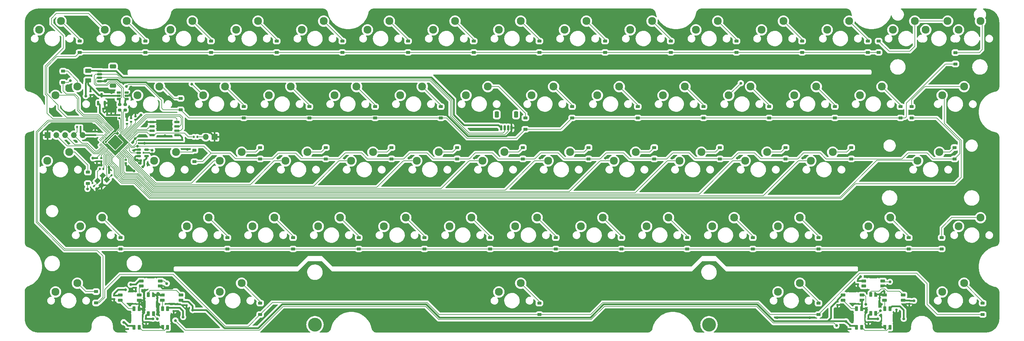
<source format=gbr>
G04 #@! TF.GenerationSoftware,KiCad,Pcbnew,(7.0.0-0)*
G04 #@! TF.CreationDate,2023-05-06T23:28:01-07:00*
G04 #@! TF.ProjectId,popstar,706f7073-7461-4722-9e6b-696361645f70,rev?*
G04 #@! TF.SameCoordinates,Original*
G04 #@! TF.FileFunction,Copper,L2,Bot*
G04 #@! TF.FilePolarity,Positive*
%FSLAX46Y46*%
G04 Gerber Fmt 4.6, Leading zero omitted, Abs format (unit mm)*
G04 Created by KiCad (PCBNEW (7.0.0-0)) date 2023-05-06 23:28:01*
%MOMM*%
%LPD*%
G01*
G04 APERTURE LIST*
G04 Aperture macros list*
%AMRoundRect*
0 Rectangle with rounded corners*
0 $1 Rounding radius*
0 $2 $3 $4 $5 $6 $7 $8 $9 X,Y pos of 4 corners*
0 Add a 4 corners polygon primitive as box body*
4,1,4,$2,$3,$4,$5,$6,$7,$8,$9,$2,$3,0*
0 Add four circle primitives for the rounded corners*
1,1,$1+$1,$2,$3*
1,1,$1+$1,$4,$5*
1,1,$1+$1,$6,$7*
1,1,$1+$1,$8,$9*
0 Add four rect primitives between the rounded corners*
20,1,$1+$1,$2,$3,$4,$5,0*
20,1,$1+$1,$4,$5,$6,$7,0*
20,1,$1+$1,$6,$7,$8,$9,0*
20,1,$1+$1,$8,$9,$2,$3,0*%
%AMRotRect*
0 Rectangle, with rotation*
0 The origin of the aperture is its center*
0 $1 length*
0 $2 width*
0 $3 Rotation angle, in degrees counterclockwise*
0 Add horizontal line*
21,1,$1,$2,0,0,$3*%
%AMFreePoly0*
4,1,18,-0.410000,0.593000,-0.403758,0.624380,-0.385983,0.650983,-0.359380,0.668758,-0.328000,0.675000,0.328000,0.675000,0.359380,0.668758,0.385983,0.650983,0.403758,0.624380,0.410000,0.593000,0.410000,-0.593000,0.403758,-0.624380,0.385983,-0.650983,0.359380,-0.668758,0.328000,-0.675000,0.000000,-0.675000,-0.410000,-0.265000,-0.410000,0.593000,-0.410000,0.593000,$1*%
G04 Aperture macros list end*
G04 #@! TA.AperFunction,ComponentPad*
%ADD10C,4.000000*%
G04 #@! TD*
G04 #@! TA.AperFunction,ComponentPad*
%ADD11C,2.300000*%
G04 #@! TD*
G04 #@! TA.AperFunction,SMDPad,CuDef*
%ADD12RoundRect,0.140000X0.170000X-0.140000X0.170000X0.140000X-0.170000X0.140000X-0.170000X-0.140000X0*%
G04 #@! TD*
G04 #@! TA.AperFunction,SMDPad,CuDef*
%ADD13RoundRect,0.140000X0.219203X0.021213X0.021213X0.219203X-0.219203X-0.021213X-0.021213X-0.219203X0*%
G04 #@! TD*
G04 #@! TA.AperFunction,ComponentPad*
%ADD14R,1.700000X1.700000*%
G04 #@! TD*
G04 #@! TA.AperFunction,ComponentPad*
%ADD15O,1.700000X1.700000*%
G04 #@! TD*
G04 #@! TA.AperFunction,SMDPad,CuDef*
%ADD16RoundRect,0.225000X0.375000X-0.225000X0.375000X0.225000X-0.375000X0.225000X-0.375000X-0.225000X0*%
G04 #@! TD*
G04 #@! TA.AperFunction,SMDPad,CuDef*
%ADD17RoundRect,0.150000X-0.650000X-0.150000X0.650000X-0.150000X0.650000X0.150000X-0.650000X0.150000X0*%
G04 #@! TD*
G04 #@! TA.AperFunction,SMDPad,CuDef*
%ADD18RoundRect,0.200000X-0.275000X0.200000X-0.275000X-0.200000X0.275000X-0.200000X0.275000X0.200000X0*%
G04 #@! TD*
G04 #@! TA.AperFunction,SMDPad,CuDef*
%ADD19RoundRect,0.150000X-0.150000X-0.625000X0.150000X-0.625000X0.150000X0.625000X-0.150000X0.625000X0*%
G04 #@! TD*
G04 #@! TA.AperFunction,SMDPad,CuDef*
%ADD20RoundRect,0.250000X-0.350000X-0.650000X0.350000X-0.650000X0.350000X0.650000X-0.350000X0.650000X0*%
G04 #@! TD*
G04 #@! TA.AperFunction,SMDPad,CuDef*
%ADD21RoundRect,0.140000X-0.170000X0.140000X-0.170000X-0.140000X0.170000X-0.140000X0.170000X0.140000X0*%
G04 #@! TD*
G04 #@! TA.AperFunction,SMDPad,CuDef*
%ADD22RoundRect,0.050000X0.309359X-0.238649X-0.238649X0.309359X-0.309359X0.238649X0.238649X-0.309359X0*%
G04 #@! TD*
G04 #@! TA.AperFunction,SMDPad,CuDef*
%ADD23RoundRect,0.050000X0.309359X0.238649X0.238649X0.309359X-0.309359X-0.238649X-0.238649X-0.309359X0*%
G04 #@! TD*
G04 #@! TA.AperFunction,ComponentPad*
%ADD24C,0.600000*%
G04 #@! TD*
G04 #@! TA.AperFunction,SMDPad,CuDef*
%ADD25RoundRect,0.144000X2.059095X0.000000X0.000000X2.059095X-2.059095X0.000000X0.000000X-2.059095X0*%
G04 #@! TD*
G04 #@! TA.AperFunction,SMDPad,CuDef*
%ADD26RoundRect,0.150000X0.150000X-0.512500X0.150000X0.512500X-0.150000X0.512500X-0.150000X-0.512500X0*%
G04 #@! TD*
G04 #@! TA.AperFunction,SMDPad,CuDef*
%ADD27RoundRect,0.082000X0.593000X-0.328000X0.593000X0.328000X-0.593000X0.328000X-0.593000X-0.328000X0*%
G04 #@! TD*
G04 #@! TA.AperFunction,SMDPad,CuDef*
%ADD28FreePoly0,90.000000*%
G04 #@! TD*
G04 #@! TA.AperFunction,SMDPad,CuDef*
%ADD29RoundRect,0.250000X-0.625000X0.375000X-0.625000X-0.375000X0.625000X-0.375000X0.625000X0.375000X0*%
G04 #@! TD*
G04 #@! TA.AperFunction,SMDPad,CuDef*
%ADD30RoundRect,0.135000X-0.135000X-0.185000X0.135000X-0.185000X0.135000X0.185000X-0.135000X0.185000X0*%
G04 #@! TD*
G04 #@! TA.AperFunction,SMDPad,CuDef*
%ADD31RoundRect,0.150000X-0.625000X0.150000X-0.625000X-0.150000X0.625000X-0.150000X0.625000X0.150000X0*%
G04 #@! TD*
G04 #@! TA.AperFunction,SMDPad,CuDef*
%ADD32RoundRect,0.250000X-0.650000X0.350000X-0.650000X-0.350000X0.650000X-0.350000X0.650000X0.350000X0*%
G04 #@! TD*
G04 #@! TA.AperFunction,SMDPad,CuDef*
%ADD33RoundRect,0.082000X-0.328000X-0.593000X0.328000X-0.593000X0.328000X0.593000X-0.328000X0.593000X0*%
G04 #@! TD*
G04 #@! TA.AperFunction,SMDPad,CuDef*
%ADD34FreePoly0,0.000000*%
G04 #@! TD*
G04 #@! TA.AperFunction,SMDPad,CuDef*
%ADD35RoundRect,0.082000X-0.593000X0.328000X-0.593000X-0.328000X0.593000X-0.328000X0.593000X0.328000X0*%
G04 #@! TD*
G04 #@! TA.AperFunction,SMDPad,CuDef*
%ADD36FreePoly0,270.000000*%
G04 #@! TD*
G04 #@! TA.AperFunction,SMDPad,CuDef*
%ADD37RoundRect,0.140000X-0.140000X-0.170000X0.140000X-0.170000X0.140000X0.170000X-0.140000X0.170000X0*%
G04 #@! TD*
G04 #@! TA.AperFunction,SMDPad,CuDef*
%ADD38RoundRect,0.082000X0.328000X0.593000X-0.328000X0.593000X-0.328000X-0.593000X0.328000X-0.593000X0*%
G04 #@! TD*
G04 #@! TA.AperFunction,SMDPad,CuDef*
%ADD39FreePoly0,180.000000*%
G04 #@! TD*
G04 #@! TA.AperFunction,SMDPad,CuDef*
%ADD40RotRect,1.400000X1.200000X45.000000*%
G04 #@! TD*
G04 #@! TA.AperFunction,SMDPad,CuDef*
%ADD41RoundRect,0.140000X0.140000X0.170000X-0.140000X0.170000X-0.140000X-0.170000X0.140000X-0.170000X0*%
G04 #@! TD*
G04 #@! TA.AperFunction,SMDPad,CuDef*
%ADD42RoundRect,0.140000X-0.219203X-0.021213X-0.021213X-0.219203X0.219203X0.021213X0.021213X0.219203X0*%
G04 #@! TD*
G04 #@! TA.AperFunction,SMDPad,CuDef*
%ADD43RoundRect,0.135000X0.135000X0.185000X-0.135000X0.185000X-0.135000X-0.185000X0.135000X-0.185000X0*%
G04 #@! TD*
G04 #@! TA.AperFunction,SMDPad,CuDef*
%ADD44RoundRect,0.150000X0.475000X0.150000X-0.475000X0.150000X-0.475000X-0.150000X0.475000X-0.150000X0*%
G04 #@! TD*
G04 #@! TA.AperFunction,SMDPad,CuDef*
%ADD45RoundRect,0.150000X-0.512500X-0.150000X0.512500X-0.150000X0.512500X0.150000X-0.512500X0.150000X0*%
G04 #@! TD*
G04 #@! TA.AperFunction,ViaPad*
%ADD46C,0.800000*%
G04 #@! TD*
G04 #@! TA.AperFunction,ViaPad*
%ADD47C,0.600000*%
G04 #@! TD*
G04 #@! TA.AperFunction,Conductor*
%ADD48C,0.200000*%
G04 #@! TD*
G04 #@! TA.AperFunction,Conductor*
%ADD49C,0.500000*%
G04 #@! TD*
G04 APERTURE END LIST*
D10*
G04 #@! TO.P,S3,*
G04 #@! TO.N,*
X117475000Y-124460000D03*
X231775000Y-124460000D03*
G04 #@! TD*
D11*
G04 #@! TO.P,SW15,1,1*
G04 #@! TO.N,COL13*
X294640000Y-38735000D03*
G04 #@! TO.P,SW15,2,2*
G04 #@! TO.N,Net-(D26-A)*
X300990000Y-36195000D03*
G04 #@! TD*
G04 #@! TO.P,SW22,1,1*
G04 #@! TO.N,COL05*
X142240000Y-57785000D03*
G04 #@! TO.P,SW22,2,2*
G04 #@! TO.N,Net-(D32-A)*
X148590000Y-55245000D03*
G04 #@! TD*
G04 #@! TO.P,SW55,1,1*
G04 #@! TO.N,COL12*
X304165000Y-95885000D03*
G04 #@! TO.P,SW55,2,2*
G04 #@! TO.N,Net-(D65-A)*
X310515000Y-93345000D03*
G04 #@! TD*
G04 #@! TO.P,SW29,1,1*
G04 #@! TO.N,COL12*
X275590000Y-57785000D03*
G04 #@! TO.P,SW29,2,2*
G04 #@! TO.N,Net-(D39-A)*
X281940000Y-55245000D03*
G04 #@! TD*
G04 #@! TO.P,SW33,1,1*
G04 #@! TO.N,COL03*
X108902500Y-76835000D03*
G04 #@! TO.P,SW33,2,2*
G04 #@! TO.N,Net-(D43-A)*
X115252500Y-74295000D03*
G04 #@! TD*
G04 #@! TO.P,SW25,1,1*
G04 #@! TO.N,COL08*
X199390000Y-57785000D03*
G04 #@! TO.P,SW25,2,2*
G04 #@! TO.N,Net-(D35-A)*
X205740000Y-55245000D03*
G04 #@! TD*
G04 #@! TO.P,SW53,1,1*
G04 #@! TO.N,COL10*
X251777500Y-95885000D03*
G04 #@! TO.P,SW53,2,2*
G04 #@! TO.N,Net-(D63-A)*
X258127500Y-93345000D03*
G04 #@! TD*
G04 #@! TO.P,SW17,1,1*
G04 #@! TO.N,COL00*
X42227500Y-57785000D03*
G04 #@! TO.P,SW17,2,2*
G04 #@! TO.N,Net-(D27-A)*
X48577500Y-55245000D03*
G04 #@! TD*
G04 #@! TO.P,SW41,1,1*
G04 #@! TO.N,COL11*
X261302500Y-76835000D03*
G04 #@! TO.P,SW41,2,2*
G04 #@! TO.N,Net-(D51-A)*
X267652500Y-74295000D03*
G04 #@! TD*
G04 #@! TO.P,SW36,1,1*
G04 #@! TO.N,COL06*
X166052500Y-76835000D03*
G04 #@! TO.P,SW36,2,2*
G04 #@! TO.N,Net-(D46-A)*
X172402500Y-74295000D03*
G04 #@! TD*
G04 #@! TO.P,SW47,1,1*
G04 #@! TO.N,COL04*
X137477500Y-95885000D03*
G04 #@! TO.P,SW47,2,2*
G04 #@! TO.N,Net-(D57-A)*
X143827500Y-93345000D03*
G04 #@! TD*
G04 #@! TO.P,SW11,1,1*
G04 #@! TO.N,COL09*
X208915000Y-38735000D03*
G04 #@! TO.P,SW11,2,2*
G04 #@! TO.N,Net-(D22-A)*
X215265000Y-36195000D03*
G04 #@! TD*
G04 #@! TO.P,SW45,1,1*
G04 #@! TO.N,COL02*
X99377500Y-95885000D03*
G04 #@! TO.P,SW45,2,2*
G04 #@! TO.N,Net-(D55-A)*
X105727500Y-93345000D03*
G04 #@! TD*
G04 #@! TO.P,SW57,1,1*
G04 #@! TO.N,COL02*
X89852500Y-114935000D03*
G04 #@! TO.P,SW57,2,2*
G04 #@! TO.N,Net-(D67-A)*
X96202500Y-112395000D03*
G04 #@! TD*
G04 #@! TO.P,SW56,1,1*
G04 #@! TO.N,COL00*
X42227500Y-114935000D03*
G04 #@! TO.P,SW56,2,2*
G04 #@! TO.N,Net-(D66-A)*
X48577500Y-112395000D03*
G04 #@! TD*
G04 #@! TO.P,SW24,1,1*
G04 #@! TO.N,COL07*
X180340000Y-57785000D03*
G04 #@! TO.P,SW24,2,2*
G04 #@! TO.N,Net-(D34-A)*
X186690000Y-55245000D03*
G04 #@! TD*
G04 #@! TO.P,SW59,1,1*
G04 #@! TO.N,COL10*
X251777500Y-114935000D03*
G04 #@! TO.P,SW59,2,2*
G04 #@! TO.N,Net-(D69-A)*
X258127500Y-112395000D03*
G04 #@! TD*
G04 #@! TO.P,SW7,1,1*
G04 #@! TO.N,COL05*
X132715000Y-38735000D03*
G04 #@! TO.P,SW7,2,2*
G04 #@! TO.N,Net-(D18-A)*
X139065000Y-36195000D03*
G04 #@! TD*
G04 #@! TO.P,SW20,1,1*
G04 #@! TO.N,COL03*
X104140000Y-57785000D03*
G04 #@! TO.P,SW20,2,2*
G04 #@! TO.N,Net-(D30-A)*
X110490000Y-55245000D03*
G04 #@! TD*
G04 #@! TO.P,SW2,1,1*
G04 #@! TO.N,COL00*
X37465000Y-38735000D03*
G04 #@! TO.P,SW2,2,2*
G04 #@! TO.N,Net-(D13-A)*
X43815000Y-36195000D03*
G04 #@! TD*
G04 #@! TO.P,SW31,1,1*
G04 #@! TO.N,COL01*
X70802500Y-76835000D03*
G04 #@! TO.P,SW31,2,2*
G04 #@! TO.N,Net-(D41-A)*
X77152500Y-74295000D03*
G04 #@! TD*
G04 #@! TO.P,SW27,1,1*
G04 #@! TO.N,COL10*
X237490000Y-57785000D03*
G04 #@! TO.P,SW27,2,2*
G04 #@! TO.N,Net-(D37-A)*
X243840000Y-55245000D03*
G04 #@! TD*
G04 #@! TO.P,SW32,1,1*
G04 #@! TO.N,COL02*
X89852500Y-76835000D03*
G04 #@! TO.P,SW32,2,2*
G04 #@! TO.N,Net-(D42-A)*
X96202500Y-74295000D03*
G04 #@! TD*
G04 #@! TO.P,SW34,1,1*
G04 #@! TO.N,COL04*
X127952500Y-76835000D03*
G04 #@! TO.P,SW34,2,2*
G04 #@! TO.N,Net-(D44-A)*
X134302500Y-74295000D03*
G04 #@! TD*
G04 #@! TO.P,SW37,1,1*
G04 #@! TO.N,COL07*
X185102500Y-76835000D03*
G04 #@! TO.P,SW37,2,2*
G04 #@! TO.N,Net-(D47-A)*
X191452500Y-74295000D03*
G04 #@! TD*
G04 #@! TO.P,SW10,1,1*
G04 #@! TO.N,COL08*
X189865000Y-38735000D03*
G04 #@! TO.P,SW10,2,2*
G04 #@! TO.N,Net-(D21-A)*
X196215000Y-36195000D03*
G04 #@! TD*
G04 #@! TO.P,SW21,1,1*
G04 #@! TO.N,COL04*
X123190000Y-57785000D03*
G04 #@! TO.P,SW21,2,2*
G04 #@! TO.N,Net-(D31-A)*
X129540000Y-55245000D03*
G04 #@! TD*
G04 #@! TO.P,SW3,1,1*
G04 #@! TO.N,COL01*
X56515000Y-38735000D03*
G04 #@! TO.P,SW3,2,2*
G04 #@! TO.N,Net-(D14-A)*
X62865000Y-36195000D03*
G04 #@! TD*
G04 #@! TO.P,SW38,1,1*
G04 #@! TO.N,COL08*
X204152500Y-76835000D03*
G04 #@! TO.P,SW38,2,2*
G04 #@! TO.N,Net-(D48-A)*
X210502500Y-74295000D03*
G04 #@! TD*
G04 #@! TO.P,SW50,1,1*
G04 #@! TO.N,COL07*
X194627500Y-95885000D03*
G04 #@! TO.P,SW50,2,2*
G04 #@! TO.N,Net-(D60-A)*
X200977500Y-93345000D03*
G04 #@! TD*
G04 #@! TO.P,SW52,1,1*
G04 #@! TO.N,COL09*
X232727500Y-95885000D03*
G04 #@! TO.P,SW52,2,2*
G04 #@! TO.N,Net-(D62-A)*
X239077500Y-93345000D03*
G04 #@! TD*
G04 #@! TO.P,SW13,1,1*
G04 #@! TO.N,COL11*
X247015000Y-38735000D03*
G04 #@! TO.P,SW13,2,2*
G04 #@! TO.N,Net-(D24-A)*
X253365000Y-36195000D03*
G04 #@! TD*
G04 #@! TO.P,SW35,1,1*
G04 #@! TO.N,COL05*
X147002500Y-76835000D03*
G04 #@! TO.P,SW35,2,2*
G04 #@! TO.N,Net-(D45-A)*
X153352500Y-74295000D03*
G04 #@! TD*
G04 #@! TO.P,SW39,1,1*
G04 #@! TO.N,COL09*
X223202500Y-76835000D03*
G04 #@! TO.P,SW39,2,2*
G04 #@! TO.N,Net-(D49-A)*
X229552500Y-74295000D03*
G04 #@! TD*
G04 #@! TO.P,SW23,1,1*
G04 #@! TO.N,COL06*
X161290000Y-57785000D03*
G04 #@! TO.P,SW23,2,2*
G04 #@! TO.N,Net-(D33-A)*
X167640000Y-55245000D03*
G04 #@! TD*
G04 #@! TO.P,SW51,1,1*
G04 #@! TO.N,COL08*
X213677500Y-95885000D03*
G04 #@! TO.P,SW51,2,2*
G04 #@! TO.N,Net-(D61-A)*
X220027500Y-93345000D03*
G04 #@! TD*
G04 #@! TO.P,SW43,1,1*
G04 #@! TO.N,COL00*
X49371250Y-95885000D03*
G04 #@! TO.P,SW43,2,2*
G04 #@! TO.N,Net-(D53-A)*
X55721250Y-93345000D03*
G04 #@! TD*
G04 #@! TO.P,SW61,1,1*
G04 #@! TO.N,COL13*
X304165000Y-38735000D03*
G04 #@! TO.P,SW61,2,2*
G04 #@! TO.N,Net-(D71-A)*
X310515000Y-36195000D03*
G04 #@! TD*
G04 #@! TO.P,SW44,1,1*
G04 #@! TO.N,COL01*
X80327500Y-95885000D03*
G04 #@! TO.P,SW44,2,2*
G04 #@! TO.N,Net-(D54-A)*
X86677500Y-93345000D03*
G04 #@! TD*
G04 #@! TO.P,SW58,1,1*
G04 #@! TO.N,COL06*
X170815000Y-114935000D03*
G04 #@! TO.P,SW58,2,2*
G04 #@! TO.N,Net-(D68-A)*
X177165000Y-112395000D03*
G04 #@! TD*
G04 #@! TO.P,SW18,1,1*
G04 #@! TO.N,COL01*
X66040000Y-57785000D03*
G04 #@! TO.P,SW18,2,2*
G04 #@! TO.N,Net-(D28-A)*
X72390000Y-55245000D03*
G04 #@! TD*
G04 #@! TO.P,SW5,1,1*
G04 #@! TO.N,COL03*
X94615000Y-38735000D03*
G04 #@! TO.P,SW5,2,2*
G04 #@! TO.N,Net-(D16-A)*
X100965000Y-36195000D03*
G04 #@! TD*
G04 #@! TO.P,SW6,1,1*
G04 #@! TO.N,COL04*
X113665000Y-38735000D03*
G04 #@! TO.P,SW6,2,2*
G04 #@! TO.N,Net-(D17-A)*
X120015000Y-36195000D03*
G04 #@! TD*
G04 #@! TO.P,SW28,1,1*
G04 #@! TO.N,COL11*
X256540000Y-57785000D03*
G04 #@! TO.P,SW28,2,2*
G04 #@! TO.N,Net-(D38-A)*
X262890000Y-55245000D03*
G04 #@! TD*
G04 #@! TO.P,SW48,1,1*
G04 #@! TO.N,COL05*
X156527500Y-95885000D03*
G04 #@! TO.P,SW48,2,2*
G04 #@! TO.N,Net-(D58-A)*
X162877500Y-93345000D03*
G04 #@! TD*
G04 #@! TO.P,SW60,1,1*
G04 #@! TO.N,COL13*
X299402500Y-114935000D03*
G04 #@! TO.P,SW60,2,2*
G04 #@! TO.N,Net-(D70-A)*
X305752500Y-112395000D03*
G04 #@! TD*
G04 #@! TO.P,SW49,1,1*
G04 #@! TO.N,COL06*
X175577500Y-95885000D03*
G04 #@! TO.P,SW49,2,2*
G04 #@! TO.N,Net-(D59-A)*
X181927500Y-93345000D03*
G04 #@! TD*
G04 #@! TO.P,SW30,1,1*
G04 #@! TO.N,COL00*
X39846250Y-76835000D03*
G04 #@! TO.P,SW30,2,2*
G04 #@! TO.N,Net-(D40-A)*
X46196250Y-74295000D03*
G04 #@! TD*
G04 #@! TO.P,SW26,1,1*
G04 #@! TO.N,COL09*
X218440000Y-57785000D03*
G04 #@! TO.P,SW26,2,2*
G04 #@! TO.N,Net-(D36-A)*
X224790000Y-55245000D03*
G04 #@! TD*
G04 #@! TO.P,SW62,1,1*
G04 #@! TO.N,COL13*
X299402500Y-57785000D03*
G04 #@! TO.P,SW62,2,2*
G04 #@! TO.N,Net-(D72-A)*
X305752500Y-55245000D03*
G04 #@! TD*
G04 #@! TO.P,SW16,1,1*
G04 #@! TO.N,COL13*
X285115000Y-38735000D03*
G04 #@! TO.P,SW16,2,2*
G04 #@! TO.N,Net-(D26-A)*
X291465000Y-36195000D03*
G04 #@! TD*
G04 #@! TO.P,SW14,1,1*
G04 #@! TO.N,COL12*
X266065000Y-38735000D03*
G04 #@! TO.P,SW14,2,2*
G04 #@! TO.N,Net-(D25-A)*
X272415000Y-36195000D03*
G04 #@! TD*
G04 #@! TO.P,SW46,1,1*
G04 #@! TO.N,COL03*
X118427500Y-95885000D03*
G04 #@! TO.P,SW46,2,2*
G04 #@! TO.N,Net-(D56-A)*
X124777500Y-93345000D03*
G04 #@! TD*
G04 #@! TO.P,SW40,1,1*
G04 #@! TO.N,COL10*
X242252500Y-76835000D03*
G04 #@! TO.P,SW40,2,2*
G04 #@! TO.N,Net-(D50-A)*
X248602500Y-74295000D03*
G04 #@! TD*
G04 #@! TO.P,SW12,1,1*
G04 #@! TO.N,COL10*
X227965000Y-38735000D03*
G04 #@! TO.P,SW12,2,2*
G04 #@! TO.N,Net-(D23-A)*
X234315000Y-36195000D03*
G04 #@! TD*
G04 #@! TO.P,SW9,1,1*
G04 #@! TO.N,COL07*
X170815000Y-38735000D03*
G04 #@! TO.P,SW9,2,2*
G04 #@! TO.N,Net-(D20-A)*
X177165000Y-36195000D03*
G04 #@! TD*
G04 #@! TO.P,SW19,1,1*
G04 #@! TO.N,COL02*
X85090000Y-57785000D03*
G04 #@! TO.P,SW19,2,2*
G04 #@! TO.N,Net-(D29-A)*
X91440000Y-55245000D03*
G04 #@! TD*
G04 #@! TO.P,SW42,1,1*
G04 #@! TO.N,COL12*
X292258750Y-76835000D03*
G04 #@! TO.P,SW42,2,2*
G04 #@! TO.N,Net-(D52-A)*
X298608750Y-74295000D03*
G04 #@! TD*
G04 #@! TO.P,SW4,1,1*
G04 #@! TO.N,COL02*
X75565000Y-38735000D03*
G04 #@! TO.P,SW4,2,2*
G04 #@! TO.N,Net-(D15-A)*
X81915000Y-36195000D03*
G04 #@! TD*
G04 #@! TO.P,SW8,1,1*
G04 #@! TO.N,COL06*
X151765000Y-38735000D03*
G04 #@! TO.P,SW8,2,2*
G04 #@! TO.N,Net-(D19-A)*
X158115000Y-36195000D03*
G04 #@! TD*
G04 #@! TO.P,SW54,1,1*
G04 #@! TO.N,COL11*
X277971250Y-95885000D03*
G04 #@! TO.P,SW54,2,2*
G04 #@! TO.N,Net-(D64-A)*
X284321250Y-93345000D03*
G04 #@! TD*
D12*
G04 #@! TO.P,C4,1*
G04 #@! TO.N,+3V3*
X57200000Y-64480000D03*
G04 #@! TO.P,C4,2*
G04 #@! TO.N,GND*
X57200000Y-63520000D03*
G04 #@! TD*
D13*
G04 #@! TO.P,C14,1*
G04 #@! TO.N,GND*
X54057411Y-84871411D03*
G04 #@! TO.P,C14,2*
G04 #@! TO.N,/XTAL_O*
X53378589Y-84192589D03*
G04 #@! TD*
D14*
G04 #@! TO.P,J2,1,Pin_1*
G04 #@! TO.N,GND*
X39919999Y-69341999D03*
D15*
G04 #@! TO.P,J2,2,Pin_2*
G04 #@! TO.N,SWCLK*
X42459999Y-69341999D03*
G04 #@! TO.P,J2,3,Pin_3*
G04 #@! TO.N,SWD*
X44999999Y-69341999D03*
G04 #@! TO.P,J2,4,Pin_4*
G04 #@! TO.N,~{RESET}*
X47539999Y-69341999D03*
G04 #@! TO.P,J2,5,Pin_5*
G04 #@! TO.N,+3V3*
X50079999Y-69341999D03*
G04 #@! TD*
D16*
G04 #@! TO.P,D60,1,K*
G04 #@! TO.N,ROW3*
X206375000Y-102456250D03*
G04 #@! TO.P,D60,2,A*
G04 #@! TO.N,Net-(D60-A)*
X206375000Y-99156250D03*
G04 #@! TD*
G04 #@! TO.P,D53,1,K*
G04 #@! TO.N,ROW3*
X61118750Y-102456250D03*
G04 #@! TO.P,D53,2,A*
G04 #@! TO.N,Net-(D53-A)*
X61118750Y-99156250D03*
G04 #@! TD*
D17*
G04 #@! TO.P,U4,1,~{CS}*
G04 #@! TO.N,CS*
X70218750Y-69373750D03*
G04 #@! TO.P,U4,2,DO(IO1)*
G04 #@! TO.N,SD1*
X70218750Y-68103750D03*
G04 #@! TO.P,U4,3,IO2*
G04 #@! TO.N,SD2*
X70218750Y-66833750D03*
G04 #@! TO.P,U4,4,GND*
G04 #@! TO.N,GND*
X70218750Y-65563750D03*
G04 #@! TO.P,U4,5,DI(IO0)*
G04 #@! TO.N,SD0*
X77418750Y-65563750D03*
G04 #@! TO.P,U4,6,CLK*
G04 #@! TO.N,QSPI_CLK*
X77418750Y-66833750D03*
G04 #@! TO.P,U4,7,IO3*
G04 #@! TO.N,SD3*
X77418750Y-68103750D03*
G04 #@! TO.P,U4,8,VCC*
G04 #@! TO.N,+3V3*
X77418750Y-69373750D03*
G04 #@! TD*
D16*
G04 #@! TO.P,D28,1,K*
G04 #@! TO.N,ROW1*
X78500000Y-61975000D03*
G04 #@! TO.P,D28,2,A*
G04 #@! TO.N,Net-(D28-A)*
X78500000Y-58675000D03*
G04 #@! TD*
G04 #@! TO.P,D34,1,K*
G04 #@! TO.N,ROW1*
X192087500Y-64356250D03*
G04 #@! TO.P,D34,2,A*
G04 #@! TO.N,Net-(D34-A)*
X192087500Y-61056250D03*
G04 #@! TD*
G04 #@! TO.P,D19,1,K*
G04 #@! TO.N,ROW0*
X163512500Y-45306250D03*
G04 #@! TO.P,D19,2,A*
G04 #@! TO.N,Net-(D19-A)*
X163512500Y-42006250D03*
G04 #@! TD*
G04 #@! TO.P,D26,1,K*
G04 #@! TO.N,ROW0*
X280987500Y-45306250D03*
G04 #@! TO.P,D26,2,A*
G04 #@! TO.N,Net-(D26-A)*
X280987500Y-42006250D03*
G04 #@! TD*
G04 #@! TO.P,D18,1,K*
G04 #@! TO.N,ROW0*
X144462500Y-45306250D03*
G04 #@! TO.P,D18,2,A*
G04 #@! TO.N,Net-(D18-A)*
X144462500Y-42006250D03*
G04 #@! TD*
D18*
G04 #@! TO.P,R2,1*
G04 #@! TO.N,D_P*
X62484000Y-60425000D03*
G04 #@! TO.P,R2,2*
G04 #@! TO.N,/D_+*
X62484000Y-62075000D03*
G04 #@! TD*
D19*
G04 #@! TO.P,J1,1,Pin_1*
G04 #@! TO.N,VBUS*
X171500000Y-67250000D03*
G04 #@! TO.P,J1,2,Pin_2*
G04 #@! TO.N,D_N*
X172500000Y-67250000D03*
G04 #@! TO.P,J1,3,Pin_3*
G04 #@! TO.N,D_P*
X173500000Y-67250000D03*
G04 #@! TO.P,J1,4,Pin_4*
G04 #@! TO.N,GND*
X174500000Y-67250000D03*
D20*
G04 #@! TO.P,J1,MP*
G04 #@! TO.N,N/C*
X170200000Y-63375000D03*
X175800000Y-63375000D03*
G04 #@! TD*
D16*
G04 #@! TO.P,D22,1,K*
G04 #@! TO.N,ROW0*
X220662500Y-45306250D03*
G04 #@! TO.P,D22,2,A*
G04 #@! TO.N,Net-(D22-A)*
X220662500Y-42006250D03*
G04 #@! TD*
D21*
G04 #@! TO.P,C23,1*
G04 #@! TO.N,+5V*
X80250000Y-117820000D03*
G04 #@! TO.P,C23,2*
G04 #@! TO.N,GND*
X80250000Y-118780000D03*
G04 #@! TD*
D16*
G04 #@! TO.P,D72,1,K*
G04 #@! TO.N,ROW2*
X290512500Y-64356250D03*
G04 #@! TO.P,D72,2,A*
G04 #@! TO.N,Net-(D72-A)*
X290512500Y-61056250D03*
G04 #@! TD*
G04 #@! TO.P,D51,1,K*
G04 #@! TO.N,ROW2*
X273050000Y-76262500D03*
G04 #@! TO.P,D51,2,A*
G04 #@! TO.N,Net-(D51-A)*
X273050000Y-72962500D03*
G04 #@! TD*
G04 #@! TO.P,D31,1,K*
G04 #@! TO.N,ROW1*
X134937500Y-64356250D03*
G04 #@! TO.P,D31,2,A*
G04 #@! TO.N,Net-(D31-A)*
X134937500Y-61056250D03*
G04 #@! TD*
G04 #@! TO.P,D27,1,K*
G04 #@! TO.N,ROW1*
X44450000Y-54037500D03*
G04 #@! TO.P,D27,2,A*
G04 #@! TO.N,Net-(D27-A)*
X44450000Y-50737500D03*
G04 #@! TD*
G04 #@! TO.P,D54,1,K*
G04 #@! TO.N,ROW3*
X92075000Y-102456250D03*
G04 #@! TO.P,D54,2,A*
G04 #@! TO.N,Net-(D54-A)*
X92075000Y-99156250D03*
G04 #@! TD*
D21*
G04 #@! TO.P,C5,1*
G04 #@! TO.N,+3V3*
X66421000Y-70767000D03*
G04 #@! TO.P,C5,2*
G04 #@! TO.N,GND*
X66421000Y-71727000D03*
G04 #@! TD*
D16*
G04 #@! TO.P,D67,1,K*
G04 #@! TO.N,ROW4*
X101600000Y-121506250D03*
G04 #@! TO.P,D67,2,A*
G04 #@! TO.N,Net-(D67-A)*
X101600000Y-118206250D03*
G04 #@! TD*
G04 #@! TO.P,D40,1,K*
G04 #@! TO.N,ROW2*
X51593750Y-83406250D03*
G04 #@! TO.P,D40,2,A*
G04 #@! TO.N,Net-(D40-A)*
X51593750Y-80106250D03*
G04 #@! TD*
G04 #@! TO.P,D46,1,K*
G04 #@! TO.N,ROW2*
X177800000Y-76262500D03*
G04 #@! TO.P,D46,2,A*
G04 #@! TO.N,Net-(D46-A)*
X177800000Y-72962500D03*
G04 #@! TD*
G04 #@! TO.P,D42,1,K*
G04 #@! TO.N,ROW2*
X101600000Y-76262500D03*
G04 #@! TO.P,D42,2,A*
G04 #@! TO.N,Net-(D42-A)*
X101600000Y-72962500D03*
G04 #@! TD*
G04 #@! TO.P,D17,1,K*
G04 #@! TO.N,ROW0*
X125412500Y-45306250D03*
G04 #@! TO.P,D17,2,A*
G04 #@! TO.N,Net-(D17-A)*
X125412500Y-42006250D03*
G04 #@! TD*
G04 #@! TO.P,D41,1,K*
G04 #@! TO.N,ROW2*
X82550000Y-77056250D03*
G04 #@! TO.P,D41,2,A*
G04 #@! TO.N,Net-(D41-A)*
X82550000Y-73756250D03*
G04 #@! TD*
G04 #@! TO.P,D69,1,K*
G04 #@! TO.N,ROW4*
X263525000Y-121506250D03*
G04 #@! TO.P,D69,2,A*
G04 #@! TO.N,Net-(D69-A)*
X263525000Y-118206250D03*
G04 #@! TD*
D22*
G04 #@! TO.P,U6,1,IOVDD*
G04 #@! TO.N,+3V3*
X63800407Y-72029702D03*
G04 #@! TO.P,U6,2,GPIO0*
G04 #@! TO.N,ROW2*
X63517564Y-72312545D03*
G04 #@! TO.P,U6,3,GPIO1*
G04 #@! TO.N,ARGB_3V3*
X63234722Y-72595387D03*
G04 #@! TO.P,U6,4,GPIO2*
G04 #@! TO.N,unconnected-(U6-GPIO2-Pad4)*
X62951879Y-72878230D03*
G04 #@! TO.P,U6,5,GPIO3*
G04 #@! TO.N,unconnected-(U6-GPIO3-Pad5)*
X62669036Y-73161073D03*
G04 #@! TO.P,U6,6,GPIO4*
G04 #@! TO.N,COL02*
X62386194Y-73443915D03*
G04 #@! TO.P,U6,7,GPIO5*
G04 #@! TO.N,COL03*
X62103351Y-73726758D03*
G04 #@! TO.P,U6,8,GPIO6*
G04 #@! TO.N,COL04*
X61820508Y-74009601D03*
G04 #@! TO.P,U6,9,GPIO7*
G04 #@! TO.N,COL05*
X61537665Y-74292444D03*
G04 #@! TO.P,U6,10,IOVDD*
G04 #@! TO.N,+3V3*
X61254823Y-74575286D03*
G04 #@! TO.P,U6,11,GPIO8*
G04 #@! TO.N,COL06*
X60971980Y-74858129D03*
G04 #@! TO.P,U6,12,GPIO9*
G04 #@! TO.N,COL07*
X60689137Y-75140972D03*
G04 #@! TO.P,U6,13,GPIO10*
G04 #@! TO.N,COL08*
X60406295Y-75423814D03*
G04 #@! TO.P,U6,14,GPIO11*
G04 #@! TO.N,COL09*
X60123452Y-75706657D03*
D23*
G04 #@! TO.P,U6,15,GPIO12*
G04 #@! TO.N,COL10*
X58939048Y-75706657D03*
G04 #@! TO.P,U6,16,GPIO13*
G04 #@! TO.N,COL11*
X58656205Y-75423814D03*
G04 #@! TO.P,U6,17,GPIO14*
G04 #@! TO.N,COL12*
X58373363Y-75140972D03*
G04 #@! TO.P,U6,18,GPIO15*
G04 #@! TO.N,COL13*
X58090520Y-74858129D03*
G04 #@! TO.P,U6,19,TESTEN*
G04 #@! TO.N,GND*
X57807677Y-74575286D03*
G04 #@! TO.P,U6,20,XTAL_IN*
G04 #@! TO.N,XTAL_IN*
X57524835Y-74292444D03*
G04 #@! TO.P,U6,21,XTAL_OUT*
G04 #@! TO.N,XTAL_OUT*
X57241992Y-74009601D03*
G04 #@! TO.P,U6,22,IOVDD*
G04 #@! TO.N,+3V3*
X56959149Y-73726758D03*
G04 #@! TO.P,U6,23,DVDD*
G04 #@! TO.N,+1V1*
X56676306Y-73443915D03*
G04 #@! TO.P,U6,24,SWCLK*
G04 #@! TO.N,SWCLK*
X56393464Y-73161073D03*
G04 #@! TO.P,U6,25,SWDIO*
G04 #@! TO.N,SWD*
X56110621Y-72878230D03*
G04 #@! TO.P,U6,26,~{RUN}*
G04 #@! TO.N,~{RESET}*
X55827778Y-72595387D03*
G04 #@! TO.P,U6,27,GPIO16*
G04 #@! TO.N,unconnected-(U6-GPIO16-Pad27)*
X55544936Y-72312545D03*
G04 #@! TO.P,U6,28,GPIO17*
G04 #@! TO.N,unconnected-(U6-GPIO17-Pad28)*
X55262093Y-72029702D03*
D22*
G04 #@! TO.P,U6,29,GPIO18*
G04 #@! TO.N,unconnected-(U6-GPIO18-Pad29)*
X55262093Y-70845298D03*
G04 #@! TO.P,U6,30,GPIO19*
G04 #@! TO.N,unconnected-(U6-GPIO19-Pad30)*
X55544936Y-70562455D03*
G04 #@! TO.P,U6,31,GPIO20*
G04 #@! TO.N,unconnected-(U6-GPIO20-Pad31)*
X55827778Y-70279613D03*
G04 #@! TO.P,U6,32,GPIO21*
G04 #@! TO.N,unconnected-(U6-GPIO21-Pad32)*
X56110621Y-69996770D03*
G04 #@! TO.P,U6,33,IOVDD*
G04 #@! TO.N,+3V3*
X56393464Y-69713927D03*
G04 #@! TO.P,U6,34,GPIO22*
G04 #@! TO.N,unconnected-(U6-GPIO22-Pad34)*
X56676306Y-69431085D03*
G04 #@! TO.P,U6,35,GPIO23*
G04 #@! TO.N,unconnected-(U6-GPIO23-Pad35)*
X56959149Y-69148242D03*
G04 #@! TO.P,U6,36,GPIO24*
G04 #@! TO.N,ROW3*
X57241992Y-68865399D03*
G04 #@! TO.P,U6,37,GPIO25*
G04 #@! TO.N,ROW4*
X57524835Y-68582556D03*
G04 #@! TO.P,U6,38,GPIO26/ADC0*
G04 #@! TO.N,COL01*
X57807677Y-68299714D03*
G04 #@! TO.P,U6,39,GPIO27/ADC1*
G04 #@! TO.N,ROW0*
X58090520Y-68016871D03*
G04 #@! TO.P,U6,40,GPIO28/ADC2*
G04 #@! TO.N,COL00*
X58373363Y-67734028D03*
G04 #@! TO.P,U6,41,GPIO29/ADC3*
G04 #@! TO.N,ROW1*
X58656205Y-67451186D03*
G04 #@! TO.P,U6,42,IOVDD*
G04 #@! TO.N,+3V3*
X58939048Y-67168343D03*
D23*
G04 #@! TO.P,U6,43,ADC_AVDD*
X60123452Y-67168343D03*
G04 #@! TO.P,U6,44,VREG_VIN*
X60406295Y-67451186D03*
G04 #@! TO.P,U6,45,VREG_VOUT*
G04 #@! TO.N,+1V1*
X60689137Y-67734028D03*
G04 #@! TO.P,U6,46,D-*
G04 #@! TO.N,/D_-*
X60971980Y-68016871D03*
G04 #@! TO.P,U6,47,D+*
G04 #@! TO.N,/D_+*
X61254823Y-68299714D03*
G04 #@! TO.P,U6,48,USB_VDD*
G04 #@! TO.N,+3V3*
X61537665Y-68582556D03*
G04 #@! TO.P,U6,49,IOVDD*
X61820508Y-68865399D03*
G04 #@! TO.P,U6,50,DVDD*
G04 #@! TO.N,+1V1*
X62103351Y-69148242D03*
G04 #@! TO.P,U6,51,QSPI_SD3*
G04 #@! TO.N,SD3*
X62386194Y-69431085D03*
G04 #@! TO.P,U6,52,QSPI_SCLK*
G04 #@! TO.N,QSPI_CLK*
X62669036Y-69713927D03*
G04 #@! TO.P,U6,53,QSPI_SD0*
G04 #@! TO.N,SD0*
X62951879Y-69996770D03*
G04 #@! TO.P,U6,54,QSPI_SD2*
G04 #@! TO.N,SD2*
X63234722Y-70279613D03*
G04 #@! TO.P,U6,55,QSPI_SD1*
G04 #@! TO.N,SD1*
X63517564Y-70562455D03*
G04 #@! TO.P,U6,56,QSPI_SS_N*
G04 #@! TO.N,CS*
X63800407Y-70845298D03*
D24*
G04 #@! TO.P,U6,57,GND*
G04 #@! TO.N,GND*
X59531250Y-73240622D03*
X60432811Y-72339061D03*
X61334372Y-71437500D03*
X58629689Y-72339061D03*
X59531250Y-71437500D03*
D25*
X59531250Y-71437500D03*
D24*
X60432811Y-70535939D03*
X57728128Y-71437500D03*
X58629689Y-70535939D03*
X59531250Y-69634378D03*
G04 #@! TD*
D16*
G04 #@! TO.P,D37,1,K*
G04 #@! TO.N,ROW1*
X249237500Y-64356250D03*
G04 #@! TO.P,D37,2,A*
G04 #@! TO.N,Net-(D37-A)*
X249237500Y-61056250D03*
G04 #@! TD*
G04 #@! TO.P,D15,1,K*
G04 #@! TO.N,ROW0*
X87312500Y-45306250D03*
G04 #@! TO.P,D15,2,A*
G04 #@! TO.N,Net-(D15-A)*
X87312500Y-42006250D03*
G04 #@! TD*
D12*
G04 #@! TO.P,C10,1*
G04 #@! TO.N,+3V3*
X59600000Y-64480000D03*
G04 #@! TO.P,C10,2*
G04 #@! TO.N,GND*
X59600000Y-63520000D03*
G04 #@! TD*
D16*
G04 #@! TO.P,D35,1,K*
G04 #@! TO.N,ROW1*
X211137500Y-64356250D03*
G04 #@! TO.P,D35,2,A*
G04 #@! TO.N,Net-(D35-A)*
X211137500Y-61056250D03*
G04 #@! TD*
D26*
G04 #@! TO.P,U2,1,GND*
G04 #@! TO.N,GND*
X56512500Y-60065500D03*
G04 #@! TO.P,U2,2,VO*
G04 #@! TO.N,+3V3*
X54612500Y-60065500D03*
G04 #@! TO.P,U2,3,VI*
G04 #@! TO.N,+5V*
X55562500Y-57790500D03*
G04 #@! TD*
D16*
G04 #@! TO.P,D44,1,K*
G04 #@! TO.N,ROW2*
X139700000Y-76262500D03*
G04 #@! TO.P,D44,2,A*
G04 #@! TO.N,Net-(D44-A)*
X139700000Y-72962500D03*
G04 #@! TD*
D21*
G04 #@! TO.P,C25,1*
G04 #@! TO.N,+5V*
X269000000Y-117770000D03*
G04 #@! TO.P,C25,2*
G04 #@! TO.N,GND*
X269000000Y-118730000D03*
G04 #@! TD*
D12*
G04 #@! TO.P,C11,1*
G04 #@! TO.N,+3V3*
X62992000Y-66012000D03*
G04 #@! TO.P,C11,2*
G04 #@! TO.N,GND*
X62992000Y-65052000D03*
G04 #@! TD*
D16*
G04 #@! TO.P,D56,1,K*
G04 #@! TO.N,ROW3*
X130175000Y-102456250D03*
G04 #@! TO.P,D56,2,A*
G04 #@! TO.N,Net-(D56-A)*
X130175000Y-99156250D03*
G04 #@! TD*
D27*
G04 #@! TO.P,D12,1,VDD*
G04 #@! TO.N,+5V*
X276675000Y-111750000D03*
G04 #@! TO.P,D12,2,DOUT*
G04 #@! TO.N,unconnected-(D12-DOUT-Pad2)*
X276675000Y-113250000D03*
G04 #@! TO.P,D12,3,DIN*
G04 #@! TO.N,Net-(D11-DOUT)*
X282125000Y-111750000D03*
D28*
G04 #@! TO.P,D12,4,VSS*
G04 #@! TO.N,GND*
X282124999Y-113249999D03*
G04 #@! TD*
D27*
G04 #@! TO.P,D1,1,VDD*
G04 #@! TO.N,+5V*
X67125000Y-111750000D03*
G04 #@! TO.P,D1,2,DOUT*
G04 #@! TO.N,Net-(D1-DOUT)*
X67125000Y-113250000D03*
G04 #@! TO.P,D1,3,DIN*
G04 #@! TO.N,ARGB_5V*
X72575000Y-111750000D03*
D28*
G04 #@! TO.P,D1,4,VSS*
G04 #@! TO.N,GND*
X72574999Y-113249999D03*
G04 #@! TD*
D16*
G04 #@! TO.P,D30,1,K*
G04 #@! TO.N,ROW1*
X115887500Y-64356250D03*
G04 #@! TO.P,D30,2,A*
G04 #@! TO.N,Net-(D30-A)*
X115887500Y-61056250D03*
G04 #@! TD*
G04 #@! TO.P,D49,1,K*
G04 #@! TO.N,ROW2*
X234950000Y-76262500D03*
G04 #@! TO.P,D49,2,A*
G04 #@! TO.N,Net-(D49-A)*
X234950000Y-72962500D03*
G04 #@! TD*
D27*
G04 #@! TO.P,D2,1,VDD*
G04 #@! TO.N,+5V*
X61025000Y-115850000D03*
G04 #@! TO.P,D2,2,DOUT*
G04 #@! TO.N,Net-(D2-DOUT)*
X61025000Y-117350000D03*
G04 #@! TO.P,D2,3,DIN*
G04 #@! TO.N,Net-(D1-DOUT)*
X66475000Y-115850000D03*
D28*
G04 #@! TO.P,D2,4,VSS*
G04 #@! TO.N,GND*
X66474999Y-117349999D03*
G04 #@! TD*
D16*
G04 #@! TO.P,D43,1,K*
G04 #@! TO.N,ROW2*
X120650000Y-76262500D03*
G04 #@! TO.P,D43,2,A*
G04 #@! TO.N,Net-(D43-A)*
X120650000Y-72962500D03*
G04 #@! TD*
G04 #@! TO.P,D58,1,K*
G04 #@! TO.N,ROW3*
X168275000Y-102456250D03*
G04 #@! TO.P,D58,2,A*
G04 #@! TO.N,Net-(D58-A)*
X168275000Y-99156250D03*
G04 #@! TD*
D21*
G04 #@! TO.P,C24,1*
G04 #@! TO.N,+5V*
X68500000Y-122770000D03*
G04 #@! TO.P,C24,2*
G04 #@! TO.N,GND*
X68500000Y-123730000D03*
G04 #@! TD*
D12*
G04 #@! TO.P,C6,1*
G04 #@! TO.N,+3V3*
X58400000Y-64480000D03*
G04 #@! TO.P,C6,2*
G04 #@! TO.N,GND*
X58400000Y-63520000D03*
G04 #@! TD*
D29*
G04 #@! TO.P,F1,1*
G04 #@! TO.N,VBUS*
X51689000Y-50670000D03*
G04 #@! TO.P,F1,2*
G04 #@! TO.N,+5V*
X51689000Y-53470000D03*
G04 #@! TD*
D16*
G04 #@! TO.P,D63,1,K*
G04 #@! TO.N,ROW3*
X263525000Y-102456250D03*
G04 #@! TO.P,D63,2,A*
G04 #@! TO.N,Net-(D63-A)*
X263525000Y-99156250D03*
G04 #@! TD*
G04 #@! TO.P,D16,1,K*
G04 #@! TO.N,ROW0*
X106362500Y-45306250D03*
G04 #@! TO.P,D16,2,A*
G04 #@! TO.N,Net-(D16-A)*
X106362500Y-42006250D03*
G04 #@! TD*
G04 #@! TO.P,D29,1,K*
G04 #@! TO.N,ROW1*
X96837500Y-64356250D03*
G04 #@! TO.P,D29,2,A*
G04 #@! TO.N,Net-(D29-A)*
X96837500Y-61056250D03*
G04 #@! TD*
D12*
G04 #@! TO.P,C2,1*
G04 #@! TO.N,+1V1*
X60770000Y-64480000D03*
G04 #@! TO.P,C2,2*
G04 #@! TO.N,GND*
X60770000Y-63520000D03*
G04 #@! TD*
D21*
G04 #@! TO.P,C19,1*
G04 #@! TO.N,+5V*
X65500000Y-112770000D03*
G04 #@! TO.P,C19,2*
G04 #@! TO.N,GND*
X65500000Y-113730000D03*
G04 #@! TD*
D30*
G04 #@! TO.P,R4,1*
G04 #@! TO.N,/XTAL_O*
X55113000Y-79198000D03*
G04 #@! TO.P,R4,2*
G04 #@! TO.N,XTAL_OUT*
X56133000Y-79198000D03*
G04 #@! TD*
D16*
G04 #@! TO.P,D38,1,K*
G04 #@! TO.N,ROW1*
X268287500Y-64356250D03*
G04 #@! TO.P,D38,2,A*
G04 #@! TO.N,Net-(D38-A)*
X268287500Y-61056250D03*
G04 #@! TD*
D21*
G04 #@! TO.P,C20,1*
G04 #@! TO.N,+5V*
X59250000Y-116020000D03*
G04 #@! TO.P,C20,2*
G04 #@! TO.N,GND*
X59250000Y-116980000D03*
G04 #@! TD*
D31*
G04 #@! TO.P,J1,1,Pin_1*
G04 #@! TO.N,VBUS*
X55023000Y-50697000D03*
G04 #@! TO.P,J1,2,Pin_2*
G04 #@! TO.N,D_N*
X55023000Y-51697000D03*
G04 #@! TO.P,J1,3,Pin_3*
G04 #@! TO.N,D_P*
X55023000Y-52697000D03*
G04 #@! TO.P,J1,4,Pin_4*
G04 #@! TO.N,GND*
X55023000Y-53697000D03*
D32*
G04 #@! TO.P,J1,MP*
G04 #@! TO.N,N/C*
X58898000Y-49397000D03*
X58898000Y-54997000D03*
G04 #@! TD*
D16*
G04 #@! TO.P,D55,1,K*
G04 #@! TO.N,ROW3*
X111125000Y-102456250D03*
G04 #@! TO.P,D55,2,A*
G04 #@! TO.N,Net-(D55-A)*
X111125000Y-99156250D03*
G04 #@! TD*
G04 #@! TO.P,D68,1,K*
G04 #@! TO.N,ROW4*
X182562500Y-121506250D03*
G04 #@! TO.P,D68,2,A*
G04 #@! TO.N,Net-(D68-A)*
X182562500Y-118206250D03*
G04 #@! TD*
G04 #@! TO.P,D62,1,K*
G04 #@! TO.N,ROW3*
X244475000Y-102456250D03*
G04 #@! TO.P,D62,2,A*
G04 #@! TO.N,Net-(D62-A)*
X244475000Y-99156250D03*
G04 #@! TD*
D21*
G04 #@! TO.P,C27,1*
G04 #@! TO.N,+5V*
X286100000Y-119120000D03*
G04 #@! TO.P,C27,2*
G04 #@! TO.N,GND*
X286100000Y-120080000D03*
G04 #@! TD*
G04 #@! TO.P,C3,1*
G04 #@! TO.N,+1V1*
X54229000Y-76033750D03*
G04 #@! TO.P,C3,2*
G04 #@! TO.N,GND*
X54229000Y-76993750D03*
G04 #@! TD*
D16*
G04 #@! TO.P,D47,1,K*
G04 #@! TO.N,ROW2*
X196850000Y-76262500D03*
G04 #@! TO.P,D47,2,A*
G04 #@! TO.N,Net-(D47-A)*
X196850000Y-72962500D03*
G04 #@! TD*
G04 #@! TO.P,D21,1,K*
G04 #@! TO.N,ROW0*
X201612500Y-45306250D03*
G04 #@! TO.P,D21,2,A*
G04 #@! TO.N,Net-(D21-A)*
X201612500Y-42006250D03*
G04 #@! TD*
D21*
G04 #@! TO.P,C12,1*
G04 #@! TO.N,+3V3*
X62611000Y-76520000D03*
G04 #@! TO.P,C12,2*
G04 #@! TO.N,GND*
X62611000Y-77480000D03*
G04 #@! TD*
D12*
G04 #@! TO.P,C1,1*
G04 #@! TO.N,+1V1*
X65405000Y-64869000D03*
G04 #@! TO.P,C1,2*
G04 #@! TO.N,GND*
X65405000Y-63909000D03*
G04 #@! TD*
D33*
G04 #@! TO.P,D4,1,VDD*
G04 #@! TO.N,+5V*
X74750000Y-119775000D03*
G04 #@! TO.P,D4,2,DOUT*
G04 #@! TO.N,Net-(D4-DOUT)*
X73250000Y-119775000D03*
G04 #@! TO.P,D4,3,DIN*
G04 #@! TO.N,Net-(D3-DOUT)*
X74750000Y-125225000D03*
D34*
G04 #@! TO.P,D4,4,VSS*
G04 #@! TO.N,GND*
X73249999Y-125224999D03*
G04 #@! TD*
D35*
G04 #@! TO.P,D5,1,VDD*
G04 #@! TO.N,+5V*
X78625000Y-117350000D03*
G04 #@! TO.P,D5,2,DOUT*
G04 #@! TO.N,Net-(D5-DOUT)*
X78625000Y-115850000D03*
G04 #@! TO.P,D5,3,DIN*
G04 #@! TO.N,Net-(D4-DOUT)*
X73175000Y-117350000D03*
D36*
G04 #@! TO.P,D5,4,VSS*
G04 #@! TO.N,GND*
X73174999Y-115849999D03*
G04 #@! TD*
D37*
G04 #@! TO.P,C16,1*
G04 #@! TO.N,+3V3*
X55082500Y-61690250D03*
G04 #@! TO.P,C16,2*
G04 #@! TO.N,GND*
X56042500Y-61690250D03*
G04 #@! TD*
D38*
G04 #@! TO.P,D8,1,VDD*
G04 #@! TO.N,+5V*
X274550000Y-125225000D03*
G04 #@! TO.P,D8,2,DOUT*
G04 #@! TO.N,Net-(D8-DOUT)*
X276050000Y-125225000D03*
G04 #@! TO.P,D8,3,DIN*
G04 #@! TO.N,Net-(D7-DOUT)*
X274550000Y-119775000D03*
D39*
G04 #@! TO.P,D8,4,VSS*
G04 #@! TO.N,GND*
X276049999Y-119774999D03*
G04 #@! TD*
D16*
G04 #@! TO.P,D39,1,K*
G04 #@! TO.N,ROW1*
X287337500Y-64356250D03*
G04 #@! TO.P,D39,2,A*
G04 #@! TO.N,Net-(D39-A)*
X287337500Y-61056250D03*
G04 #@! TD*
G04 #@! TO.P,D45,1,K*
G04 #@! TO.N,ROW2*
X158750000Y-76262500D03*
G04 #@! TO.P,D45,2,A*
G04 #@! TO.N,Net-(D45-A)*
X158750000Y-72962500D03*
G04 #@! TD*
G04 #@! TO.P,D70,1,K*
G04 #@! TO.N,ROW4*
X311150000Y-121506250D03*
G04 #@! TO.P,D70,2,A*
G04 #@! TO.N,Net-(D70-A)*
X311150000Y-118206250D03*
G04 #@! TD*
D21*
G04 #@! TO.P,C26,1*
G04 #@! TO.N,+5V*
X272750000Y-124770000D03*
G04 #@! TO.P,C26,2*
G04 #@! TO.N,GND*
X272750000Y-125730000D03*
G04 #@! TD*
D27*
G04 #@! TO.P,D7,1,VDD*
G04 #@! TO.N,+5V*
X270675000Y-115850000D03*
G04 #@! TO.P,D7,2,DOUT*
G04 #@! TO.N,Net-(D7-DOUT)*
X270675000Y-117350000D03*
G04 #@! TO.P,D7,3,DIN*
G04 #@! TO.N,Net-(D6-DOUT)*
X276125000Y-115850000D03*
D28*
G04 #@! TO.P,D7,4,VSS*
G04 #@! TO.N,GND*
X276124999Y-117349999D03*
G04 #@! TD*
D12*
G04 #@! TO.P,C8,1*
G04 #@! TO.N,+3V3*
X53721000Y-69314000D03*
G04 #@! TO.P,C8,2*
G04 #@! TO.N,GND*
X53721000Y-68354000D03*
G04 #@! TD*
D16*
G04 #@! TO.P,D61,1,K*
G04 #@! TO.N,ROW3*
X225425000Y-102456250D03*
G04 #@! TO.P,D61,2,A*
G04 #@! TO.N,Net-(D61-A)*
X225425000Y-99156250D03*
G04 #@! TD*
G04 #@! TO.P,D32,1,K*
G04 #@! TO.N,ROW1*
X153987500Y-64356250D03*
G04 #@! TO.P,D32,2,A*
G04 #@! TO.N,Net-(D32-A)*
X153987500Y-61056250D03*
G04 #@! TD*
D21*
G04 #@! TO.P,C15,1*
G04 #@! TO.N,+5V*
X52387500Y-56670000D03*
G04 #@! TO.P,C15,2*
G04 #@! TO.N,GND*
X52387500Y-57630000D03*
G04 #@! TD*
D16*
G04 #@! TO.P,D13,1,K*
G04 #@! TO.N,ROW0*
X49212500Y-45306250D03*
G04 #@! TO.P,D13,2,A*
G04 #@! TO.N,Net-(D13-A)*
X49212500Y-42006250D03*
G04 #@! TD*
G04 #@! TO.P,D64,1,K*
G04 #@! TO.N,ROW3*
X289718750Y-102456250D03*
G04 #@! TO.P,D64,2,A*
G04 #@! TO.N,Net-(D64-A)*
X289718750Y-99156250D03*
G04 #@! TD*
D40*
G04 #@! TO.P,Y1,1,1*
G04 #@! TO.N,/XTAL_O*
X54371141Y-82676776D03*
G04 #@! TO.P,Y1,2,2*
G04 #@! TO.N,GND*
X55926776Y-81121141D03*
G04 #@! TO.P,Y1,3,3*
G04 #@! TO.N,XTAL_IN*
X57128857Y-82323222D03*
G04 #@! TO.P,Y1,4,4*
G04 #@! TO.N,GND*
X55573222Y-83878857D03*
G04 #@! TD*
D41*
G04 #@! TO.P,C18,1*
G04 #@! TO.N,+5V*
X67980000Y-76750000D03*
G04 #@! TO.P,C18,2*
G04 #@! TO.N,GND*
X67020000Y-76750000D03*
G04 #@! TD*
D42*
G04 #@! TO.P,C13,1*
G04 #@! TO.N,GND*
X57823589Y-80382589D03*
G04 #@! TO.P,C13,2*
G04 #@! TO.N,XTAL_IN*
X58502411Y-81061411D03*
G04 #@! TD*
D38*
G04 #@! TO.P,D11,1,VDD*
G04 #@! TO.N,+5V*
X278650000Y-121125000D03*
G04 #@! TO.P,D11,2,DOUT*
G04 #@! TO.N,Net-(D11-DOUT)*
X280150000Y-121125000D03*
G04 #@! TO.P,D11,3,DIN*
G04 #@! TO.N,Net-(D10-DOUT)*
X278650000Y-115675000D03*
D39*
G04 #@! TO.P,D11,4,VSS*
G04 #@! TO.N,GND*
X280149999Y-115674999D03*
G04 #@! TD*
D21*
G04 #@! TO.P,C21,1*
G04 #@! TO.N,+5V*
X63250000Y-124770000D03*
G04 #@! TO.P,C21,2*
G04 #@! TO.N,GND*
X63250000Y-125730000D03*
G04 #@! TD*
D16*
G04 #@! TO.P,D57,1,K*
G04 #@! TO.N,ROW3*
X149225000Y-102456250D03*
G04 #@! TO.P,D57,2,A*
G04 #@! TO.N,Net-(D57-A)*
X149225000Y-99156250D03*
G04 #@! TD*
G04 #@! TO.P,D36,1,K*
G04 #@! TO.N,ROW1*
X230187500Y-64356250D03*
G04 #@! TO.P,D36,2,A*
G04 #@! TO.N,Net-(D36-A)*
X230187500Y-61056250D03*
G04 #@! TD*
D14*
G04 #@! TO.P,SW1,1,1*
G04 #@! TO.N,GND*
X88336249Y-69874999D03*
D15*
G04 #@! TO.P,SW1,2,2*
G04 #@! TO.N,/~{USB_BOOT}*
X85796249Y-69874999D03*
G04 #@! TD*
D16*
G04 #@! TO.P,D33,1,K*
G04 #@! TO.N,ROW1*
X178500000Y-67650000D03*
G04 #@! TO.P,D33,2,A*
G04 #@! TO.N,Net-(D33-A)*
X178500000Y-64350000D03*
G04 #@! TD*
G04 #@! TO.P,D14,1,K*
G04 #@! TO.N,ROW0*
X68262500Y-45306250D03*
G04 #@! TO.P,D14,2,A*
G04 #@! TO.N,Net-(D14-A)*
X68262500Y-42006250D03*
G04 #@! TD*
G04 #@! TO.P,D50,1,K*
G04 #@! TO.N,ROW2*
X254000000Y-76262500D03*
G04 #@! TO.P,D50,2,A*
G04 #@! TO.N,Net-(D50-A)*
X254000000Y-72962500D03*
G04 #@! TD*
D21*
G04 #@! TO.P,C22,1*
G04 #@! TO.N,+5V*
X76500000Y-119520000D03*
G04 #@! TO.P,C22,2*
G04 #@! TO.N,GND*
X76500000Y-120480000D03*
G04 #@! TD*
D16*
G04 #@! TO.P,D59,1,K*
G04 #@! TO.N,ROW3*
X187325000Y-102456250D03*
G04 #@! TO.P,D59,2,A*
G04 #@! TO.N,Net-(D59-A)*
X187325000Y-99156250D03*
G04 #@! TD*
D38*
G04 #@! TO.P,D3,1,VDD*
G04 #@! TO.N,+5V*
X65000000Y-125225000D03*
G04 #@! TO.P,D3,2,DOUT*
G04 #@! TO.N,Net-(D3-DOUT)*
X66500000Y-125225000D03*
G04 #@! TO.P,D3,3,DIN*
G04 #@! TO.N,Net-(D2-DOUT)*
X65000000Y-119775000D03*
D39*
G04 #@! TO.P,D3,4,VSS*
G04 #@! TO.N,GND*
X66499999Y-119774999D03*
G04 #@! TD*
D16*
G04 #@! TO.P,D65,1,K*
G04 #@! TO.N,ROW3*
X299243750Y-102456250D03*
G04 #@! TO.P,D65,2,A*
G04 #@! TO.N,Net-(D65-A)*
X299243750Y-99156250D03*
G04 #@! TD*
D35*
G04 #@! TO.P,D10,1,VDD*
G04 #@! TO.N,+5V*
X288125000Y-117350000D03*
G04 #@! TO.P,D10,2,DOUT*
G04 #@! TO.N,Net-(D10-DOUT)*
X288125000Y-115850000D03*
G04 #@! TO.P,D10,3,DIN*
G04 #@! TO.N,Net-(D10-DIN)*
X282675000Y-117350000D03*
D36*
G04 #@! TO.P,D10,4,VSS*
G04 #@! TO.N,GND*
X282674999Y-115849999D03*
G04 #@! TD*
D21*
G04 #@! TO.P,C9,1*
G04 #@! TO.N,+3V3*
X55499000Y-76033750D03*
G04 #@! TO.P,C9,2*
G04 #@! TO.N,GND*
X55499000Y-76993750D03*
G04 #@! TD*
D16*
G04 #@! TO.P,D52,1,K*
G04 #@! TO.N,ROW2*
X303000000Y-76262500D03*
G04 #@! TO.P,D52,2,A*
G04 #@! TO.N,Net-(D52-A)*
X303000000Y-72962500D03*
G04 #@! TD*
G04 #@! TO.P,D24,1,K*
G04 #@! TO.N,ROW0*
X258762500Y-45306250D03*
G04 #@! TO.P,D24,2,A*
G04 #@! TO.N,Net-(D24-A)*
X258762500Y-42006250D03*
G04 #@! TD*
G04 #@! TO.P,D71,1,K*
G04 #@! TO.N,ROW1*
X303212500Y-48650000D03*
G04 #@! TO.P,D71,2,A*
G04 #@! TO.N,Net-(D71-A)*
X303212500Y-45350000D03*
G04 #@! TD*
D43*
G04 #@! TO.P,R1,1*
G04 #@! TO.N,+3V3*
X49510000Y-66960750D03*
G04 #@! TO.P,R1,2*
G04 #@! TO.N,~{RESET}*
X48490000Y-66960750D03*
G04 #@! TD*
D16*
G04 #@! TO.P,D25,1,K*
G04 #@! TO.N,ROW0*
X277812500Y-45306250D03*
G04 #@! TO.P,D25,2,A*
G04 #@! TO.N,Net-(D25-A)*
X277812500Y-42006250D03*
G04 #@! TD*
D43*
G04 #@! TO.P,R5,1*
G04 #@! TO.N,/~{USB_BOOT}*
X83343750Y-69850000D03*
G04 #@! TO.P,R5,2*
G04 #@! TO.N,CS*
X82323750Y-69850000D03*
G04 #@! TD*
D21*
G04 #@! TO.P,C30,1*
G04 #@! TO.N,+5V*
X275000000Y-111770000D03*
G04 #@! TO.P,C30,2*
G04 #@! TO.N,GND*
X275000000Y-112730000D03*
G04 #@! TD*
D44*
G04 #@! TO.P,U3,1,IO1*
G04 #@! TO.N,unconnected-(U3-IO1-Pad1)*
X62897000Y-56962000D03*
G04 #@! TO.P,U3,2,VN*
G04 #@! TO.N,GND*
X62897000Y-57912000D03*
G04 #@! TO.P,U3,3,IO2*
G04 #@! TO.N,D_P*
X62897000Y-58862000D03*
G04 #@! TO.P,U3,4,IO3*
G04 #@! TO.N,D_N*
X60547000Y-58862000D03*
G04 #@! TO.P,U3,5,VP*
G04 #@! TO.N,+5V*
X60547000Y-57912000D03*
G04 #@! TO.P,U3,6,IO4*
G04 #@! TO.N,unconnected-(U3-IO4-Pad6)*
X60547000Y-56962000D03*
G04 #@! TD*
D21*
G04 #@! TO.P,C17,1*
G04 #@! TO.N,+3V3*
X79000000Y-70770000D03*
G04 #@! TO.P,C17,2*
G04 #@! TO.N,GND*
X79000000Y-71730000D03*
G04 #@! TD*
D18*
G04 #@! TO.P,R3,1*
G04 #@! TO.N,D_N*
X60860000Y-60425000D03*
G04 #@! TO.P,R3,2*
G04 #@! TO.N,/D_-*
X60860000Y-62075000D03*
G04 #@! TD*
D16*
G04 #@! TO.P,D66,1,K*
G04 #@! TO.N,ROW4*
X53975000Y-118150000D03*
G04 #@! TO.P,D66,2,A*
G04 #@! TO.N,Net-(D66-A)*
X53975000Y-114850000D03*
G04 #@! TD*
G04 #@! TO.P,D23,1,K*
G04 #@! TO.N,ROW0*
X239712500Y-45306250D03*
G04 #@! TO.P,D23,2,A*
G04 #@! TO.N,Net-(D23-A)*
X239712500Y-42006250D03*
G04 #@! TD*
G04 #@! TO.P,D20,1,K*
G04 #@! TO.N,ROW0*
X182562500Y-45306250D03*
G04 #@! TO.P,D20,2,A*
G04 #@! TO.N,Net-(D20-A)*
X182562500Y-42006250D03*
G04 #@! TD*
D12*
G04 #@! TO.P,C7,1*
G04 #@! TO.N,+3V3*
X64135000Y-65440500D03*
G04 #@! TO.P,C7,2*
G04 #@! TO.N,GND*
X64135000Y-64480500D03*
G04 #@! TD*
D21*
G04 #@! TO.P,C28,1*
G04 #@! TO.N,+5V*
X289900000Y-117420000D03*
G04 #@! TO.P,C28,2*
G04 #@! TO.N,GND*
X289900000Y-118380000D03*
G04 #@! TD*
G04 #@! TO.P,C29,1*
G04 #@! TO.N,+5V*
X278000000Y-122770000D03*
G04 #@! TO.P,C29,2*
G04 #@! TO.N,GND*
X278000000Y-123730000D03*
G04 #@! TD*
D38*
G04 #@! TO.P,D6,1,VDD*
G04 #@! TO.N,+5V*
X69125000Y-121225000D03*
G04 #@! TO.P,D6,2,DOUT*
G04 #@! TO.N,Net-(D6-DOUT)*
X70625000Y-121225000D03*
G04 #@! TO.P,D6,3,DIN*
G04 #@! TO.N,Net-(D5-DOUT)*
X69125000Y-115775000D03*
D39*
G04 #@! TO.P,D6,4,VSS*
G04 #@! TO.N,GND*
X70624999Y-115774999D03*
G04 #@! TD*
D16*
G04 #@! TO.P,D48,1,K*
G04 #@! TO.N,ROW2*
X215900000Y-76262500D03*
G04 #@! TO.P,D48,2,A*
G04 #@! TO.N,Net-(D48-A)*
X215900000Y-72962500D03*
G04 #@! TD*
D45*
G04 #@! TO.P,U5,1*
G04 #@! TO.N,GND*
X66362500Y-75450000D03*
G04 #@! TO.P,U5,2*
G04 #@! TO.N,ARGB_3V3*
X66362500Y-74500000D03*
G04 #@! TO.P,U5,3,GND*
G04 #@! TO.N,GND*
X66362500Y-73550000D03*
G04 #@! TO.P,U5,4*
G04 #@! TO.N,ARGB_5V*
X68637500Y-73550000D03*
G04 #@! TO.P,U5,5,VCC*
G04 #@! TO.N,+5V*
X68637500Y-75450000D03*
G04 #@! TD*
D33*
G04 #@! TO.P,D9,1,VDD*
G04 #@! TO.N,+5V*
X284250000Y-119775000D03*
G04 #@! TO.P,D9,2,DOUT*
G04 #@! TO.N,Net-(D10-DIN)*
X282750000Y-119775000D03*
G04 #@! TO.P,D9,3,DIN*
G04 #@! TO.N,Net-(D8-DOUT)*
X284250000Y-125225000D03*
D34*
G04 #@! TO.P,D9,4,VSS*
G04 #@! TO.N,GND*
X282749999Y-125224999D03*
G04 #@! TD*
D46*
G04 #@! TO.N,+1V1*
X53086000Y-76073000D03*
X60200000Y-68850000D03*
X67000000Y-63500000D03*
D47*
X56800000Y-71350000D03*
D46*
G04 #@! TO.N,GND*
X128500000Y-89000000D03*
X282000000Y-48000000D03*
X202500000Y-120500000D03*
X165000000Y-124250000D03*
X45500000Y-76500000D03*
X83250000Y-118500000D03*
X51500000Y-104500000D03*
X65000000Y-73800500D03*
X233250000Y-47500000D03*
X270500000Y-124750000D03*
X166500000Y-89000000D03*
X72000000Y-82000000D03*
X70250000Y-108750000D03*
X70000000Y-81000000D03*
X67750000Y-120500000D03*
X165000000Y-120000000D03*
X56769000Y-53594000D03*
X267000000Y-125250000D03*
X155000000Y-120000000D03*
X115000000Y-120500000D03*
X62992000Y-63881000D03*
X126000000Y-76000000D03*
X261000000Y-122400000D03*
X204500000Y-89000000D03*
X60000000Y-123750000D03*
X134500000Y-46500000D03*
X54229000Y-78105000D03*
X290250000Y-122750000D03*
X71500000Y-88800000D03*
X283750000Y-113750000D03*
X300000000Y-93500000D03*
X306250000Y-46500000D03*
X210000000Y-120500000D03*
X292750000Y-117500000D03*
X47000000Y-63000000D03*
X49500000Y-57500000D03*
X48750000Y-73500000D03*
X196500000Y-120000000D03*
X95000000Y-123750000D03*
X65405000Y-62738000D03*
X62250000Y-112250000D03*
X59250000Y-91000000D03*
X277000000Y-107250000D03*
X265750000Y-121750000D03*
X68600000Y-101400000D03*
X76500000Y-105250000D03*
X151250000Y-116750000D03*
X66000000Y-76750000D03*
X68072000Y-71755000D03*
X64250000Y-114250000D03*
X98500000Y-122750000D03*
X76750000Y-113250000D03*
X71500000Y-101400000D03*
X50750000Y-88500000D03*
X100750000Y-124000000D03*
X233750000Y-120500000D03*
X272750000Y-110500000D03*
X51500000Y-76000000D03*
X244500000Y-120500000D03*
X289500000Y-119750000D03*
X221000000Y-76000000D03*
X163750000Y-76000000D03*
X86000000Y-122500000D03*
X55499000Y-78105000D03*
X48750000Y-83250000D03*
X109500000Y-89000000D03*
D47*
X277250000Y-119750000D03*
X71750000Y-116250000D03*
D46*
X48500000Y-104500000D03*
X72009000Y-65532000D03*
X81250000Y-122250000D03*
X48250000Y-71250000D03*
X200500000Y-82000000D03*
X68707000Y-65532000D03*
X200000000Y-116750000D03*
D47*
X69500000Y-123750000D03*
D46*
X80500000Y-73500000D03*
X76250000Y-121750000D03*
X46000000Y-71750000D03*
X45000000Y-83250000D03*
X185500000Y-89000000D03*
X124500000Y-82000000D03*
X115000000Y-46500000D03*
X285000000Y-107750000D03*
X127500000Y-116750000D03*
X115000000Y-116750000D03*
X143500000Y-82000000D03*
X72250000Y-73750000D03*
X65000000Y-84800000D03*
X54861000Y-85675000D03*
X41250000Y-67000000D03*
X147750000Y-120500000D03*
X286500000Y-122000000D03*
X281250000Y-124500000D03*
X75750000Y-111250000D03*
X272750000Y-122500000D03*
X251750000Y-47250000D03*
X74250000Y-108250000D03*
X147500000Y-89000000D03*
X103500000Y-66000000D03*
X292500000Y-39750000D03*
X45000000Y-39000000D03*
X62750000Y-122000000D03*
X81500000Y-117000000D03*
X182750000Y-76000000D03*
X177000000Y-48750000D03*
X251500000Y-122400000D03*
X162500000Y-82000000D03*
X223500000Y-89000000D03*
X49000000Y-77500000D03*
X233750000Y-116750000D03*
X68600000Y-103500000D03*
X141500000Y-66000000D03*
X96000000Y-46500000D03*
X83250000Y-121750000D03*
X61000000Y-113000000D03*
X43250000Y-86750000D03*
X283000000Y-52500000D03*
X57699500Y-78706111D03*
X63500000Y-79000000D03*
X81500000Y-56000000D03*
X262000000Y-89000000D03*
X61750000Y-119750000D03*
X181500000Y-82000000D03*
X306000000Y-79750000D03*
X71500000Y-103500000D03*
X153250000Y-124250000D03*
X195750000Y-48500000D03*
X65300000Y-70400000D03*
X106750000Y-76000000D03*
X52300000Y-86200000D03*
X66480713Y-77519287D03*
X58750000Y-119750000D03*
X87000000Y-118750000D03*
X254000000Y-104000000D03*
X198500000Y-124250000D03*
X220000000Y-82000000D03*
X68600000Y-88800000D03*
X122500000Y-66000000D03*
X239500000Y-54000000D03*
X53500000Y-72250000D03*
X77000000Y-46500000D03*
X270500000Y-46750000D03*
X198500000Y-66000000D03*
X140000000Y-116750000D03*
X243000000Y-89000000D03*
X105500000Y-82000000D03*
D47*
X72000000Y-115250000D03*
D46*
X62000000Y-125750000D03*
X259000000Y-76000000D03*
X186000000Y-120000000D03*
X144750000Y-76000000D03*
X61800000Y-84400000D03*
X58400000Y-62411000D03*
X186000000Y-124250000D03*
X153000000Y-46500000D03*
X83500000Y-54500000D03*
X90500000Y-89000000D03*
X274500000Y-66000000D03*
X279250000Y-123750000D03*
X236500000Y-66000000D03*
X79500000Y-123750000D03*
X210000000Y-116750000D03*
X71500000Y-124000000D03*
X86500000Y-82000000D03*
X165750000Y-67750000D03*
X105500000Y-119250000D03*
X59400000Y-62411000D03*
X71800000Y-121400000D03*
X83000000Y-68500000D03*
X140000000Y-120500000D03*
X301500000Y-54000000D03*
X282500000Y-114750000D03*
X41000000Y-62400000D03*
X174500000Y-104000000D03*
X103750000Y-125000000D03*
X258000000Y-82000000D03*
X63500000Y-111250000D03*
X50600000Y-86200000D03*
X301000000Y-75250000D03*
X70250000Y-74750000D03*
X201750000Y-76000000D03*
X268500000Y-120250000D03*
X64135000Y-63373000D03*
X80250000Y-119750000D03*
X104500000Y-116750000D03*
X74000000Y-69500000D03*
X273250000Y-113750000D03*
X91250000Y-122750000D03*
X214250000Y-48000000D03*
X277400000Y-110500000D03*
X108750000Y-120500000D03*
X37500000Y-56250000D03*
X289000000Y-82000000D03*
X271250000Y-125750000D03*
X241250000Y-55750000D03*
X221250000Y-116750000D03*
X50500000Y-62000000D03*
X58000000Y-117000000D03*
X57250000Y-88250000D03*
X88500000Y-125000000D03*
X64135000Y-55372000D03*
X52451000Y-58801000D03*
X67500000Y-118250000D03*
X50750000Y-67000000D03*
X46000000Y-56000000D03*
X58500000Y-57000000D03*
X47250000Y-67000000D03*
X65000000Y-79800000D03*
X57200000Y-62411000D03*
X60500000Y-46500000D03*
X53500000Y-66750000D03*
X69000000Y-77750000D03*
X247500000Y-116750000D03*
X48000000Y-91500000D03*
X50750000Y-91500000D03*
X290000000Y-75500000D03*
X77750000Y-121250000D03*
X239000000Y-82000000D03*
X240000000Y-76000000D03*
X177500000Y-104000000D03*
X98000000Y-104000000D03*
X57750000Y-61250000D03*
X217500000Y-66000000D03*
X255500000Y-66000000D03*
X39500000Y-47000000D03*
G04 #@! TO.N,+5V*
X79250000Y-122250000D03*
X64020145Y-112820145D03*
X51000000Y-58000000D03*
X275750000Y-110500000D03*
X271500000Y-123500000D03*
X62000000Y-123750000D03*
X67550500Y-78589075D03*
X70500000Y-122750000D03*
X82000000Y-120250000D03*
X291250000Y-117500000D03*
X280750000Y-122750000D03*
X288250000Y-122750000D03*
X62545145Y-114295145D03*
G04 #@! TO.N,ARGB_5V*
X74500000Y-112500000D03*
X70250000Y-73750000D03*
G04 #@! TO.N,Net-(D6-DOUT)*
X77000000Y-123250000D03*
X277250000Y-118500000D03*
X71750000Y-122750000D03*
X268750000Y-124750000D03*
G04 #@! TO.N,Net-(D11-DOUT)*
X281500000Y-120400000D03*
X284250000Y-112000000D03*
G04 #@! TO.N,ROW1*
X62750000Y-55250000D03*
X46500000Y-53500000D03*
G04 #@! TO.N,ROW2*
X65978417Y-72554430D03*
X51500000Y-85000000D03*
G04 #@! TO.N,COL02*
X81750000Y-54500000D03*
G04 #@! TO.N,COL10*
X241000000Y-54250000D03*
G04 #@! TD*
D48*
G04 #@! TO.N,+1V1*
X60689137Y-67734028D02*
X61065654Y-67357511D01*
X62103351Y-69148242D02*
X65405000Y-65846593D01*
X61065654Y-67357511D02*
X61065654Y-64775654D01*
X56676306Y-73443915D02*
X54229000Y-75891223D01*
X61065654Y-64775654D02*
X60770000Y-64480000D01*
D49*
X65405000Y-64869000D02*
X65631000Y-64869000D01*
D48*
X65405000Y-65846593D02*
X65405000Y-64869000D01*
D49*
X65631000Y-64869000D02*
X67000000Y-63500000D01*
X53125250Y-76033750D02*
X53086000Y-76073000D01*
D48*
X54229000Y-75891223D02*
X54229000Y-76033750D01*
D49*
X54229000Y-76033750D02*
X53125250Y-76033750D01*
D48*
X60689137Y-67734028D02*
X60200000Y-68223165D01*
X60200000Y-68223165D02*
X60200000Y-68850000D01*
D49*
G04 #@! TO.N,GND*
X69480000Y-123730000D02*
X69500000Y-123750000D01*
X58020000Y-116980000D02*
X58000000Y-117000000D01*
D48*
X57061000Y-77644054D02*
X57458473Y-78041527D01*
D49*
X66500000Y-119775000D02*
X67025000Y-119775000D01*
X174500000Y-68250000D02*
X174500000Y-67250000D01*
X68500000Y-123730000D02*
X69480000Y-123730000D01*
X71977250Y-65563750D02*
X72009000Y-65532000D01*
X54057411Y-84871411D02*
X54580670Y-84871411D01*
X76000000Y-113950000D02*
X76050000Y-113950000D01*
X73275000Y-113950000D02*
X74950000Y-113950000D01*
X54580670Y-84871411D02*
X55573223Y-83878858D01*
X269000000Y-118730000D02*
X269000000Y-119750000D01*
X68072000Y-71755000D02*
X78975000Y-71755000D01*
X72600000Y-115850000D02*
X72000000Y-115250000D01*
X74950000Y-113950000D02*
X76000000Y-113950000D01*
X279230000Y-123730000D02*
X279250000Y-123750000D01*
X282675000Y-115850000D02*
X282675000Y-114925000D01*
X68738750Y-65563750D02*
X68707000Y-65532000D01*
X62611000Y-77480000D02*
X62611000Y-78111000D01*
X41000000Y-66000000D02*
X39920000Y-67080000D01*
X76050000Y-113950000D02*
X76750000Y-113250000D01*
X56769000Y-53594000D02*
X57223188Y-53139812D01*
X271270000Y-125730000D02*
X271250000Y-125750000D01*
X56512500Y-61012500D02*
X56750000Y-61250000D01*
X52750000Y-66000000D02*
X41000000Y-66000000D01*
X276050000Y-119775000D02*
X277225000Y-119775000D01*
X80250000Y-118780000D02*
X80250000Y-119750000D01*
X57699500Y-78706111D02*
X57699500Y-80258500D01*
X70218750Y-65563750D02*
X68738750Y-65563750D01*
X275000000Y-112730000D02*
X274270000Y-112730000D01*
X67020000Y-76750000D02*
X67020000Y-76980000D01*
X55740381Y-81307538D02*
X55926777Y-81121142D01*
X66421000Y-71727000D02*
X68044000Y-71727000D01*
X83706250Y-63456250D02*
X155584928Y-63456250D01*
X72575000Y-113250000D02*
X73275000Y-113950000D01*
D48*
X68044000Y-71727000D02*
X68072000Y-71755000D01*
X57458473Y-78041527D02*
X57699500Y-78282554D01*
D49*
X57200000Y-63520000D02*
X57200000Y-62411000D01*
X65500000Y-76750000D02*
X66000000Y-76750000D01*
X161828681Y-69700000D02*
X173050000Y-69700000D01*
X55023000Y-53697000D02*
X56666000Y-53697000D01*
X53721000Y-66971000D02*
X53500000Y-66750000D01*
X66362500Y-73550000D02*
X65250500Y-73550000D01*
X61067225Y-54044906D02*
X68572724Y-54044906D01*
X65405000Y-63909000D02*
X65405000Y-62738000D01*
X56666000Y-53697000D02*
X56769000Y-53594000D01*
X65550000Y-75450000D02*
X65500000Y-75500000D01*
X55740381Y-83711700D02*
X55740381Y-81307538D01*
X276125000Y-119700000D02*
X276050000Y-119775000D01*
X66362500Y-75450000D02*
X65550000Y-75450000D01*
X56512500Y-60065500D02*
X56512500Y-61012500D01*
X155584928Y-63456250D02*
X161828681Y-69700000D01*
D48*
X57699500Y-78282554D02*
X57699500Y-78706111D01*
D49*
X54229000Y-76993750D02*
X54229000Y-78105000D01*
X282500000Y-115675000D02*
X282675000Y-115850000D01*
X282750000Y-125225000D02*
X281975000Y-125225000D01*
X65250000Y-75750000D02*
X65250000Y-76500000D01*
X280150000Y-115675000D02*
X282500000Y-115675000D01*
X274270000Y-112730000D02*
X273250000Y-113750000D01*
X78975000Y-71755000D02*
X79000000Y-71730000D01*
X70625000Y-115775000D02*
X71275000Y-115775000D01*
D48*
X57061000Y-75321963D02*
X57061000Y-77000000D01*
D49*
X80500000Y-60250000D02*
X83706250Y-63456250D01*
X65500000Y-75500000D02*
X65250000Y-75750000D01*
X64770000Y-113730000D02*
X64250000Y-114250000D01*
X63420528Y-57912000D02*
X64135000Y-57197528D01*
D48*
X57061000Y-77000000D02*
X57061000Y-77343000D01*
D49*
X59250000Y-116980000D02*
X58020000Y-116980000D01*
X282675000Y-114925000D02*
X282500000Y-114750000D01*
X173050000Y-69700000D02*
X174500000Y-68250000D01*
X63250000Y-125730000D02*
X62020000Y-125730000D01*
X56042500Y-61690250D02*
X56309750Y-61690250D01*
X65250500Y-73550000D02*
X65000000Y-73800500D01*
X62611000Y-78111000D02*
X63500000Y-79000000D01*
D48*
X57061000Y-77000000D02*
X57061000Y-77644054D01*
D49*
X72725000Y-125225000D02*
X71500000Y-124000000D01*
D48*
X57807677Y-74575286D02*
X57061000Y-75321963D01*
D49*
X65250000Y-76500000D02*
X65500000Y-76750000D01*
X72619727Y-58091909D02*
X75158091Y-58091909D01*
X75158091Y-58091909D02*
X77316182Y-60250000D01*
X59600000Y-63520000D02*
X59600000Y-62611000D01*
X283250000Y-113250000D02*
X283750000Y-113750000D01*
X59600000Y-62611000D02*
X59400000Y-62411000D01*
X65500000Y-113730000D02*
X64770000Y-113730000D01*
X66600000Y-117350000D02*
X67500000Y-118250000D01*
X64135000Y-57197528D02*
X64135000Y-55372000D01*
X68572724Y-54044906D02*
X72619727Y-58091909D01*
X53500000Y-66750000D02*
X52750000Y-66000000D01*
D48*
X57782000Y-80341000D02*
X57823589Y-80382589D01*
D49*
X67020000Y-76980000D02*
X66480713Y-77519287D01*
X55573223Y-83878858D02*
X55740381Y-83711700D01*
X59600000Y-63520000D02*
X58400000Y-63520000D01*
X60162131Y-53139812D02*
X61067225Y-54044906D01*
X55499000Y-76993750D02*
X55499000Y-78105000D01*
X53721000Y-68354000D02*
X53721000Y-66971000D01*
X76500000Y-121500000D02*
X76250000Y-121750000D01*
X70218750Y-65563750D02*
X71977250Y-65563750D01*
X52387500Y-57630000D02*
X52387500Y-58737500D01*
X289900000Y-119350000D02*
X289500000Y-119750000D01*
X272750000Y-125730000D02*
X271270000Y-125730000D01*
X54057411Y-84871411D02*
X54861000Y-85675000D01*
X286100000Y-121600000D02*
X286500000Y-122000000D01*
X269000000Y-119750000D02*
X268500000Y-120250000D01*
X76500000Y-120480000D02*
X76500000Y-121500000D01*
X57223188Y-53139812D02*
X60162131Y-53139812D01*
X286100000Y-120080000D02*
X286100000Y-121600000D01*
X62897000Y-57912000D02*
X63420528Y-57912000D01*
X67025000Y-119775000D02*
X67750000Y-120500000D01*
X58400000Y-63520000D02*
X57200000Y-63520000D01*
X71275000Y-115775000D02*
X71750000Y-116250000D01*
X73175000Y-115850000D02*
X72600000Y-115850000D01*
X62992000Y-65052000D02*
X62992000Y-63881000D01*
X64135000Y-64480500D02*
X64135000Y-63373000D01*
X281975000Y-125225000D02*
X281250000Y-124500000D01*
X54229000Y-76993750D02*
X55499000Y-76993750D01*
X57699500Y-80258500D02*
X57823589Y-80382589D01*
X39920000Y-67080000D02*
X39920000Y-69342000D01*
X276125000Y-117350000D02*
X276125000Y-119700000D01*
X60770000Y-63520000D02*
X59600000Y-63520000D01*
D48*
X57061000Y-77343000D02*
X57061000Y-77450314D01*
D49*
X86961250Y-68500000D02*
X88336250Y-69875000D01*
D48*
X277225000Y-119775000D02*
X277250000Y-119750000D01*
D49*
X83000000Y-68500000D02*
X86961250Y-68500000D01*
X62020000Y-125730000D02*
X62000000Y-125750000D01*
X52387500Y-58737500D02*
X52451000Y-58801000D01*
X66475000Y-117350000D02*
X66600000Y-117350000D01*
X282125000Y-113250000D02*
X283250000Y-113250000D01*
X73250000Y-125225000D02*
X72725000Y-125225000D01*
X278000000Y-123730000D02*
X279230000Y-123730000D01*
X56750000Y-61250000D02*
X57750000Y-61250000D01*
X56309750Y-61690250D02*
X56750000Y-61250000D01*
X77316182Y-60250000D02*
X80500000Y-60250000D01*
X289900000Y-118380000D02*
X289900000Y-119350000D01*
X58400000Y-63520000D02*
X58400000Y-62411000D01*
D48*
G04 #@! TO.N,+3V3*
X64389000Y-72618297D02*
X64795703Y-72618297D01*
X61537665Y-68582556D02*
X62992000Y-67128221D01*
D49*
X49500000Y-66970750D02*
X49510000Y-66960750D01*
X78373750Y-69373750D02*
X77418750Y-69373750D01*
D48*
X56959149Y-73726758D02*
X55499000Y-75186909D01*
X65659000Y-71755000D02*
X65659000Y-71120000D01*
X56959149Y-73726758D02*
X57785909Y-72900000D01*
D49*
X57200000Y-64480000D02*
X56730000Y-64480000D01*
D48*
X66012000Y-70767000D02*
X66421000Y-70767000D01*
D49*
X55082500Y-61690250D02*
X55082500Y-60535500D01*
X79000000Y-70000000D02*
X78373750Y-69373750D01*
D48*
X61537665Y-68582556D02*
X60870221Y-69250000D01*
X62611000Y-75931464D02*
X62611000Y-76520000D01*
X64135000Y-66550907D02*
X64135000Y-65440500D01*
X61820508Y-68865399D02*
X61130000Y-69555909D01*
D49*
X50080000Y-69342000D02*
X49500000Y-68762000D01*
D48*
X55499000Y-75186909D02*
X55499000Y-76033750D01*
D49*
X79000000Y-70770000D02*
X79000000Y-70000000D01*
D48*
X55993535Y-69314000D02*
X53721000Y-69314000D01*
X63800407Y-72029702D02*
X62920703Y-71150000D01*
X56393464Y-69713927D02*
X57030000Y-70350465D01*
D49*
X55082500Y-62832500D02*
X55082500Y-61690250D01*
X49500000Y-68762000D02*
X49500000Y-66970750D01*
X66421000Y-70767000D02*
X78997000Y-70767000D01*
D48*
X56393464Y-69713927D02*
X56016946Y-69337411D01*
D49*
X55082500Y-60535500D02*
X54612500Y-60065500D01*
X78997000Y-70767000D02*
X79000000Y-70770000D01*
D48*
X63800407Y-72029702D02*
X64389000Y-72618297D01*
X56393464Y-69713927D02*
X55993535Y-69314000D01*
X65659000Y-71120000D02*
X66012000Y-70767000D01*
D49*
X56730000Y-64480000D02*
X55082500Y-62832500D01*
D48*
X61254823Y-74575286D02*
X60400000Y-73720463D01*
D49*
X50108000Y-69314000D02*
X50080000Y-69342000D01*
D48*
X61820508Y-68865399D02*
X64135000Y-66550907D01*
X61254823Y-74575286D02*
X62611000Y-75931464D01*
X64795703Y-72618297D02*
X65659000Y-71755000D01*
D49*
X53721000Y-69314000D02*
X50108000Y-69314000D01*
D48*
X62992000Y-67128221D02*
X62992000Y-66012000D01*
G04 #@! TO.N,XTAL_IN*
X57146016Y-82306065D02*
X57128858Y-82323223D01*
X57128858Y-82323223D02*
X57240599Y-82323223D01*
X57240599Y-82323223D02*
X58502411Y-81061411D01*
X57146016Y-80594016D02*
X57146016Y-82306065D01*
X57524835Y-74292444D02*
X56661000Y-75156279D01*
X57000000Y-78250000D02*
X57000000Y-80448000D01*
X56661000Y-75156279D02*
X56661000Y-77911000D01*
X57000000Y-80448000D02*
X57146016Y-80594016D01*
X56661000Y-77911000D02*
X57000000Y-78250000D01*
G04 #@! TO.N,/XTAL_O*
X54371142Y-82676777D02*
X54371142Y-83200036D01*
X55113000Y-79198000D02*
X54371142Y-79939858D01*
X54371142Y-79939858D02*
X54371142Y-82676777D01*
X54371142Y-83200036D02*
X53378589Y-84192589D01*
D49*
G04 #@! TO.N,+5V*
X79250000Y-122250000D02*
X79250000Y-120500000D01*
X288250000Y-122750000D02*
X288250000Y-120250000D01*
X275000000Y-111250000D02*
X275000000Y-111770000D01*
X65500000Y-112770000D02*
X66520000Y-111750000D01*
X68520000Y-122750000D02*
X68500000Y-122770000D01*
X68637500Y-75450000D02*
X68637500Y-76092500D01*
X269000000Y-117770000D02*
X269000000Y-117351638D01*
X278000000Y-121775000D02*
X278650000Y-121125000D01*
X51000000Y-54159000D02*
X51689000Y-53470000D01*
X286100000Y-119120000D02*
X284905000Y-119120000D01*
X245772183Y-118550000D02*
X250672182Y-123450000D01*
X80750000Y-117820000D02*
X80250000Y-117820000D01*
X55684000Y-57912000D02*
X55562500Y-57790500D01*
X68500000Y-121850000D02*
X69125000Y-121225000D01*
X266250000Y-123450000D02*
X271450000Y-123450000D01*
X267167807Y-119417807D02*
X268815614Y-117770000D01*
X91225308Y-125503125D02*
X101046875Y-125503125D01*
X80250000Y-117820000D02*
X79095000Y-117820000D01*
X289900000Y-117420000D02*
X288195000Y-117420000D01*
X66520000Y-111750000D02*
X67125000Y-111750000D01*
X78270000Y-119520000D02*
X76500000Y-119520000D01*
X271500000Y-123500000D02*
X272750000Y-124750000D01*
X291250000Y-117500000D02*
X289980000Y-117500000D01*
X280750000Y-122750000D02*
X278020000Y-122750000D01*
X267167807Y-122532193D02*
X267167807Y-119417807D01*
X68637500Y-76092500D02*
X67980000Y-76750000D01*
X55562500Y-57790500D02*
X54869500Y-57790500D01*
X284905000Y-119120000D02*
X284250000Y-119775000D01*
X272750000Y-124750000D02*
X272750000Y-124770000D01*
X60547000Y-57912000D02*
X55684000Y-57912000D01*
X289980000Y-117500000D02*
X289900000Y-117420000D01*
X288250000Y-120250000D02*
X287120000Y-119120000D01*
X82000000Y-119070000D02*
X80750000Y-117820000D01*
X75005000Y-119520000D02*
X74750000Y-119775000D01*
X59250000Y-115500000D02*
X59250000Y-116020000D01*
X278000000Y-122770000D02*
X278000000Y-121775000D01*
X52387500Y-55308500D02*
X52039500Y-54960500D01*
X59250000Y-116020000D02*
X60855000Y-116020000D01*
X60454855Y-114295145D02*
X59250000Y-115500000D01*
X51000000Y-58000000D02*
X51000000Y-54159000D01*
X62000000Y-123750000D02*
X62230000Y-123750000D01*
X79250000Y-120500000D02*
X78270000Y-119520000D01*
X274095000Y-124770000D02*
X274550000Y-125225000D01*
X79095000Y-117820000D02*
X78625000Y-117350000D01*
X266250000Y-123450000D02*
X267167807Y-122532193D01*
X67980000Y-78159575D02*
X67550500Y-78589075D01*
X65500000Y-112770000D02*
X64070290Y-112770000D01*
X54869500Y-57790500D02*
X52039500Y-54960500D01*
X67980000Y-76750000D02*
X67980000Y-78159575D01*
X64545000Y-124770000D02*
X65000000Y-125225000D01*
X269000000Y-117351638D02*
X270501638Y-115850000D01*
X52387500Y-56670000D02*
X52387500Y-55308500D01*
X51689000Y-54610000D02*
X51689000Y-53470000D01*
X82000000Y-120250000D02*
X85972182Y-120250000D01*
X287120000Y-119120000D02*
X286100000Y-119120000D01*
X276655000Y-111770000D02*
X276675000Y-111750000D01*
X101046875Y-125503125D02*
X108000000Y-118550000D01*
X278020000Y-122750000D02*
X278000000Y-122770000D01*
X288195000Y-117420000D02*
X288125000Y-117350000D01*
X70500000Y-122750000D02*
X68520000Y-122750000D01*
X201227817Y-118550000D02*
X245772183Y-118550000D01*
X63250000Y-124770000D02*
X64545000Y-124770000D01*
X272750000Y-124770000D02*
X274095000Y-124770000D01*
X250672182Y-123450000D02*
X266250000Y-123450000D01*
X275750000Y-110500000D02*
X275000000Y-111250000D01*
X62545145Y-114295145D02*
X60454855Y-114295145D01*
X68500000Y-122770000D02*
X68500000Y-121850000D01*
X82000000Y-120250000D02*
X82000000Y-119070000D01*
X270501638Y-115850000D02*
X270675000Y-115850000D01*
X76500000Y-119520000D02*
X75005000Y-119520000D01*
X271450000Y-123450000D02*
X271500000Y-123500000D01*
X108000000Y-118550000D02*
X149772182Y-118550000D01*
X52039500Y-54960500D02*
X51689000Y-54610000D01*
X62230000Y-123750000D02*
X63250000Y-124770000D01*
X268815614Y-117770000D02*
X269000000Y-117770000D01*
X85972182Y-120250000D02*
X91225308Y-125503125D01*
X275000000Y-111770000D02*
X276655000Y-111770000D01*
X64070290Y-112770000D02*
X64020145Y-112820145D01*
X149772182Y-118550000D02*
X153628432Y-122406250D01*
X60855000Y-116020000D02*
X61025000Y-115850000D01*
X197371567Y-122406250D02*
X201227817Y-118550000D01*
X153628432Y-122406250D02*
X197371567Y-122406250D01*
D48*
G04 #@! TO.N,Net-(D1-DOUT)*
X66475000Y-113900000D02*
X66475000Y-115850000D01*
X67125000Y-113250000D02*
X66475000Y-113900000D01*
G04 #@! TO.N,ARGB_5V*
X70050000Y-73550000D02*
X70250000Y-73750000D01*
X68637500Y-73550000D02*
X70050000Y-73550000D01*
X73750000Y-111750000D02*
X72575000Y-111750000D01*
X74500000Y-112500000D02*
X73750000Y-111750000D01*
G04 #@! TO.N,Net-(D2-DOUT)*
X63450000Y-119775000D02*
X65000000Y-119775000D01*
X61025000Y-117350000D02*
X63450000Y-119775000D01*
G04 #@! TO.N,Net-(D3-DOUT)*
X73775000Y-126200000D02*
X74750000Y-125225000D01*
X66500000Y-125225000D02*
X67475000Y-126200000D01*
X67475000Y-126200000D02*
X73775000Y-126200000D01*
G04 #@! TO.N,Net-(D4-DOUT)*
X73250000Y-117425000D02*
X73175000Y-117350000D01*
X73250000Y-119775000D02*
X73250000Y-117425000D01*
G04 #@! TO.N,Net-(D5-DOUT)*
X69125000Y-115125000D02*
X69125000Y-115775000D01*
X69750000Y-114500000D02*
X69125000Y-115125000D01*
X78625000Y-115850000D02*
X77633055Y-114858055D01*
X77608055Y-114858055D02*
X77250000Y-114500000D01*
X77250000Y-114500000D02*
X69750000Y-114500000D01*
X77633055Y-114858055D02*
X77608055Y-114858055D01*
G04 #@! TO.N,Net-(D6-DOUT)*
X77000000Y-123250000D02*
X79803125Y-126053125D01*
X153400615Y-122956250D02*
X197599385Y-122956250D01*
X149544364Y-119100000D02*
X153400615Y-122956250D01*
X197599385Y-122956250D02*
X201455635Y-119100000D01*
X276850000Y-115850000D02*
X276125000Y-115850000D01*
X108227817Y-119100000D02*
X149544364Y-119100000D01*
X250444366Y-124000000D02*
X268000000Y-124000000D01*
X277250000Y-118500000D02*
X277250000Y-116250000D01*
X245544365Y-119100000D02*
X250444366Y-124000000D01*
X201455635Y-119100000D02*
X245544365Y-119100000D01*
X268000000Y-124000000D02*
X268750000Y-124750000D01*
X277250000Y-116250000D02*
X276850000Y-115850000D01*
X101274693Y-126053125D02*
X108227817Y-119100000D01*
X70625000Y-121225000D02*
X70625000Y-121625000D01*
X70625000Y-121625000D02*
X71750000Y-122750000D01*
X79803125Y-126053125D02*
X101274693Y-126053125D01*
G04 #@! TO.N,Net-(D7-DOUT)*
X273100000Y-119775000D02*
X270675000Y-117350000D01*
X274550000Y-119775000D02*
X273100000Y-119775000D01*
G04 #@! TO.N,Net-(D8-DOUT)*
X283275000Y-126200000D02*
X284250000Y-125225000D01*
X276050000Y-125225000D02*
X277025000Y-126200000D01*
X277025000Y-126200000D02*
X283275000Y-126200000D01*
G04 #@! TO.N,Net-(D10-DIN)*
X282750000Y-117425000D02*
X282675000Y-117350000D01*
X282750000Y-119775000D02*
X282750000Y-117425000D01*
G04 #@! TO.N,Net-(D10-DOUT)*
X278800000Y-114700000D02*
X281050000Y-114700000D01*
X288125000Y-115850000D02*
X287012500Y-114737500D01*
X283477450Y-114737500D02*
X287012500Y-114737500D01*
X278650000Y-115675000D02*
X278650000Y-114850000D01*
X282789950Y-114050000D02*
X283477450Y-114737500D01*
X278650000Y-114850000D02*
X278800000Y-114700000D01*
X281050000Y-114700000D02*
X281700000Y-114050000D01*
X281700000Y-114050000D02*
X282789950Y-114050000D01*
G04 #@! TO.N,Net-(D11-DOUT)*
X280150000Y-121125000D02*
X280775000Y-121125000D01*
X284250000Y-112000000D02*
X282375000Y-112000000D01*
X280775000Y-121125000D02*
X281500000Y-120400000D01*
X282375000Y-112000000D02*
X282125000Y-111750000D01*
G04 #@! TO.N,ROW0*
X106362500Y-45306250D02*
X125412500Y-45306250D01*
X87312500Y-45306250D02*
X106362500Y-45306250D01*
X48018750Y-46500000D02*
X49212500Y-45306250D01*
X58090520Y-68016871D02*
X54323649Y-64250000D01*
X43000000Y-61750000D02*
X43000000Y-60608110D01*
X258762500Y-45306250D02*
X277812500Y-45306250D01*
X125412500Y-45306250D02*
X144462500Y-45306250D01*
X49212500Y-45306250D02*
X68262500Y-45306250D01*
X39650000Y-49415686D02*
X42565686Y-46500000D01*
X54323649Y-64250000D02*
X45500000Y-64250000D01*
X182562500Y-45306250D02*
X201612500Y-45306250D01*
X42565686Y-46500000D02*
X48018750Y-46500000D01*
X39650000Y-57258110D02*
X39650000Y-49415686D01*
X68262500Y-45306250D02*
X87312500Y-45306250D01*
X239712500Y-45306250D02*
X258762500Y-45306250D01*
X163512500Y-45306250D02*
X182562500Y-45306250D01*
X220662500Y-45306250D02*
X239712500Y-45306250D01*
X201612500Y-45306250D02*
X220662500Y-45306250D01*
X277812500Y-45306250D02*
X280987500Y-45306250D01*
X43000000Y-60608110D02*
X39650000Y-57258110D01*
X144462500Y-45306250D02*
X163512500Y-45306250D01*
X45500000Y-64250000D02*
X43000000Y-61750000D01*
G04 #@! TO.N,Net-(D13-A)*
X49212500Y-42006250D02*
X49212500Y-41592500D01*
X49212500Y-41592500D02*
X43815000Y-36195000D01*
G04 #@! TO.N,Net-(D14-A)*
X68262500Y-41592500D02*
X62865000Y-36195000D01*
X68262500Y-42006250D02*
X68262500Y-41592500D01*
G04 #@! TO.N,Net-(D15-A)*
X87312500Y-42006250D02*
X87312500Y-41592500D01*
X87312500Y-41592500D02*
X81915000Y-36195000D01*
G04 #@! TO.N,Net-(D16-A)*
X106362500Y-42006250D02*
X106362500Y-41592500D01*
X106362500Y-41592500D02*
X100965000Y-36195000D01*
G04 #@! TO.N,Net-(D17-A)*
X125412500Y-42006250D02*
X125412500Y-41592500D01*
X125412500Y-41592500D02*
X120015000Y-36195000D01*
G04 #@! TO.N,Net-(D18-A)*
X144462500Y-41592500D02*
X139065000Y-36195000D01*
X144462500Y-42006250D02*
X144462500Y-41592500D01*
G04 #@! TO.N,Net-(D19-A)*
X163512500Y-42006250D02*
X163512500Y-41592500D01*
X163512500Y-41592500D02*
X158115000Y-36195000D01*
G04 #@! TO.N,Net-(D20-A)*
X182562500Y-42006250D02*
X182562500Y-41592500D01*
X182562500Y-41592500D02*
X177165000Y-36195000D01*
G04 #@! TO.N,Net-(D21-A)*
X201612500Y-41592500D02*
X196215000Y-36195000D01*
X201612500Y-42006250D02*
X201612500Y-41592500D01*
G04 #@! TO.N,Net-(D22-A)*
X220662500Y-41592500D02*
X215265000Y-36195000D01*
X220662500Y-42006250D02*
X220662500Y-41592500D01*
G04 #@! TO.N,Net-(D23-A)*
X239712500Y-42006250D02*
X239712500Y-41592500D01*
X239712500Y-41592500D02*
X234315000Y-36195000D01*
G04 #@! TO.N,Net-(D24-A)*
X258762500Y-41592500D02*
X253365000Y-36195000D01*
X258762500Y-42006250D02*
X258762500Y-41592500D01*
G04 #@! TO.N,Net-(D25-A)*
X277812500Y-41592500D02*
X272415000Y-36195000D01*
X277812500Y-42006250D02*
X277812500Y-41592500D01*
G04 #@! TO.N,Net-(D26-A)*
X290000000Y-45000000D02*
X291465000Y-43535000D01*
X291465000Y-43535000D02*
X291465000Y-36195000D01*
X280987500Y-42006250D02*
X283981250Y-45000000D01*
X291465000Y-36195000D02*
X300990000Y-36195000D01*
X283981250Y-45000000D02*
X290000000Y-45000000D01*
G04 #@! TO.N,ROW1*
X49000000Y-58587500D02*
X48456250Y-58043750D01*
X68344906Y-54594906D02*
X63405094Y-54594906D01*
X80881250Y-64356250D02*
X96837500Y-64356250D01*
X47797499Y-57385000D02*
X45385000Y-57385000D01*
X175900000Y-70250000D02*
X178500000Y-67650000D01*
X50450000Y-63450000D02*
X49000000Y-62000000D01*
X134937500Y-64356250D02*
X153987500Y-64356250D01*
X155707110Y-64356250D02*
X161600864Y-70250000D01*
X188793750Y-67650000D02*
X192087500Y-64356250D01*
X63405094Y-54594906D02*
X62750000Y-55250000D01*
X58656205Y-67451186D02*
X54655020Y-63450000D01*
X288643750Y-64356250D02*
X289000000Y-64000000D01*
X44450000Y-56450000D02*
X44450000Y-54037500D01*
X73475000Y-61975000D02*
X73000000Y-61500000D01*
X268287500Y-64356250D02*
X287337500Y-64356250D01*
X211137500Y-64356250D02*
X230187500Y-64356250D01*
X287337500Y-64356250D02*
X288643750Y-64356250D01*
X44450000Y-54037500D02*
X45962500Y-54037500D01*
X45385000Y-57385000D02*
X44450000Y-56450000D01*
X45962500Y-54037500D02*
X46500000Y-53500000D01*
X249237500Y-64356250D02*
X268287500Y-64356250D01*
X78500000Y-61975000D02*
X73475000Y-61975000D01*
X115887500Y-64356250D02*
X134937500Y-64356250D01*
X96837500Y-64356250D02*
X115887500Y-64356250D01*
X73000000Y-59250000D02*
X68344906Y-54594906D01*
X54655020Y-63450000D02*
X50450000Y-63450000D01*
X49000000Y-62000000D02*
X49000000Y-58587500D01*
X73000000Y-61500000D02*
X73000000Y-59250000D01*
X153987500Y-64356250D02*
X155707110Y-64356250D01*
X48456250Y-58043750D02*
X47797499Y-57385000D01*
X161600864Y-70250000D02*
X175900000Y-70250000D01*
X178500000Y-67650000D02*
X188793750Y-67650000D01*
X300350000Y-48650000D02*
X303212500Y-48650000D01*
X78500000Y-61975000D02*
X80881250Y-64356250D01*
X289000000Y-64000000D02*
X289000000Y-60000000D01*
X289000000Y-60000000D02*
X300350000Y-48650000D01*
X192087500Y-64356250D02*
X211137500Y-64356250D01*
X230187500Y-64356250D02*
X249237500Y-64356250D01*
G04 #@! TO.N,Net-(D27-A)*
X44450000Y-50737500D02*
X45737500Y-50737500D01*
X45737500Y-50737500D02*
X48577500Y-53577500D01*
X48577500Y-53577500D02*
X48577500Y-55245000D01*
G04 #@! TO.N,Net-(D28-A)*
X78500000Y-58675000D02*
X76519000Y-58675000D01*
X76519000Y-58675000D02*
X73089000Y-55245000D01*
G04 #@! TO.N,Net-(D29-A)*
X96837500Y-61056250D02*
X96837500Y-60642500D01*
X96837500Y-60642500D02*
X91440000Y-55245000D01*
G04 #@! TO.N,Net-(D30-A)*
X115887500Y-61056250D02*
X115887500Y-60642500D01*
X115887500Y-60642500D02*
X110490000Y-55245000D01*
G04 #@! TO.N,Net-(D31-A)*
X134937500Y-61056250D02*
X134937500Y-60642500D01*
X134937500Y-60642500D02*
X129540000Y-55245000D01*
G04 #@! TO.N,Net-(D32-A)*
X153987500Y-60642500D02*
X148590000Y-55245000D01*
X153987500Y-61056250D02*
X153987500Y-60642500D01*
G04 #@! TO.N,Net-(D33-A)*
X178500000Y-63000000D02*
X178500000Y-64350000D01*
X167640000Y-55245000D02*
X170745000Y-55245000D01*
X170745000Y-55245000D02*
X178500000Y-63000000D01*
G04 #@! TO.N,Net-(D34-A)*
X192087500Y-60642500D02*
X186690000Y-55245000D01*
X192087500Y-61056250D02*
X192087500Y-60642500D01*
G04 #@! TO.N,Net-(D35-A)*
X211137500Y-60642500D02*
X205740000Y-55245000D01*
X211137500Y-61056250D02*
X211137500Y-60642500D01*
G04 #@! TO.N,Net-(D36-A)*
X230187500Y-61056250D02*
X230187500Y-60642500D01*
X230187500Y-60642500D02*
X224790000Y-55245000D01*
G04 #@! TO.N,Net-(D37-A)*
X249237500Y-61056250D02*
X249237500Y-60642500D01*
X249237500Y-60642500D02*
X243840000Y-55245000D01*
G04 #@! TO.N,Net-(D38-A)*
X268287500Y-60642500D02*
X262890000Y-55245000D01*
X268287500Y-61056250D02*
X268287500Y-60642500D01*
G04 #@! TO.N,Net-(D39-A)*
X287337500Y-61056250D02*
X287337500Y-60642500D01*
X287337500Y-60642500D02*
X281940000Y-55245000D01*
G04 #@! TO.N,ROW2*
X158750000Y-76262500D02*
X162237500Y-76262500D01*
X51500000Y-83500000D02*
X51593750Y-83406250D01*
X126250000Y-74500000D02*
X131000000Y-74500000D01*
X265762500Y-76262500D02*
X273050000Y-76262500D01*
X183000000Y-74500000D02*
X188000000Y-74500000D01*
X238487500Y-76262500D02*
X240250000Y-74500000D01*
X296762500Y-76262500D02*
X303000000Y-76262500D01*
X64989842Y-72989842D02*
X65425255Y-72554430D01*
X150000000Y-74500000D02*
X151762500Y-76262500D01*
X92868750Y-74612500D02*
X94456250Y-76200000D01*
X87312500Y-74612500D02*
X92868750Y-74612500D01*
X189762500Y-76262500D02*
X196850000Y-76262500D01*
X234937500Y-76250000D02*
X234950000Y-76262500D01*
X207000000Y-74500000D02*
X208762500Y-76262500D01*
X208762500Y-76262500D02*
X215900000Y-76262500D01*
X84868750Y-77056250D02*
X87312500Y-74612500D01*
X64961387Y-73018297D02*
X64989842Y-72989842D01*
X245000000Y-74500000D02*
X246750000Y-76250000D01*
X143237500Y-76262500D02*
X145000000Y-74500000D01*
X304000000Y-70500000D02*
X297856250Y-64356250D01*
X253987500Y-76250000D02*
X254000000Y-76262500D01*
X240250000Y-74500000D02*
X245000000Y-74500000D01*
X295000000Y-74500000D02*
X296762500Y-76262500D01*
X51500000Y-85000000D02*
X51500000Y-83500000D01*
X170762500Y-76262500D02*
X177800000Y-76262500D01*
X297856250Y-64356250D02*
X290512500Y-64356250D01*
X304500000Y-71000000D02*
X304000000Y-70500000D01*
X85254430Y-72554430D02*
X87312500Y-74612500D01*
X120650000Y-76262500D02*
X124487500Y-76262500D01*
X254000000Y-76262500D02*
X257487500Y-76262500D01*
X287737500Y-76262500D02*
X289500000Y-74500000D01*
X226000000Y-74500000D02*
X227750000Y-76250000D01*
X101600000Y-76262500D02*
X105237500Y-76262500D01*
X106887500Y-74612500D02*
X111918750Y-74612500D01*
X113506250Y-76200000D02*
X120587500Y-76200000D01*
X215900000Y-76262500D02*
X219487500Y-76262500D01*
X131000000Y-74500000D02*
X132762500Y-76262500D01*
X273050000Y-76262500D02*
X287737500Y-76262500D01*
X65425255Y-72554430D02*
X65978417Y-72554430D01*
X202000000Y-74500000D02*
X207000000Y-74500000D01*
X221250000Y-74500000D02*
X226000000Y-74500000D01*
X120587500Y-76200000D02*
X120650000Y-76262500D01*
X200237500Y-76262500D02*
X202000000Y-74500000D01*
X101537500Y-76200000D02*
X101600000Y-76262500D01*
X196850000Y-76262500D02*
X200237500Y-76262500D01*
X303000000Y-76262500D02*
X304500000Y-74762500D01*
X188000000Y-74500000D02*
X189762500Y-76262500D01*
X234950000Y-76262500D02*
X238487500Y-76262500D01*
X94456250Y-76200000D02*
X101537500Y-76200000D01*
X145000000Y-74500000D02*
X150000000Y-74500000D01*
X139700000Y-76262500D02*
X143237500Y-76262500D01*
X151762500Y-76262500D02*
X158750000Y-76262500D01*
X111918750Y-74612500D02*
X113506250Y-76200000D01*
X132762500Y-76262500D02*
X139700000Y-76262500D01*
X257487500Y-76262500D02*
X259250000Y-74500000D01*
X289500000Y-74500000D02*
X295000000Y-74500000D01*
X162237500Y-76262500D02*
X164000000Y-74500000D01*
X219487500Y-76262500D02*
X221250000Y-74500000D01*
X64223315Y-73018297D02*
X64961387Y-73018297D01*
X63517564Y-72312545D02*
X64223315Y-73018297D01*
X124487500Y-76262500D02*
X126250000Y-74500000D01*
X64961388Y-73018297D02*
X64989842Y-72989842D01*
X177800000Y-76262500D02*
X181237500Y-76262500D01*
X181237500Y-76262500D02*
X183000000Y-74500000D01*
X246750000Y-76250000D02*
X253987500Y-76250000D01*
X82550000Y-77056250D02*
X84868750Y-77056250D01*
X164000000Y-74500000D02*
X169000000Y-74500000D01*
X169000000Y-74500000D02*
X170762500Y-76262500D01*
X105237500Y-76262500D02*
X106887500Y-74612500D01*
X304500000Y-74762500D02*
X304500000Y-71000000D01*
X259250000Y-74500000D02*
X264000000Y-74500000D01*
X264000000Y-74500000D02*
X265762500Y-76262500D01*
X227750000Y-76250000D02*
X234937500Y-76250000D01*
X65978417Y-72554430D02*
X85254430Y-72554430D01*
G04 #@! TO.N,Net-(D40-A)*
X47795000Y-74295000D02*
X46196250Y-74295000D01*
X51593750Y-78093750D02*
X47795000Y-74295000D01*
X51593750Y-80106250D02*
X51593750Y-78093750D01*
G04 #@! TO.N,Net-(D41-A)*
X82550000Y-73756250D02*
X82011250Y-74295000D01*
X82011250Y-74295000D02*
X77152500Y-74295000D01*
G04 #@! TO.N,Net-(D42-A)*
X96202500Y-74295000D02*
X100267500Y-74295000D01*
X100267500Y-74295000D02*
X101600000Y-72962500D01*
G04 #@! TO.N,Net-(D43-A)*
X119317500Y-74295000D02*
X120650000Y-72962500D01*
X115252500Y-74295000D02*
X119317500Y-74295000D01*
G04 #@! TO.N,Net-(D44-A)*
X134302500Y-74295000D02*
X138367500Y-74295000D01*
X138367500Y-74295000D02*
X139700000Y-72962500D01*
G04 #@! TO.N,Net-(D45-A)*
X153352500Y-74295000D02*
X157417500Y-74295000D01*
X157417500Y-74295000D02*
X158750000Y-72962500D01*
G04 #@! TO.N,Net-(D46-A)*
X176467500Y-74295000D02*
X177800000Y-72962500D01*
X172402500Y-74295000D02*
X176467500Y-74295000D01*
G04 #@! TO.N,Net-(D47-A)*
X195517500Y-74295000D02*
X196850000Y-72962500D01*
X191452500Y-74295000D02*
X195517500Y-74295000D01*
G04 #@! TO.N,Net-(D48-A)*
X214567500Y-74295000D02*
X215900000Y-72962500D01*
X210502500Y-74295000D02*
X214567500Y-74295000D01*
G04 #@! TO.N,Net-(D49-A)*
X233617500Y-74295000D02*
X234950000Y-72962500D01*
X229552500Y-74295000D02*
X233617500Y-74295000D01*
G04 #@! TO.N,Net-(D50-A)*
X248602500Y-74295000D02*
X252667500Y-74295000D01*
X252667500Y-74295000D02*
X254000000Y-72962500D01*
G04 #@! TO.N,Net-(D51-A)*
X271717500Y-74295000D02*
X273050000Y-72962500D01*
X267652500Y-74295000D02*
X271717500Y-74295000D01*
G04 #@! TO.N,Net-(D52-A)*
X301667500Y-74295000D02*
X303000000Y-72962500D01*
X298608750Y-74295000D02*
X301667500Y-74295000D01*
G04 #@! TO.N,ROW3*
X130175000Y-102456250D02*
X149225000Y-102456250D01*
X149225000Y-102456250D02*
X168275000Y-102456250D01*
X111125000Y-102456250D02*
X130175000Y-102456250D01*
X44956250Y-102456250D02*
X61118750Y-102456250D01*
X92075000Y-102456250D02*
X111125000Y-102456250D01*
X37000000Y-94500000D02*
X44956250Y-102456250D01*
X57241992Y-68865399D02*
X53826591Y-65450000D01*
X244475000Y-102456250D02*
X263525000Y-102456250D01*
X263525000Y-102456250D02*
X289718750Y-102456250D01*
X225425000Y-102456250D02*
X244475000Y-102456250D01*
X53826593Y-65450000D02*
X40150000Y-65450000D01*
X40150000Y-65450000D02*
X37000000Y-68600000D01*
X206375000Y-102456250D02*
X225425000Y-102456250D01*
X61118750Y-102456250D02*
X92075000Y-102456250D01*
X168275000Y-102456250D02*
X187325000Y-102456250D01*
X289718750Y-102456250D02*
X299243750Y-102456250D01*
X37000000Y-68600000D02*
X37000000Y-94500000D01*
X187325000Y-102456250D02*
X206375000Y-102456250D01*
G04 #@! TO.N,Net-(D53-A)*
X61118750Y-99156250D02*
X61118750Y-98742500D01*
X61118750Y-98742500D02*
X55721250Y-93345000D01*
G04 #@! TO.N,Net-(D54-A)*
X92075000Y-98742500D02*
X86677500Y-93345000D01*
X92075000Y-99156250D02*
X92075000Y-98742500D01*
G04 #@! TO.N,Net-(D55-A)*
X111125000Y-98742500D02*
X105727500Y-93345000D01*
X111125000Y-99156250D02*
X111125000Y-98742500D01*
G04 #@! TO.N,Net-(D56-A)*
X130175000Y-98742500D02*
X124777500Y-93345000D01*
X130175000Y-99156250D02*
X130175000Y-98742500D01*
G04 #@! TO.N,Net-(D57-A)*
X149225000Y-98742500D02*
X143827500Y-93345000D01*
X149225000Y-99156250D02*
X149225000Y-98742500D01*
G04 #@! TO.N,Net-(D58-A)*
X168275000Y-98742500D02*
X162877500Y-93345000D01*
X168275000Y-99156250D02*
X168275000Y-98742500D01*
G04 #@! TO.N,Net-(D59-A)*
X187325000Y-98742500D02*
X181927500Y-93345000D01*
X187325000Y-99156250D02*
X187325000Y-98742500D01*
G04 #@! TO.N,Net-(D60-A)*
X206375000Y-99156250D02*
X206375000Y-98742500D01*
X206375000Y-98742500D02*
X200977500Y-93345000D01*
G04 #@! TO.N,Net-(D61-A)*
X225425000Y-98742500D02*
X220027500Y-93345000D01*
X225425000Y-99156250D02*
X225425000Y-98742500D01*
G04 #@! TO.N,Net-(D62-A)*
X244475000Y-99156250D02*
X244475000Y-98742500D01*
X244475000Y-98742500D02*
X239077500Y-93345000D01*
G04 #@! TO.N,Net-(D63-A)*
X263525000Y-98742500D02*
X258127500Y-93345000D01*
X263525000Y-99156250D02*
X263525000Y-98742500D01*
G04 #@! TO.N,Net-(D64-A)*
X289718750Y-98742500D02*
X284321250Y-93345000D01*
X289718750Y-99156250D02*
X289718750Y-98742500D01*
G04 #@! TO.N,Net-(D65-A)*
X299243750Y-96256250D02*
X302155000Y-93345000D01*
X299243750Y-99156250D02*
X299243750Y-96256250D01*
X302155000Y-93345000D02*
X310515000Y-93345000D01*
G04 #@! TO.N,ROW4*
X295000000Y-118500000D02*
X298006250Y-121506250D01*
X76341750Y-109841750D02*
X60908250Y-109841750D01*
X91453125Y-124953125D02*
X76341750Y-109841750D01*
X182556250Y-121500000D02*
X182562500Y-121506250D01*
X57524835Y-68582556D02*
X53992279Y-65050000D01*
X53000000Y-65050000D02*
X39984314Y-65050000D01*
X105106250Y-118000000D02*
X150000000Y-118000000D01*
X36600000Y-94665686D02*
X44790565Y-102856250D01*
X56000000Y-116500000D02*
X54350000Y-118150000D01*
X101600000Y-121506250D02*
X98153125Y-124953125D01*
X54350000Y-118150000D02*
X53975000Y-118150000D01*
X150000000Y-118000000D02*
X153500000Y-121500000D01*
X275500000Y-109500000D02*
X292000000Y-109500000D01*
X60908250Y-109841750D02*
X56500000Y-114250000D01*
X197493750Y-121506250D02*
X201000000Y-118000000D01*
X44790565Y-102856250D02*
X54356250Y-102856250D01*
X249500000Y-121500000D02*
X263518750Y-121500000D01*
X101600000Y-121506250D02*
X105106250Y-118000000D01*
X36600000Y-68434314D02*
X36600000Y-94665686D01*
X56500000Y-114250000D02*
X56500000Y-116500000D01*
X53975000Y-118150000D02*
X54850000Y-118150000D01*
X263525000Y-121506250D02*
X263525000Y-121475000D01*
X263518750Y-121500000D02*
X263525000Y-121506250D01*
X298006250Y-121506250D02*
X311150000Y-121506250D01*
X292000000Y-109500000D02*
X295000000Y-112500000D01*
X98153125Y-124953125D02*
X91453125Y-124953125D01*
X53992277Y-65050000D02*
X53000000Y-65050000D01*
X56000000Y-104500000D02*
X56000000Y-116500000D01*
X246000000Y-118000000D02*
X249500000Y-121500000D01*
X39984314Y-65050000D02*
X36600000Y-68434314D01*
X153500000Y-121500000D02*
X182556250Y-121500000D01*
X201000000Y-118000000D02*
X246000000Y-118000000D01*
X54850000Y-118150000D02*
X56500000Y-116500000D01*
X54356250Y-102856250D02*
X56000000Y-104500000D01*
X263525000Y-121475000D02*
X275500000Y-109500000D01*
X182562500Y-121506250D02*
X197493750Y-121506250D01*
X53992279Y-65050000D02*
X53000000Y-65050000D01*
X295000000Y-112500000D02*
X295000000Y-118500000D01*
G04 #@! TO.N,Net-(D66-A)*
X53975000Y-114850000D02*
X51032500Y-114850000D01*
X51032500Y-114850000D02*
X48577500Y-112395000D01*
G04 #@! TO.N,Net-(D67-A)*
X101600000Y-117792500D02*
X96202500Y-112395000D01*
X101600000Y-118206250D02*
X101600000Y-117792500D01*
G04 #@! TO.N,Net-(D68-A)*
X182562500Y-117792500D02*
X177165000Y-112395000D01*
X182562500Y-118206250D02*
X182562500Y-117792500D01*
G04 #@! TO.N,Net-(D69-A)*
X263525000Y-117792500D02*
X258127500Y-112395000D01*
X263525000Y-118206250D02*
X263525000Y-117792500D01*
G04 #@! TO.N,Net-(D70-A)*
X311150000Y-117792500D02*
X305752500Y-112395000D01*
X311150000Y-118206250D02*
X311150000Y-117792500D01*
G04 #@! TO.N,Net-(D71-A)*
X311000000Y-44500000D02*
X311000000Y-36680000D01*
X303212500Y-45350000D02*
X310150000Y-45350000D01*
X310150000Y-45350000D02*
X311000000Y-44500000D01*
X311000000Y-36680000D02*
X310515000Y-36195000D01*
G04 #@! TO.N,Net-(D72-A)*
X290512500Y-61056250D02*
X290512500Y-59053186D01*
X290512500Y-59053186D02*
X294320686Y-55245000D01*
X294320686Y-55245000D02*
X305752500Y-55245000D01*
D49*
G04 #@! TO.N,VBUS*
X157750000Y-59000000D02*
X157750000Y-63500000D01*
X61688546Y-52544906D02*
X151294906Y-52544906D01*
X157750000Y-63500000D02*
X160750000Y-66500000D01*
X160750000Y-66500000D02*
X170750000Y-66500000D01*
X170750000Y-66500000D02*
X171500000Y-67250000D01*
X51689000Y-50670000D02*
X54996000Y-50670000D01*
X54996000Y-50670000D02*
X55023000Y-50697000D01*
X55023000Y-50697000D02*
X59840640Y-50697000D01*
X151294906Y-52544906D02*
X157750000Y-59000000D01*
X59840640Y-50697000D02*
X61688546Y-52544906D01*
D48*
G04 #@! TO.N,D_N*
X58020183Y-54097000D02*
X57126183Y-54991000D01*
X59775817Y-54097000D02*
X58020183Y-54097000D01*
X55023000Y-51697000D02*
X60062822Y-51697000D01*
X60062822Y-51697000D02*
X61460728Y-53094906D01*
X60858396Y-58862000D02*
X61472000Y-58248396D01*
X57126183Y-54991000D02*
X53975000Y-54991000D01*
X157200000Y-59227818D02*
X157200000Y-63727818D01*
X53467000Y-52070000D02*
X53840000Y-51697000D01*
X53975000Y-54991000D02*
X53467000Y-54483000D01*
X53840000Y-51697000D02*
X55023000Y-51697000D01*
X61472000Y-55793183D02*
X59775817Y-54097000D01*
X162222183Y-68750000D02*
X172000000Y-68750000D01*
X172000000Y-68750000D02*
X172500000Y-68250000D01*
X53467000Y-54483000D02*
X53467000Y-52070000D01*
X157200000Y-63727818D02*
X162222183Y-68750000D01*
X60547000Y-58862000D02*
X60858396Y-58862000D01*
X61472000Y-58248396D02*
X61472000Y-55793183D01*
D49*
X60860000Y-60425000D02*
X60860000Y-59175000D01*
X60860000Y-59175000D02*
X60547000Y-58862000D01*
D48*
X61460728Y-53094906D02*
X151067088Y-53094906D01*
X172500000Y-68250000D02*
X172500000Y-67250000D01*
X151067088Y-53094906D02*
X157200000Y-59227818D01*
G04 #@! TO.N,D_P*
X54256000Y-52697000D02*
X55023000Y-52697000D01*
X62585604Y-58862000D02*
X61972000Y-58248396D01*
X55023000Y-52697000D02*
X55130188Y-52589812D01*
X54140686Y-54591000D02*
X53867000Y-54317314D01*
X62897000Y-58862000D02*
X62585604Y-58862000D01*
X53867000Y-54317314D02*
X53867000Y-53086000D01*
X156800000Y-59393504D02*
X156800000Y-63893504D01*
X56960498Y-54591000D02*
X54140686Y-54591000D01*
X162056498Y-69150000D02*
X172600000Y-69150000D01*
X61972000Y-58248396D02*
X61972000Y-55727498D01*
X59941502Y-53697000D02*
X57854497Y-53697000D01*
X55130188Y-52589812D02*
X60389949Y-52589812D01*
X61295043Y-53494906D02*
X150901402Y-53494906D01*
X60389949Y-52589812D02*
X61295043Y-53494906D01*
X156800000Y-63893504D02*
X162056498Y-69150000D01*
X172600000Y-69150000D02*
X173500000Y-68250000D01*
D49*
X62484000Y-60425000D02*
X62484000Y-59275000D01*
D48*
X150901402Y-53494906D02*
X156800000Y-59393504D01*
X57854497Y-53697000D02*
X56960498Y-54591000D01*
X173500000Y-68250000D02*
X173500000Y-67250000D01*
X53867000Y-53086000D02*
X54256000Y-52697000D01*
X61972000Y-55727498D02*
X59941502Y-53697000D01*
D49*
X62484000Y-59275000D02*
X62897000Y-58862000D01*
D48*
G04 #@! TO.N,~{RESET}*
X54420165Y-74003000D02*
X53721000Y-74003000D01*
X53721000Y-74003000D02*
X51435000Y-71717000D01*
X49915000Y-71717000D02*
X47540000Y-69342000D01*
X55827778Y-72595387D02*
X54420165Y-74003000D01*
X48490000Y-68392000D02*
X48490000Y-66960750D01*
X47540000Y-69342000D02*
X48490000Y-68392000D01*
X51435000Y-71717000D02*
X49915000Y-71717000D01*
G04 #@! TO.N,SWD*
X51219685Y-72117000D02*
X47775000Y-72117000D01*
X54585851Y-74403000D02*
X53505686Y-74403000D01*
X47775000Y-72117000D02*
X45000000Y-69342000D01*
X53505686Y-74403000D02*
X51219685Y-72117000D01*
X56110621Y-72878230D02*
X54585851Y-74403000D01*
G04 #@! TO.N,SWCLK*
X53340000Y-74803000D02*
X51054000Y-72517000D01*
X51054000Y-72517000D02*
X45635000Y-72517000D01*
X45635000Y-72517000D02*
X42460000Y-69342000D01*
X56393464Y-73161073D02*
X54751537Y-74803000D01*
X54751537Y-74803000D02*
X53340000Y-74803000D01*
G04 #@! TO.N,/D_+*
X61868000Y-67686537D02*
X61868000Y-62691000D01*
X61868000Y-62691000D02*
X62484000Y-62075000D01*
X61254823Y-68299714D02*
X61868000Y-67686537D01*
G04 #@! TO.N,/D_-*
X61468000Y-67520851D02*
X61468000Y-62683000D01*
X60971980Y-68016871D02*
X61468000Y-67520851D01*
X61468000Y-62683000D02*
X60860000Y-62075000D01*
G04 #@! TO.N,XTAL_OUT*
X56261000Y-74990593D02*
X56261000Y-77000000D01*
X56258000Y-77003000D02*
X56258000Y-79073000D01*
X57241992Y-74009601D02*
X56261000Y-74990593D01*
X56261000Y-77000000D02*
X56258000Y-77003000D01*
X56258000Y-79073000D02*
X56133000Y-79198000D01*
G04 #@! TO.N,/~{USB_BOOT}*
X83368750Y-69875000D02*
X85796250Y-69875000D01*
X83343750Y-69850000D02*
X83368750Y-69875000D01*
G04 #@! TO.N,CS*
X66141956Y-68503750D02*
X68750000Y-68503750D01*
X63800407Y-70845298D02*
X66141956Y-68503750D01*
X79672000Y-68750000D02*
X80772000Y-69850000D01*
X70876250Y-69373750D02*
X71500000Y-68750000D01*
X68750000Y-68503750D02*
X69620000Y-69373750D01*
X69620000Y-69373750D02*
X70218750Y-69373750D01*
X71500000Y-68750000D02*
X79672000Y-68750000D01*
X80772000Y-69850000D02*
X82323750Y-69850000D01*
X70218750Y-69373750D02*
X70876250Y-69373750D01*
G04 #@! TO.N,COL00*
X48600000Y-58753186D02*
X47631814Y-57785000D01*
X47631814Y-57785000D02*
X42227500Y-57785000D01*
X58373363Y-67734028D02*
X54489334Y-63850000D01*
X54489334Y-63850000D02*
X50284314Y-63850000D01*
X50284314Y-63850000D02*
X48600000Y-62165685D01*
X48600000Y-62165685D02*
X48600000Y-58753186D01*
G04 #@! TO.N,COL01*
X39732500Y-57906296D02*
X39250000Y-57423796D01*
X57807677Y-68299714D02*
X54157964Y-64650000D01*
X44500000Y-44000000D02*
X44500000Y-40500000D01*
X41410050Y-64650000D02*
X39732500Y-62972450D01*
X41000000Y-35500000D02*
X42500000Y-34000000D01*
X39250000Y-49250000D02*
X44500000Y-44000000D01*
X42500000Y-34000000D02*
X51780000Y-34000000D01*
X51780000Y-34000000D02*
X56515000Y-38735000D01*
X44500000Y-40500000D02*
X41000000Y-37000000D01*
X54157964Y-64650000D02*
X41410050Y-64650000D01*
X41000000Y-37000000D02*
X41000000Y-35500000D01*
X39732500Y-62972450D02*
X39732500Y-57906296D01*
X39250000Y-57423796D02*
X39250000Y-49250000D01*
G04 #@! TO.N,COL02*
X64700000Y-76727818D02*
X71315932Y-83343750D01*
X88165000Y-76835000D02*
X89852500Y-76835000D01*
X71315932Y-83343750D02*
X81656250Y-83343750D01*
X81656250Y-83343750D02*
X88165000Y-76835000D01*
X81750000Y-54500000D02*
X81805000Y-54500000D01*
X64700000Y-75757724D02*
X64700000Y-76727818D01*
X81805000Y-54500000D02*
X85090000Y-57785000D01*
X62386194Y-73443915D02*
X64700000Y-75757724D01*
G04 #@! TO.N,COL03*
X98756250Y-83743750D02*
X105665000Y-76835000D01*
X64300000Y-76893504D02*
X71150246Y-83743750D01*
X105665000Y-76835000D02*
X108902500Y-76835000D01*
X62103351Y-73726758D02*
X64300000Y-75923409D01*
X64300000Y-75923409D02*
X64300000Y-76893504D01*
X71150246Y-83743750D02*
X98756250Y-83743750D01*
G04 #@! TO.N,COL04*
X61820508Y-74009601D02*
X63900000Y-76089094D01*
X124415000Y-76835000D02*
X127952500Y-76835000D01*
X117106250Y-84143750D02*
X124415000Y-76835000D01*
X63900001Y-77059190D02*
X70984562Y-84143750D01*
X63900000Y-76089094D02*
X63900001Y-77059190D01*
X70984562Y-84143750D02*
X117106250Y-84143750D01*
G04 #@! TO.N,COL05*
X63122611Y-75877389D02*
X63500000Y-76254779D01*
X135456250Y-84543750D02*
X143165000Y-76835000D01*
X63500001Y-77224876D02*
X70818876Y-84543750D01*
X61537665Y-74292444D02*
X63122611Y-75877389D01*
X143165000Y-76835000D02*
X147002500Y-76835000D01*
X70818876Y-84543750D02*
X135456250Y-84543750D01*
X63500000Y-76254778D02*
X63500001Y-77224876D01*
X63122611Y-75877389D02*
X63500000Y-76254778D01*
G04 #@! TO.N,COL06*
X60971980Y-74858129D02*
X62000000Y-75886149D01*
X154056250Y-84943750D02*
X162165000Y-76835000D01*
X62500000Y-80500000D02*
X66209440Y-80500000D01*
X62000000Y-80000000D02*
X62500000Y-80500000D01*
X162165000Y-76835000D02*
X166052500Y-76835000D01*
X70653191Y-84943750D02*
X154056250Y-84943750D01*
X66209440Y-80500000D02*
X70653191Y-84943750D01*
X62000000Y-75886149D02*
X62000000Y-80000000D01*
G04 #@! TO.N,COL07*
X61600000Y-80165686D02*
X62334315Y-80900000D01*
X62334315Y-80900000D02*
X66043754Y-80900000D01*
X172656250Y-85343750D02*
X181165000Y-76835000D01*
X70487506Y-85343750D02*
X172656250Y-85343750D01*
X61600000Y-76051835D02*
X61600000Y-80165686D01*
X181165000Y-76835000D02*
X185102500Y-76835000D01*
X60689137Y-75140972D02*
X61600000Y-76051835D01*
X66043754Y-80900000D02*
X70487506Y-85343750D01*
G04 #@! TO.N,COL08*
X191256250Y-85743750D02*
X200165000Y-76835000D01*
X70321821Y-85743750D02*
X191256250Y-85743750D01*
X65878068Y-81300000D02*
X70321821Y-85743750D01*
X61200000Y-80331372D02*
X62168629Y-81300000D01*
X60406295Y-75423814D02*
X61200000Y-76217519D01*
X200165000Y-76835000D02*
X204152500Y-76835000D01*
X61200000Y-76217519D02*
X61200000Y-80331372D01*
X62168629Y-81300000D02*
X65878068Y-81300000D01*
G04 #@! TO.N,COL09*
X65712381Y-81700000D02*
X70156136Y-86143750D01*
X60800000Y-80497058D02*
X62002946Y-81700000D01*
X60123452Y-75706657D02*
X60800000Y-76383205D01*
X219665000Y-76835000D02*
X223202500Y-76835000D01*
X62002946Y-81700000D02*
X65712381Y-81700000D01*
X70156136Y-86143750D02*
X210356250Y-86143750D01*
X60800000Y-76383205D02*
X60800000Y-80497058D01*
X210356250Y-86143750D02*
X219665000Y-76835000D01*
G04 #@! TO.N,COL10*
X58679689Y-75966016D02*
X58679689Y-77000000D01*
X65546695Y-82100000D02*
X69990451Y-86543750D01*
X228956250Y-86543750D02*
X238665000Y-76835000D01*
X60400001Y-80662744D02*
X61837257Y-82100000D01*
X241000000Y-54275000D02*
X237490000Y-57785000D01*
X61837257Y-82100000D02*
X65546695Y-82100000D01*
X238665000Y-76835000D02*
X242252500Y-76835000D01*
X60400000Y-78720311D02*
X60400001Y-80662744D01*
X58679689Y-77000000D02*
X60400000Y-78720311D01*
X69990451Y-86543750D02*
X228956250Y-86543750D01*
X241000000Y-54250000D02*
X241000000Y-54275000D01*
X58939048Y-75706657D02*
X58679689Y-75966016D01*
G04 #@! TO.N,COL11*
X61671572Y-82500000D02*
X65381009Y-82500000D01*
X58279689Y-77165686D02*
X60000000Y-78885997D01*
X65381009Y-82500000D02*
X69824766Y-86943750D01*
X58656205Y-75423814D02*
X58279689Y-75800331D01*
X69824766Y-86943750D02*
X247556250Y-86943750D01*
X58279689Y-75800331D02*
X58279689Y-77165686D01*
X60000001Y-80828430D02*
X61671572Y-82500000D01*
X247556250Y-86943750D02*
X257665000Y-76835000D01*
X60000000Y-78885997D02*
X60000001Y-80828430D01*
X257665000Y-76835000D02*
X261302500Y-76835000D01*
G04 #@! TO.N,COL12*
X292086250Y-76662500D02*
X292258750Y-76835000D01*
X65215324Y-82900000D02*
X69659081Y-87343750D01*
X269818750Y-87343750D02*
X280500000Y-76662500D01*
X69659081Y-87343750D02*
X269818750Y-87343750D01*
X57879689Y-75634646D02*
X57879689Y-77331372D01*
X58373363Y-75140972D02*
X57879689Y-75634646D01*
X59600000Y-79051683D02*
X59600001Y-80994116D01*
X61505887Y-82900000D02*
X65215324Y-82900000D01*
X280500000Y-76662500D02*
X292086250Y-76662500D01*
X59600001Y-80994116D02*
X61505887Y-82900000D01*
X57879689Y-77331372D02*
X59600000Y-79051683D01*
G04 #@! TO.N,COL13*
X300000000Y-58382500D02*
X299402500Y-57785000D01*
X304900000Y-70834314D02*
X300000000Y-65934314D01*
X274228186Y-83500000D02*
X301000000Y-83500000D01*
X64500000Y-83300000D02*
X65049639Y-83300000D01*
X57479689Y-77497057D02*
X59200000Y-79217368D01*
X69493396Y-87743750D02*
X269984436Y-87743750D01*
X57479689Y-75468961D02*
X57479689Y-77497057D01*
X300000000Y-65934314D02*
X300000000Y-58382500D01*
X61340200Y-83300000D02*
X64500000Y-83300000D01*
X59200000Y-79217368D02*
X59200002Y-81159802D01*
X303000000Y-83500000D02*
X304900000Y-81600000D01*
X58090520Y-74858129D02*
X57479689Y-75468961D01*
X59200002Y-81159802D02*
X61340200Y-83300000D01*
X64500000Y-83300000D02*
X65049640Y-83300000D01*
X269984436Y-87743750D02*
X274228186Y-83500000D01*
X301000000Y-83500000D02*
X303000000Y-83500000D01*
X304900000Y-81600000D02*
X304900000Y-70834314D01*
X65049639Y-83300000D02*
X69493396Y-87743750D01*
G04 #@! TO.N,SD1*
X65976269Y-68103750D02*
X70218750Y-68103750D01*
X63517564Y-70562455D02*
X65976269Y-68103750D01*
G04 #@! TO.N,SD2*
X63234722Y-70279613D02*
X65810584Y-67703750D01*
X65810584Y-67703750D02*
X68750000Y-67703750D01*
X68750000Y-67703750D02*
X69620000Y-66833750D01*
X69620000Y-66833750D02*
X70218750Y-66833750D01*
G04 #@! TO.N,SD0*
X77089000Y-64262000D02*
X77418750Y-64591750D01*
X62951879Y-69996770D02*
X68686649Y-64262000D01*
X68686649Y-64262000D02*
X77089000Y-64262000D01*
X77418750Y-64591750D02*
X77418750Y-65563750D01*
G04 #@! TO.N,QSPI_CLK*
X78200250Y-66833750D02*
X77418750Y-66833750D01*
X78740000Y-64389000D02*
X78740000Y-66294000D01*
X68520964Y-63862000D02*
X78213000Y-63862000D01*
X62669036Y-69713927D02*
X68520964Y-63862000D01*
X78213000Y-63862000D02*
X78740000Y-64389000D01*
X78740000Y-66294000D02*
X78200250Y-66833750D01*
G04 #@! TO.N,SD3*
X79140000Y-64223315D02*
X79140000Y-67418000D01*
X77450500Y-68072000D02*
X77418750Y-68103750D01*
X68355279Y-63462000D02*
X78378686Y-63462000D01*
X62386194Y-69431085D02*
X68355279Y-63462000D01*
X79140000Y-67418000D02*
X78486000Y-68072000D01*
X78486000Y-68072000D02*
X77450500Y-68072000D01*
X78378686Y-63462000D02*
X79140000Y-64223315D01*
G04 #@! TO.N,ARGB_3V3*
X63611238Y-73861238D02*
X64250000Y-74500000D01*
X63611238Y-72971905D02*
X63611238Y-73861238D01*
X64250000Y-74500000D02*
X66362500Y-74500000D01*
X63234722Y-72595387D02*
X63611238Y-72971905D01*
G04 #@! TD*
G04 #@! TA.AperFunction,Conductor*
G04 #@! TO.N,GND*
G36*
X309419307Y-32567154D02*
G01*
X309464694Y-32612541D01*
X309481307Y-32674541D01*
X309464694Y-32736541D01*
X309419307Y-32781927D01*
X309353835Y-32819728D01*
X309350211Y-32822617D01*
X309350208Y-32822620D01*
X309149526Y-32982659D01*
X309149521Y-32982662D01*
X309145899Y-32985552D01*
X309142743Y-32988952D01*
X309142740Y-32988956D01*
X308968159Y-33177109D01*
X308968151Y-33177118D01*
X308965000Y-33180515D01*
X308962394Y-33184336D01*
X308962387Y-33184346D01*
X308818508Y-33395379D01*
X308815179Y-33400262D01*
X308813166Y-33404440D01*
X308813163Y-33404447D01*
X308701795Y-33635704D01*
X308701790Y-33635715D01*
X308699783Y-33639884D01*
X308698420Y-33644300D01*
X308698415Y-33644315D01*
X308622755Y-33889598D01*
X308622752Y-33889607D01*
X308621389Y-33894029D01*
X308620699Y-33898601D01*
X308620697Y-33898614D01*
X308592631Y-34084827D01*
X308581750Y-34157020D01*
X308581750Y-34422980D01*
X308582440Y-34427564D01*
X308582441Y-34427565D01*
X308620697Y-34681385D01*
X308620699Y-34681395D01*
X308621389Y-34685971D01*
X308622753Y-34690394D01*
X308622755Y-34690401D01*
X308698415Y-34935684D01*
X308698419Y-34935694D01*
X308699783Y-34940116D01*
X308701792Y-34944289D01*
X308701795Y-34944295D01*
X308807946Y-35164719D01*
X308815179Y-35179738D01*
X308854128Y-35236866D01*
X308948577Y-35375398D01*
X308965000Y-35399485D01*
X308975213Y-35410492D01*
X309006361Y-35472918D01*
X308998874Y-35542283D01*
X308942290Y-35678890D01*
X308942286Y-35678900D01*
X308940427Y-35683390D01*
X308939292Y-35688114D01*
X308939290Y-35688123D01*
X308880915Y-35931272D01*
X308880913Y-35931278D01*
X308879779Y-35936006D01*
X308879397Y-35940854D01*
X308879397Y-35940857D01*
X308867153Y-36096431D01*
X308859396Y-36195000D01*
X308859778Y-36199854D01*
X308873729Y-36377127D01*
X308879779Y-36453994D01*
X308880914Y-36458723D01*
X308880915Y-36458727D01*
X308939289Y-36701873D01*
X308939291Y-36701881D01*
X308940427Y-36706610D01*
X308942291Y-36711109D01*
X308942291Y-36711110D01*
X309037981Y-36942127D01*
X309039846Y-36946628D01*
X309042382Y-36950767D01*
X309042386Y-36950774D01*
X309173042Y-37163986D01*
X309175588Y-37168140D01*
X309344311Y-37365689D01*
X309541860Y-37534412D01*
X309763372Y-37670154D01*
X310003390Y-37769573D01*
X310256006Y-37830221D01*
X310281680Y-37832241D01*
X310285229Y-37832521D01*
X310343035Y-37852144D01*
X310384473Y-37896971D01*
X310399500Y-37956139D01*
X310399500Y-40711769D01*
X310385222Y-40769536D01*
X310345677Y-40814000D01*
X310289972Y-40834922D01*
X310230933Y-40827483D01*
X310182158Y-40793398D01*
X310154878Y-40740514D01*
X310123430Y-40608551D01*
X310015431Y-40328140D01*
X310011603Y-40321155D01*
X309943961Y-40197723D01*
X309871021Y-40064625D01*
X309843075Y-40026697D01*
X309695237Y-39826049D01*
X309692777Y-39822710D01*
X309483879Y-39606711D01*
X309326121Y-39482131D01*
X309251308Y-39423051D01*
X309251301Y-39423046D01*
X309248054Y-39420482D01*
X309244493Y-39418372D01*
X309244486Y-39418368D01*
X308993074Y-39269457D01*
X308993071Y-39269455D01*
X308989513Y-39267348D01*
X308985714Y-39265737D01*
X308985704Y-39265732D01*
X308716676Y-39151655D01*
X308716673Y-39151654D01*
X308712867Y-39150040D01*
X308708880Y-39148948D01*
X308708872Y-39148945D01*
X308427049Y-39071746D01*
X308427044Y-39071745D01*
X308423054Y-39070652D01*
X308418959Y-39070101D01*
X308418953Y-39070100D01*
X308129344Y-39031151D01*
X308129340Y-39031150D01*
X308125245Y-39030600D01*
X307899967Y-39030600D01*
X307897893Y-39030738D01*
X307897888Y-39030739D01*
X307679313Y-39045371D01*
X307679307Y-39045371D01*
X307675181Y-39045648D01*
X307671124Y-39046472D01*
X307671121Y-39046473D01*
X307384781Y-39104674D01*
X307384778Y-39104674D01*
X307380713Y-39105501D01*
X307376799Y-39106860D01*
X307376792Y-39106862D01*
X307100761Y-39202710D01*
X307100753Y-39202713D01*
X307096849Y-39204069D01*
X307093152Y-39205936D01*
X307093150Y-39205938D01*
X306832358Y-39337722D01*
X306832348Y-39337727D01*
X306828657Y-39339593D01*
X306825246Y-39341934D01*
X306825240Y-39341938D01*
X306584337Y-39507307D01*
X306584323Y-39507317D01*
X306580920Y-39509654D01*
X306577855Y-39512425D01*
X306577845Y-39512434D01*
X306361135Y-39708437D01*
X306361129Y-39708442D01*
X306358061Y-39711218D01*
X306355392Y-39714373D01*
X306355386Y-39714381D01*
X306166732Y-39937523D01*
X306166726Y-39937530D01*
X306164057Y-39940688D01*
X306161834Y-39944169D01*
X306161826Y-39944181D01*
X306004595Y-40190480D01*
X306004591Y-40190487D01*
X306002369Y-40193968D01*
X306000629Y-40197717D01*
X306000626Y-40197723D01*
X305877627Y-40462778D01*
X305877623Y-40462787D01*
X305875882Y-40466540D01*
X305874656Y-40470490D01*
X305874654Y-40470497D01*
X305788081Y-40749582D01*
X305786854Y-40753538D01*
X305786165Y-40757616D01*
X305786165Y-40757621D01*
X305742004Y-41019431D01*
X305736874Y-41049842D01*
X305736736Y-41053965D01*
X305736735Y-41053977D01*
X305726971Y-41346016D01*
X305726971Y-41346026D01*
X305726833Y-41350164D01*
X305727247Y-41354285D01*
X305727248Y-41354296D01*
X305754695Y-41627115D01*
X305756911Y-41649145D01*
X305757871Y-41653173D01*
X305757873Y-41653185D01*
X305805443Y-41852797D01*
X305826570Y-41941449D01*
X305828060Y-41945318D01*
X305828062Y-41945324D01*
X305879740Y-42079502D01*
X305934569Y-42221860D01*
X305936553Y-42225481D01*
X305936559Y-42225493D01*
X306060074Y-42450878D01*
X306078979Y-42485375D01*
X306081435Y-42488708D01*
X306081438Y-42488713D01*
X306223025Y-42680876D01*
X306257223Y-42727290D01*
X306466121Y-42943289D01*
X306589026Y-43040346D01*
X306698691Y-43126948D01*
X306698695Y-43126950D01*
X306701946Y-43129518D01*
X306960487Y-43282652D01*
X306964291Y-43284265D01*
X306964295Y-43284267D01*
X306969007Y-43286265D01*
X307237133Y-43399960D01*
X307526946Y-43479348D01*
X307824755Y-43519400D01*
X308047951Y-43519400D01*
X308050033Y-43519400D01*
X308274819Y-43504352D01*
X308569287Y-43444499D01*
X308853151Y-43345931D01*
X309121343Y-43210407D01*
X309369080Y-43040346D01*
X309591939Y-42838782D01*
X309785943Y-42609312D01*
X309947631Y-42356032D01*
X310074118Y-42083460D01*
X310157066Y-41816059D01*
X310195442Y-41758104D01*
X310258973Y-41729903D01*
X310327696Y-41740318D01*
X310380019Y-41786075D01*
X310399500Y-41852797D01*
X310399500Y-44199903D01*
X310390061Y-44247356D01*
X310363181Y-44287584D01*
X309937584Y-44713181D01*
X309897356Y-44740061D01*
X309849903Y-44749500D01*
X304277504Y-44749500D01*
X304217073Y-44733778D01*
X304171966Y-44690597D01*
X304164262Y-44678107D01*
X304160468Y-44671956D01*
X304040544Y-44552032D01*
X304034394Y-44548238D01*
X304034392Y-44548237D01*
X303902345Y-44466789D01*
X303902343Y-44466788D01*
X303896197Y-44462997D01*
X303889342Y-44460725D01*
X303889341Y-44460725D01*
X303741636Y-44411781D01*
X303741635Y-44411780D01*
X303735208Y-44409651D01*
X303728475Y-44408963D01*
X303728470Y-44408962D01*
X303638976Y-44399819D01*
X303638959Y-44399818D01*
X303635845Y-44399500D01*
X303632696Y-44399500D01*
X302792305Y-44399500D01*
X302792285Y-44399500D01*
X302789156Y-44399501D01*
X302786024Y-44399820D01*
X302786022Y-44399821D01*
X302696527Y-44408962D01*
X302696517Y-44408963D01*
X302689792Y-44409651D01*
X302683370Y-44411778D01*
X302683365Y-44411780D01*
X302535658Y-44460725D01*
X302535654Y-44460726D01*
X302528803Y-44462997D01*
X302522659Y-44466786D01*
X302522654Y-44466789D01*
X302390607Y-44548237D01*
X302390601Y-44548241D01*
X302384456Y-44552032D01*
X302379349Y-44557138D01*
X302379345Y-44557142D01*
X302269642Y-44666845D01*
X302269638Y-44666849D01*
X302264532Y-44671956D01*
X302260741Y-44678101D01*
X302260737Y-44678107D01*
X302179289Y-44810154D01*
X302179286Y-44810159D01*
X302175497Y-44816303D01*
X302173226Y-44823154D01*
X302173225Y-44823158D01*
X302132023Y-44947499D01*
X302122151Y-44977292D01*
X302121463Y-44984022D01*
X302121462Y-44984029D01*
X302112319Y-45073523D01*
X302112318Y-45073541D01*
X302112000Y-45076655D01*
X302112000Y-45079802D01*
X302112000Y-45079803D01*
X302112000Y-45620194D01*
X302112000Y-45620213D01*
X302112001Y-45623344D01*
X302112320Y-45626476D01*
X302112321Y-45626477D01*
X302121462Y-45715972D01*
X302121463Y-45715980D01*
X302122151Y-45722708D01*
X302124279Y-45729131D01*
X302124280Y-45729134D01*
X302138430Y-45771835D01*
X302175497Y-45883697D01*
X302179288Y-45889843D01*
X302179289Y-45889845D01*
X302205249Y-45931933D01*
X302264532Y-46028044D01*
X302384456Y-46147968D01*
X302528803Y-46237003D01*
X302689792Y-46290349D01*
X302789155Y-46300500D01*
X303635844Y-46300499D01*
X303735208Y-46290349D01*
X303896197Y-46237003D01*
X304040544Y-46147968D01*
X304160468Y-46028044D01*
X304171965Y-46009403D01*
X304217073Y-45966222D01*
X304277504Y-45950500D01*
X310102513Y-45950500D01*
X310118698Y-45951561D01*
X310150000Y-45955682D01*
X310306762Y-45935044D01*
X310452841Y-45874536D01*
X310509857Y-45830786D01*
X310578282Y-45778282D01*
X310597510Y-45753222D01*
X310608189Y-45741044D01*
X311391044Y-44958189D01*
X311403222Y-44947510D01*
X311428282Y-44928282D01*
X311524536Y-44802841D01*
X311585044Y-44656762D01*
X311585044Y-44656761D01*
X311605683Y-44500000D01*
X311601560Y-44468691D01*
X311600500Y-44452506D01*
X311600500Y-41221203D01*
X311925661Y-41221203D01*
X311925941Y-41227087D01*
X311925941Y-41227094D01*
X311932631Y-41367529D01*
X311935888Y-41435904D01*
X311937279Y-41441641D01*
X311937280Y-41441642D01*
X311983913Y-41633869D01*
X311986563Y-41644790D01*
X311989016Y-41650161D01*
X311989018Y-41650167D01*
X312025373Y-41729772D01*
X312075854Y-41840310D01*
X312079276Y-41845115D01*
X312079278Y-41845119D01*
X312197109Y-42010590D01*
X312197112Y-42010593D01*
X312200534Y-42015399D01*
X312356097Y-42163727D01*
X312361065Y-42166920D01*
X312361068Y-42166922D01*
X312453210Y-42226138D01*
X312536920Y-42279935D01*
X312542403Y-42282130D01*
X312542405Y-42282131D01*
X312717619Y-42352276D01*
X312736468Y-42359822D01*
X312947528Y-42400500D01*
X313105664Y-42400500D01*
X313108618Y-42400500D01*
X313268971Y-42385188D01*
X313475209Y-42324631D01*
X313666259Y-42226138D01*
X313835217Y-42093268D01*
X313975976Y-41930824D01*
X314083448Y-41744677D01*
X314153750Y-41541554D01*
X314184339Y-41328797D01*
X314174112Y-41114096D01*
X314123437Y-40905210D01*
X314034146Y-40709690D01*
X313973333Y-40624290D01*
X313912890Y-40539409D01*
X313912888Y-40539407D01*
X313909466Y-40534601D01*
X313753903Y-40386273D01*
X313748935Y-40383080D01*
X313748931Y-40383077D01*
X313578052Y-40273260D01*
X313578049Y-40273258D01*
X313573080Y-40270065D01*
X313567600Y-40267871D01*
X313567594Y-40267868D01*
X313379014Y-40192372D01*
X313379007Y-40192370D01*
X313373532Y-40190178D01*
X313367737Y-40189061D01*
X313367730Y-40189059D01*
X313168269Y-40150617D01*
X313168266Y-40150616D01*
X313162472Y-40149500D01*
X313001382Y-40149500D01*
X312998453Y-40149779D01*
X312998446Y-40149780D01*
X312846909Y-40164250D01*
X312846903Y-40164251D01*
X312841029Y-40164812D01*
X312835359Y-40166476D01*
X312835358Y-40166477D01*
X312640453Y-40223706D01*
X312640448Y-40223707D01*
X312634791Y-40225369D01*
X312629551Y-40228070D01*
X312629547Y-40228072D01*
X312448990Y-40321155D01*
X312448982Y-40321159D01*
X312443741Y-40323862D01*
X312439109Y-40327504D01*
X312439099Y-40327511D01*
X312279423Y-40453082D01*
X312279416Y-40453088D01*
X312274783Y-40456732D01*
X312270919Y-40461190D01*
X312270916Y-40461194D01*
X312137890Y-40614714D01*
X312134024Y-40619176D01*
X312131073Y-40624286D01*
X312131071Y-40624290D01*
X312029569Y-40800098D01*
X312026552Y-40805323D01*
X312024620Y-40810903D01*
X312024619Y-40810907D01*
X311958183Y-41002859D01*
X311958181Y-41002865D01*
X311956250Y-41008446D01*
X311955409Y-41014289D01*
X311955408Y-41014297D01*
X311926500Y-41215363D01*
X311926499Y-41215369D01*
X311925661Y-41221203D01*
X311600500Y-41221203D01*
X311600500Y-37495611D01*
X311611890Y-37443697D01*
X311643966Y-37401323D01*
X311685689Y-37365689D01*
X311854412Y-37168140D01*
X311990154Y-36946628D01*
X312089573Y-36706610D01*
X312150221Y-36453994D01*
X312170604Y-36195000D01*
X312150221Y-35936006D01*
X312089573Y-35683390D01*
X311990154Y-35443372D01*
X311983886Y-35433144D01*
X311902323Y-35300044D01*
X311884061Y-35236866D01*
X311898791Y-35180446D01*
X311897321Y-35179738D01*
X311933748Y-35104096D01*
X312012717Y-34940116D01*
X312091111Y-34685971D01*
X312130750Y-34422980D01*
X312130750Y-34157020D01*
X312091111Y-33894029D01*
X312031109Y-33699509D01*
X312014084Y-33644315D01*
X312014083Y-33644312D01*
X312012717Y-33639884D01*
X311897321Y-33400262D01*
X311747500Y-33180515D01*
X311743223Y-33175906D01*
X311670395Y-33097415D01*
X311566601Y-32985552D01*
X311358665Y-32819728D01*
X311293192Y-32781927D01*
X311247806Y-32736541D01*
X311231193Y-32674541D01*
X311247806Y-32612541D01*
X311293193Y-32567154D01*
X311355193Y-32550541D01*
X311988975Y-32550541D01*
X311994701Y-32550672D01*
X312165447Y-32558568D01*
X312361577Y-32568204D01*
X312372595Y-32569241D01*
X312555695Y-32594785D01*
X312556234Y-32594863D01*
X312738995Y-32621973D01*
X312749131Y-32623913D01*
X312931271Y-32666755D01*
X312932903Y-32667151D01*
X313109499Y-32711386D01*
X313118724Y-32714082D01*
X313297215Y-32773908D01*
X313299345Y-32774647D01*
X313469795Y-32835635D01*
X313478068Y-32838936D01*
X313650703Y-32915165D01*
X313653560Y-32916471D01*
X313816594Y-32993580D01*
X313823895Y-32997336D01*
X313989060Y-33089335D01*
X313992468Y-33091304D01*
X314146740Y-33183770D01*
X314153058Y-33187823D01*
X314309308Y-33294860D01*
X314313096Y-33297561D01*
X314328059Y-33308658D01*
X314457215Y-33404447D01*
X314457259Y-33404479D01*
X314462605Y-33408676D01*
X314607744Y-33529201D01*
X314608504Y-33529832D01*
X314612557Y-33533348D01*
X314745355Y-33653709D01*
X314749743Y-33657887D01*
X314884033Y-33792181D01*
X314888219Y-33796577D01*
X315008380Y-33929155D01*
X315011892Y-33933202D01*
X315133385Y-34079513D01*
X315137556Y-34084827D01*
X315244001Y-34228353D01*
X315246703Y-34232143D01*
X315354289Y-34389203D01*
X315358344Y-34395526D01*
X315377548Y-34427565D01*
X315450022Y-34548481D01*
X315451994Y-34551892D01*
X315544797Y-34718508D01*
X315548562Y-34725829D01*
X315624666Y-34886738D01*
X315626006Y-34889670D01*
X315703174Y-35064444D01*
X315706491Y-35072755D01*
X315766284Y-35239866D01*
X315767104Y-35242235D01*
X315827980Y-35423868D01*
X315830692Y-35433144D01*
X315873608Y-35604478D01*
X315874031Y-35606219D01*
X315918094Y-35793573D01*
X315920045Y-35803766D01*
X315945690Y-35976648D01*
X315945843Y-35977712D01*
X315972690Y-36170181D01*
X315973730Y-36181228D01*
X315981869Y-36346908D01*
X315981886Y-36347266D01*
X315991217Y-36549132D01*
X315991349Y-36554858D01*
X315991349Y-55249473D01*
X315990990Y-55258899D01*
X315987415Y-55305793D01*
X315987320Y-55306967D01*
X315972123Y-55484091D01*
X315969361Y-55501548D01*
X315949001Y-55589196D01*
X315948152Y-55592629D01*
X315914472Y-55720904D01*
X315909673Y-55735455D01*
X315873123Y-55826856D01*
X315870805Y-55832275D01*
X315819219Y-55945368D01*
X315813228Y-55956869D01*
X315761724Y-56044257D01*
X315757299Y-56051224D01*
X315688675Y-56151716D01*
X315682322Y-56160213D01*
X315617650Y-56239418D01*
X315610595Y-56247341D01*
X315525922Y-56334609D01*
X315519979Y-56340340D01*
X315444548Y-56408375D01*
X315434481Y-56416543D01*
X315334252Y-56489514D01*
X315329405Y-56492869D01*
X315246837Y-56547172D01*
X315233540Y-56554784D01*
X315115336Y-56613071D01*
X315112140Y-56614591D01*
X315029560Y-56652421D01*
X315013011Y-56658617D01*
X314845372Y-56708086D01*
X314844236Y-56708415D01*
X314795934Y-56722169D01*
X314786757Y-56724408D01*
X314563980Y-56769847D01*
X314563958Y-56769852D01*
X314561582Y-56770337D01*
X314559243Y-56771008D01*
X314559229Y-56771012D01*
X314112360Y-56899322D01*
X314112353Y-56899324D01*
X314110024Y-56899993D01*
X314107766Y-56900837D01*
X314107749Y-56900843D01*
X313672252Y-57063704D01*
X313672233Y-57063711D01*
X313669984Y-57064553D01*
X313667798Y-57065571D01*
X313667795Y-57065573D01*
X313274633Y-57248804D01*
X313244155Y-57263008D01*
X313242060Y-57264191D01*
X313242052Y-57264196D01*
X312837250Y-57492953D01*
X312837235Y-57492961D01*
X312835142Y-57494145D01*
X312833144Y-57495489D01*
X312833130Y-57495499D01*
X312447458Y-57755197D01*
X312447448Y-57755203D01*
X312445451Y-57756549D01*
X312443567Y-57758044D01*
X312443551Y-57758056D01*
X312079364Y-58047105D01*
X312079351Y-58047115D01*
X312077465Y-58048613D01*
X312075705Y-58050248D01*
X312075693Y-58050260D01*
X311735218Y-58366893D01*
X311735208Y-58366902D01*
X311733437Y-58368550D01*
X311731807Y-58370322D01*
X311731792Y-58370338D01*
X311417104Y-58712627D01*
X311417094Y-58712638D01*
X311415472Y-58714403D01*
X311413988Y-58716294D01*
X311413987Y-58716296D01*
X311127002Y-59082159D01*
X311126994Y-59082169D01*
X311125517Y-59084053D01*
X311124202Y-59086029D01*
X311124184Y-59086055D01*
X310866679Y-59473233D01*
X310866666Y-59473253D01*
X310865346Y-59475239D01*
X310864183Y-59477323D01*
X310864170Y-59477346D01*
X310637728Y-59883455D01*
X310637717Y-59883476D01*
X310636552Y-59885566D01*
X310635551Y-59887745D01*
X310635542Y-59887764D01*
X310441546Y-60310320D01*
X310441538Y-60310338D01*
X310440535Y-60312524D01*
X310439704Y-60314783D01*
X310439700Y-60314795D01*
X310279329Y-60751226D01*
X310279322Y-60751245D01*
X310278495Y-60753498D01*
X310277840Y-60755825D01*
X310277839Y-60755832D01*
X310152076Y-61203463D01*
X310152071Y-61203481D01*
X310151423Y-61205790D01*
X310150955Y-61208147D01*
X310150954Y-61208155D01*
X310061548Y-61659312D01*
X310060098Y-61666631D01*
X310059819Y-61668996D01*
X310059815Y-61669022D01*
X310005360Y-62130794D01*
X310005358Y-62130818D01*
X310005077Y-62133202D01*
X310004982Y-62135627D01*
X310004982Y-62135628D01*
X310003364Y-62176948D01*
X309986699Y-62602645D01*
X309986794Y-62605072D01*
X310004979Y-63069660D01*
X310004980Y-63069683D01*
X310005075Y-63072089D01*
X310005358Y-63074496D01*
X310005359Y-63074498D01*
X310059808Y-63536248D01*
X310059810Y-63536262D01*
X310060093Y-63538660D01*
X310060561Y-63541024D01*
X310060564Y-63541040D01*
X310150947Y-63997137D01*
X310151416Y-63999502D01*
X310152066Y-64001816D01*
X310152069Y-64001828D01*
X310277827Y-64449451D01*
X310277832Y-64449468D01*
X310278486Y-64451794D01*
X310279323Y-64454071D01*
X310279325Y-64454078D01*
X310439685Y-64890488D01*
X310439692Y-64890506D01*
X310440524Y-64892769D01*
X310441534Y-64894969D01*
X310441539Y-64894981D01*
X310560554Y-65154218D01*
X310636539Y-65319728D01*
X310637720Y-65321846D01*
X310637721Y-65321848D01*
X310855921Y-65713181D01*
X310865331Y-65730056D01*
X310947654Y-65853836D01*
X311095573Y-66076246D01*
X311125500Y-66121243D01*
X311126990Y-66123143D01*
X311126994Y-66123148D01*
X311245590Y-66274342D01*
X311415453Y-66490895D01*
X311417094Y-66492680D01*
X311417100Y-66492687D01*
X311669098Y-66766789D01*
X311733416Y-66836749D01*
X311945279Y-67033778D01*
X312041388Y-67123158D01*
X312077443Y-67156688D01*
X312445427Y-67448754D01*
X312568504Y-67531630D01*
X312798699Y-67686636D01*
X312835118Y-67711159D01*
X313244129Y-67942298D01*
X313669957Y-68140756D01*
X314109996Y-68305317D01*
X314561554Y-68434976D01*
X314787055Y-68480972D01*
X314796234Y-68483211D01*
X314841845Y-68496201D01*
X314842650Y-68496434D01*
X315013101Y-68546734D01*
X315029644Y-68552929D01*
X315048254Y-68561455D01*
X315111732Y-68590537D01*
X315114808Y-68591999D01*
X315233575Y-68650566D01*
X315246861Y-68658174D01*
X315329321Y-68712409D01*
X315334166Y-68715763D01*
X315434432Y-68788762D01*
X315444494Y-68796926D01*
X315506264Y-68852644D01*
X315520004Y-68865038D01*
X315525944Y-68870766D01*
X315610475Y-68957889D01*
X315617531Y-68965813D01*
X315682387Y-69045248D01*
X315688739Y-69053746D01*
X315757112Y-69153876D01*
X315761537Y-69160843D01*
X315813280Y-69248641D01*
X315819270Y-69260140D01*
X315870549Y-69372564D01*
X315872868Y-69377986D01*
X315909699Y-69470099D01*
X315914497Y-69484646D01*
X315947829Y-69611596D01*
X315948679Y-69615033D01*
X315969348Y-69704024D01*
X315972109Y-69721478D01*
X315986943Y-69894385D01*
X315987039Y-69895563D01*
X315990954Y-69946944D01*
X315991312Y-69956366D01*
X315990994Y-100246822D01*
X315990635Y-100256254D01*
X315987046Y-100303296D01*
X315986951Y-100304465D01*
X315971767Y-100481408D01*
X315969005Y-100498865D01*
X315948574Y-100586812D01*
X315947725Y-100590244D01*
X315914134Y-100718175D01*
X315909333Y-100732728D01*
X315872661Y-100824427D01*
X315870345Y-100829844D01*
X315818908Y-100942610D01*
X315812916Y-100954112D01*
X315761247Y-101041776D01*
X315756823Y-101048740D01*
X315688416Y-101148917D01*
X315682062Y-101157417D01*
X315617161Y-101236900D01*
X315610106Y-101244822D01*
X315525728Y-101331784D01*
X315519787Y-101337513D01*
X315444063Y-101405814D01*
X315433995Y-101413982D01*
X315334158Y-101486668D01*
X315329309Y-101490025D01*
X315246375Y-101544567D01*
X315233081Y-101552178D01*
X315115363Y-101610226D01*
X315112167Y-101611745D01*
X315029127Y-101649787D01*
X315012577Y-101655984D01*
X314845849Y-101705183D01*
X314844718Y-101705511D01*
X314795503Y-101719527D01*
X314786322Y-101721767D01*
X314563601Y-101767196D01*
X314563582Y-101767200D01*
X314561227Y-101767681D01*
X314558903Y-101768348D01*
X314558896Y-101768350D01*
X314112008Y-101896667D01*
X314111992Y-101896672D01*
X314109670Y-101897339D01*
X314107404Y-101898186D01*
X314107390Y-101898191D01*
X313671923Y-102061042D01*
X313671903Y-102061049D01*
X313669631Y-102061900D01*
X313667427Y-102062926D01*
X313667413Y-102062933D01*
X313245999Y-102259333D01*
X313245987Y-102259338D01*
X313243803Y-102260357D01*
X313241701Y-102261544D01*
X313241691Y-102261550D01*
X312836916Y-102490295D01*
X312836902Y-102490303D01*
X312834792Y-102491496D01*
X312832790Y-102492843D01*
X312832769Y-102492857D01*
X312447116Y-102752543D01*
X312447101Y-102752553D01*
X312445102Y-102753900D01*
X312443218Y-102755395D01*
X312443202Y-102755407D01*
X312079003Y-103044468D01*
X312078986Y-103044482D01*
X312077117Y-103045966D01*
X312075381Y-103047579D01*
X312075357Y-103047601D01*
X311734848Y-103364268D01*
X311734833Y-103364282D01*
X311733090Y-103365904D01*
X311731471Y-103367664D01*
X311731460Y-103367676D01*
X311416774Y-103709964D01*
X311416756Y-103709984D01*
X311415127Y-103711757D01*
X311413628Y-103713666D01*
X311413622Y-103713675D01*
X311126668Y-104079502D01*
X311126655Y-104079519D01*
X311125174Y-104081408D01*
X311123843Y-104083408D01*
X311123833Y-104083423D01*
X310879052Y-104451473D01*
X310865005Y-104472594D01*
X310863830Y-104474700D01*
X310863821Y-104474716D01*
X310637395Y-104880799D01*
X310637387Y-104880814D01*
X310636212Y-104882922D01*
X310635205Y-104885114D01*
X310635194Y-104885137D01*
X310441208Y-105307676D01*
X310440197Y-105309879D01*
X310439367Y-105312137D01*
X310439364Y-105312145D01*
X310278992Y-105748582D01*
X310278985Y-105748601D01*
X310278158Y-105750854D01*
X310277504Y-105753181D01*
X310277502Y-105753188D01*
X310151740Y-106200818D01*
X310151735Y-106200836D01*
X310151087Y-106203145D01*
X310150621Y-106205496D01*
X310150618Y-106205509D01*
X310062979Y-106647756D01*
X310059763Y-106663987D01*
X310059484Y-106666351D01*
X310059480Y-106666378D01*
X310005027Y-107128151D01*
X310005025Y-107128169D01*
X310004744Y-107130557D01*
X310004649Y-107132980D01*
X310004649Y-107132982D01*
X309995447Y-107368051D01*
X309986367Y-107600000D01*
X309986462Y-107602427D01*
X310002025Y-108000000D01*
X310004744Y-108069444D01*
X310005025Y-108071833D01*
X310005027Y-108071849D01*
X310059480Y-108533622D01*
X310059483Y-108533645D01*
X310059763Y-108536014D01*
X310060230Y-108538374D01*
X310060231Y-108538376D01*
X310136729Y-108924400D01*
X310151088Y-108996855D01*
X310151738Y-108999169D01*
X310151741Y-108999181D01*
X310275875Y-109441022D01*
X310278158Y-109449147D01*
X310278988Y-109451406D01*
X310278992Y-109451418D01*
X310385571Y-109741462D01*
X310440197Y-109890121D01*
X310460067Y-109933403D01*
X310635194Y-110314863D01*
X310635200Y-110314876D01*
X310636212Y-110317079D01*
X310637392Y-110319197D01*
X310637395Y-110319201D01*
X310832410Y-110668950D01*
X310865005Y-110727406D01*
X310972004Y-110888289D01*
X311094151Y-111071948D01*
X311125174Y-111118593D01*
X311211987Y-111229267D01*
X311413641Y-111486349D01*
X311413648Y-111486357D01*
X311415128Y-111488244D01*
X311733091Y-111834097D01*
X311734847Y-111835730D01*
X311734849Y-111835732D01*
X312075358Y-112152399D01*
X312075368Y-112152408D01*
X312077118Y-112154035D01*
X312079002Y-112155530D01*
X312079004Y-112155532D01*
X312137774Y-112202177D01*
X312445102Y-112446100D01*
X312834793Y-112708505D01*
X313243804Y-112939643D01*
X313669632Y-113138100D01*
X314109671Y-113302661D01*
X314561228Y-113432319D01*
X314786752Y-113478319D01*
X314795916Y-113480556D01*
X314841141Y-113493435D01*
X314842189Y-113493738D01*
X315012827Y-113544092D01*
X315029356Y-113550281D01*
X315111158Y-113587756D01*
X315114227Y-113589217D01*
X315191998Y-113627567D01*
X315233341Y-113647954D01*
X315246632Y-113655562D01*
X315328723Y-113709551D01*
X315333513Y-113712866D01*
X315416711Y-113773438D01*
X315434277Y-113786227D01*
X315444343Y-113794394D01*
X315484906Y-113830981D01*
X315519420Y-113862111D01*
X315525342Y-113867821D01*
X315610417Y-113955503D01*
X315617443Y-113963394D01*
X315681842Y-114042264D01*
X315688176Y-114050736D01*
X315757128Y-114151710D01*
X315761535Y-114158647D01*
X315793676Y-114213181D01*
X315812777Y-114245589D01*
X315818768Y-114257090D01*
X315870656Y-114370845D01*
X315872973Y-114376262D01*
X315909264Y-114467011D01*
X315914064Y-114481563D01*
X315948030Y-114610923D01*
X315948879Y-114614356D01*
X315968986Y-114700912D01*
X315971748Y-114718370D01*
X315987253Y-114899078D01*
X315987348Y-114900247D01*
X315990633Y-114943315D01*
X315990992Y-114952746D01*
X315990999Y-122747012D01*
X315990867Y-122752737D01*
X315984905Y-122881716D01*
X315983226Y-122918057D01*
X315983024Y-122922420D01*
X315983007Y-122922779D01*
X315973336Y-123119643D01*
X315972296Y-123130689D01*
X315946912Y-123312672D01*
X315946759Y-123313737D01*
X315919555Y-123497129D01*
X315917603Y-123507324D01*
X315875040Y-123688290D01*
X315874618Y-123690029D01*
X315830104Y-123867740D01*
X315827392Y-123877016D01*
X315768040Y-124054104D01*
X315767219Y-124056473D01*
X315705798Y-124228133D01*
X315702482Y-124236445D01*
X315626837Y-124407767D01*
X315625497Y-124410698D01*
X315547767Y-124575044D01*
X315544001Y-124582366D01*
X315452761Y-124746174D01*
X315450790Y-124749584D01*
X315357446Y-124905319D01*
X315353388Y-124911646D01*
X315247352Y-125066441D01*
X315244650Y-125070231D01*
X315136577Y-125215952D01*
X315132377Y-125221303D01*
X315012444Y-125365734D01*
X315008923Y-125369791D01*
X314887127Y-125504170D01*
X314882932Y-125508577D01*
X314750207Y-125641303D01*
X314745799Y-125645499D01*
X314611352Y-125767356D01*
X314607295Y-125770876D01*
X314462983Y-125890711D01*
X314457632Y-125894912D01*
X314311762Y-126003096D01*
X314307973Y-126005797D01*
X314153318Y-126111739D01*
X314146990Y-126115798D01*
X313991055Y-126209262D01*
X313987645Y-126211233D01*
X313824069Y-126302344D01*
X313816747Y-126306110D01*
X313652013Y-126384024D01*
X313649083Y-126385363D01*
X313478177Y-126460826D01*
X313469864Y-126464143D01*
X313297718Y-126525738D01*
X313295350Y-126526559D01*
X313118757Y-126585747D01*
X313109480Y-126588459D01*
X312930885Y-126633194D01*
X312929146Y-126633616D01*
X312749088Y-126675965D01*
X312738893Y-126677917D01*
X312553856Y-126705365D01*
X312552793Y-126705518D01*
X312372460Y-126730674D01*
X312361412Y-126731714D01*
X312160044Y-126741606D01*
X312159686Y-126741623D01*
X311994622Y-126749254D01*
X311988896Y-126749386D01*
X298118987Y-126749385D01*
X298110140Y-126749069D01*
X298096151Y-126748068D01*
X298045174Y-126744420D01*
X298044296Y-126744354D01*
X297902149Y-126733165D01*
X297885517Y-126730712D01*
X297795756Y-126711183D01*
X297793172Y-126710592D01*
X297682101Y-126683927D01*
X297667710Y-126679533D01*
X297576484Y-126645504D01*
X297572369Y-126643886D01*
X297544759Y-126632449D01*
X297471933Y-126602284D01*
X297459969Y-126596560D01*
X297372591Y-126548845D01*
X297367231Y-126545741D01*
X297276375Y-126490064D01*
X297266853Y-126483603D01*
X297217322Y-126446523D01*
X297186359Y-126423343D01*
X297180147Y-126418374D01*
X297172428Y-126411781D01*
X297099787Y-126349739D01*
X297092666Y-126343157D01*
X297021254Y-126271742D01*
X297014663Y-126264610D01*
X296946183Y-126184430D01*
X296941205Y-126178208D01*
X296903573Y-126127936D01*
X296880738Y-126097431D01*
X296874282Y-126087916D01*
X296873753Y-126087052D01*
X296818929Y-125997587D01*
X296815854Y-125992278D01*
X296767773Y-125904220D01*
X296762048Y-125892252D01*
X296753936Y-125872668D01*
X296720933Y-125792992D01*
X296719324Y-125788902D01*
X296718897Y-125787758D01*
X296685046Y-125696993D01*
X296684820Y-125696387D01*
X296680429Y-125682004D01*
X296654341Y-125573338D01*
X296653797Y-125570959D01*
X296633690Y-125478523D01*
X296631241Y-125461909D01*
X296620694Y-125327901D01*
X296615370Y-125253462D01*
X296615055Y-125244621D01*
X296615055Y-125000388D01*
X296615100Y-125000044D01*
X296615147Y-125000044D01*
X296615149Y-124831936D01*
X296578802Y-124497690D01*
X296506530Y-124169333D01*
X296399179Y-123850715D01*
X296397768Y-123847666D01*
X296305926Y-123649147D01*
X296258008Y-123545571D01*
X296084673Y-123257480D01*
X295881206Y-122989819D01*
X295876010Y-122984334D01*
X295652310Y-122748172D01*
X295652308Y-122748170D01*
X295649992Y-122745725D01*
X295393742Y-122528062D01*
X295115460Y-122339380D01*
X294818409Y-122181892D01*
X294815109Y-122180577D01*
X294509199Y-122058689D01*
X294509190Y-122058686D01*
X294506073Y-122057444D01*
X294502839Y-122056546D01*
X294502827Y-122056542D01*
X294185356Y-121968397D01*
X294182111Y-121967496D01*
X294178790Y-121966951D01*
X294178783Y-121966950D01*
X293853650Y-121913647D01*
X293853645Y-121913646D01*
X293850324Y-121913102D01*
X293846971Y-121912920D01*
X293846960Y-121912919D01*
X293517958Y-121895081D01*
X293514601Y-121894899D01*
X293511244Y-121895081D01*
X293182240Y-121912919D01*
X293182227Y-121912920D01*
X293178877Y-121913102D01*
X293175557Y-121913646D01*
X293175550Y-121913647D01*
X292850417Y-121966950D01*
X292850406Y-121966952D01*
X292847090Y-121967496D01*
X292843848Y-121968396D01*
X292843844Y-121968397D01*
X292526369Y-122056544D01*
X292523128Y-122057444D01*
X292520010Y-122058686D01*
X292520002Y-122058689D01*
X292213914Y-122180646D01*
X292213903Y-122180650D01*
X292210791Y-122181891D01*
X292207829Y-122183461D01*
X292207819Y-122183466D01*
X291916713Y-122337803D01*
X291916708Y-122337805D01*
X291913741Y-122339379D01*
X291910962Y-122341262D01*
X291910959Y-122341265D01*
X291638242Y-122526173D01*
X291638229Y-122526182D01*
X291635459Y-122528061D01*
X291632902Y-122530232D01*
X291632894Y-122530239D01*
X291381768Y-122743550D01*
X291381754Y-122743562D01*
X291379209Y-122745725D01*
X291376905Y-122748157D01*
X291376899Y-122748163D01*
X291150305Y-122987378D01*
X291150294Y-122987390D01*
X291147995Y-122989818D01*
X291145964Y-122992488D01*
X291145962Y-122992492D01*
X290946560Y-123254804D01*
X290946556Y-123254809D01*
X290944527Y-123257479D01*
X290942801Y-123260347D01*
X290942796Y-123260355D01*
X290772922Y-123542694D01*
X290772914Y-123542707D01*
X290771192Y-123545571D01*
X290769787Y-123548606D01*
X290769781Y-123548619D01*
X290631430Y-123847666D01*
X290631423Y-123847683D01*
X290630021Y-123850714D01*
X290628950Y-123853891D01*
X290628947Y-123853900D01*
X290523744Y-124166143D01*
X290522670Y-124169332D01*
X290521947Y-124172612D01*
X290521947Y-124172616D01*
X290451121Y-124494400D01*
X290451118Y-124494416D01*
X290450398Y-124497689D01*
X290450035Y-124501020D01*
X290450033Y-124501037D01*
X290414414Y-124828592D01*
X290414414Y-124828593D01*
X290414051Y-124831935D01*
X290414051Y-124835293D01*
X290414051Y-124835294D01*
X290414053Y-125000043D01*
X290414053Y-125245461D01*
X290413737Y-125254308D01*
X290409118Y-125318885D01*
X290409052Y-125319768D01*
X290397829Y-125462351D01*
X290395377Y-125478978D01*
X290375977Y-125568161D01*
X290375385Y-125570751D01*
X290348565Y-125682464D01*
X290344173Y-125696851D01*
X290310372Y-125787475D01*
X290308751Y-125791594D01*
X290266872Y-125892698D01*
X290261143Y-125904672D01*
X290213778Y-125991414D01*
X290210673Y-125996777D01*
X290154577Y-126088317D01*
X290148116Y-126097839D01*
X290088306Y-126177734D01*
X290083330Y-126183954D01*
X290014162Y-126264939D01*
X290007553Y-126272089D01*
X289936744Y-126342897D01*
X289929595Y-126349505D01*
X289848685Y-126418609D01*
X289842460Y-126423588D01*
X289762419Y-126483502D01*
X289752902Y-126489960D01*
X289661659Y-126545874D01*
X289656295Y-126548980D01*
X289569215Y-126596528D01*
X289557242Y-126602256D01*
X289456743Y-126643884D01*
X289452621Y-126645506D01*
X289361341Y-126679549D01*
X289346958Y-126683940D01*
X289236600Y-126710435D01*
X289234006Y-126711028D01*
X289143433Y-126730728D01*
X289126808Y-126733179D01*
X288988719Y-126744047D01*
X288987834Y-126744113D01*
X288918524Y-126749069D01*
X288909680Y-126749385D01*
X283874211Y-126749385D01*
X283817916Y-126735870D01*
X283773893Y-126698270D01*
X283751738Y-126644783D01*
X283756280Y-126587067D01*
X283786530Y-126537704D01*
X283887416Y-126436818D01*
X283927644Y-126409938D01*
X283975097Y-126400499D01*
X284612121Y-126400499D01*
X284616176Y-126400499D01*
X284730063Y-126385507D01*
X284871763Y-126326812D01*
X284993444Y-126233444D01*
X285086812Y-126111763D01*
X285145507Y-125970063D01*
X285160500Y-125856177D01*
X285160499Y-124593824D01*
X285145507Y-124479937D01*
X285086812Y-124338237D01*
X285040315Y-124277640D01*
X285029199Y-124263153D01*
X285005757Y-124210827D01*
X285008361Y-124153550D01*
X285036453Y-124103568D01*
X285042445Y-124097075D01*
X285042445Y-124097073D01*
X285047813Y-124091258D01*
X285108208Y-123978158D01*
X285138140Y-123853486D01*
X285135678Y-123725295D01*
X285100980Y-123601864D01*
X285071434Y-123551105D01*
X285066447Y-123541616D01*
X285066340Y-123541389D01*
X285065076Y-123538709D01*
X285062880Y-123533773D01*
X285027719Y-123449818D01*
X285022409Y-123434338D01*
X285017066Y-123414597D01*
X285013845Y-123398568D01*
X285001914Y-123308850D01*
X285001317Y-123303444D01*
X285000979Y-123299607D01*
X285000500Y-123288722D01*
X285000500Y-121711013D01*
X285000977Y-121700151D01*
X285001249Y-121697066D01*
X285001840Y-121691707D01*
X285013871Y-121601243D01*
X285017090Y-121585225D01*
X285022341Y-121565824D01*
X285027648Y-121550353D01*
X285063118Y-121465660D01*
X285065277Y-121460810D01*
X285066527Y-121458159D01*
X285071492Y-121448713D01*
X285100942Y-121398119D01*
X285135637Y-121274699D01*
X285138099Y-121146518D01*
X285108169Y-121021856D01*
X285047780Y-120908766D01*
X285036422Y-120896459D01*
X285008334Y-120846479D01*
X285005732Y-120789203D01*
X285029170Y-120736884D01*
X285086812Y-120661763D01*
X285140501Y-120532147D01*
X285182570Y-120478998D01*
X285246303Y-120455912D01*
X285312653Y-120469788D01*
X285361793Y-120516480D01*
X285416310Y-120608663D01*
X285425799Y-120620896D01*
X285529103Y-120724200D01*
X285541339Y-120733691D01*
X285667090Y-120808060D01*
X285681297Y-120814208D01*
X285822997Y-120855376D01*
X285833584Y-120857310D01*
X285846293Y-120854782D01*
X285850000Y-120841641D01*
X285850000Y-120024500D01*
X285866613Y-119962500D01*
X285912000Y-119917113D01*
X285974000Y-119900500D01*
X286226000Y-119900500D01*
X286288000Y-119917113D01*
X286333387Y-119962500D01*
X286350000Y-120024500D01*
X286350000Y-120841637D01*
X286353706Y-120854781D01*
X286366414Y-120857309D01*
X286377005Y-120855375D01*
X286518702Y-120814208D01*
X286532909Y-120808060D01*
X286658660Y-120733691D01*
X286670896Y-120724200D01*
X286774200Y-120620896D01*
X286783691Y-120608660D01*
X286858060Y-120482909D01*
X286864208Y-120468702D01*
X286905376Y-120327002D01*
X286907642Y-120314596D01*
X286909808Y-120287071D01*
X286909999Y-120282196D01*
X286909999Y-120270738D01*
X286923511Y-120214441D01*
X286961109Y-120170414D01*
X287014597Y-120148256D01*
X287072315Y-120152797D01*
X287121680Y-120183048D01*
X287463181Y-120524548D01*
X287490061Y-120564776D01*
X287499500Y-120612229D01*
X287499500Y-122215679D01*
X287482887Y-122277679D01*
X287426069Y-122376089D01*
X287426066Y-122376094D01*
X287422821Y-122381716D01*
X287420815Y-122387888D01*
X287420813Y-122387894D01*
X287366333Y-122555564D01*
X287366331Y-122555573D01*
X287364326Y-122561744D01*
X287363648Y-122568194D01*
X287363646Y-122568204D01*
X287348433Y-122712956D01*
X287344540Y-122750000D01*
X287345219Y-122756460D01*
X287363646Y-122931795D01*
X287363647Y-122931803D01*
X287364326Y-122938256D01*
X287366331Y-122944428D01*
X287366333Y-122944435D01*
X287418906Y-123106235D01*
X287422821Y-123118284D01*
X287426068Y-123123908D01*
X287426069Y-123123910D01*
X287504845Y-123260355D01*
X287517467Y-123282216D01*
X287521811Y-123287041D01*
X287521813Y-123287043D01*
X287601991Y-123376089D01*
X287644129Y-123422888D01*
X287649387Y-123426708D01*
X287649388Y-123426709D01*
X287659701Y-123434202D01*
X287797270Y-123534151D01*
X287970197Y-123611144D01*
X288155354Y-123650500D01*
X288338143Y-123650500D01*
X288344646Y-123650500D01*
X288529803Y-123611144D01*
X288702730Y-123534151D01*
X288855871Y-123422888D01*
X288982533Y-123282216D01*
X289077179Y-123118284D01*
X289135674Y-122938256D01*
X289155460Y-122750000D01*
X289135674Y-122561744D01*
X289077179Y-122381716D01*
X289017112Y-122277678D01*
X289000500Y-122215679D01*
X289000500Y-120313707D01*
X289001809Y-120295736D01*
X289003078Y-120287071D01*
X289005289Y-120271977D01*
X289000971Y-120222633D01*
X289000500Y-120211827D01*
X289000500Y-120209901D01*
X289000500Y-120206291D01*
X288996898Y-120175478D01*
X288996534Y-120171915D01*
X288989998Y-120097202D01*
X288987724Y-120090340D01*
X288987027Y-120086964D01*
X288986970Y-120086614D01*
X288986875Y-120086277D01*
X288986079Y-120082920D01*
X288985241Y-120075745D01*
X288959579Y-120005238D01*
X288958403Y-120001854D01*
X288952857Y-119985118D01*
X288934814Y-119930665D01*
X288931022Y-119924518D01*
X288929559Y-119921379D01*
X288929431Y-119921069D01*
X288929257Y-119920758D01*
X288927710Y-119917677D01*
X288925237Y-119910883D01*
X288884005Y-119848194D01*
X288882106Y-119845212D01*
X288846504Y-119787491D01*
X288846501Y-119787488D01*
X288842712Y-119781344D01*
X288837605Y-119776237D01*
X288835459Y-119773523D01*
X288835257Y-119773244D01*
X288835022Y-119772987D01*
X288832796Y-119770334D01*
X288828830Y-119764304D01*
X288774290Y-119712848D01*
X288771703Y-119710335D01*
X287695729Y-118634361D01*
X287694199Y-118632590D01*
X289098945Y-118632590D01*
X289099520Y-118643857D01*
X289135792Y-118768706D01*
X289141938Y-118782908D01*
X289216308Y-118908660D01*
X289225799Y-118920896D01*
X289329103Y-119024200D01*
X289341339Y-119033691D01*
X289467090Y-119108060D01*
X289481297Y-119114208D01*
X289622997Y-119155376D01*
X289633584Y-119157310D01*
X289646293Y-119154782D01*
X289650000Y-119141641D01*
X289650000Y-119141637D01*
X290150000Y-119141637D01*
X290153706Y-119154781D01*
X290166414Y-119157309D01*
X290177005Y-119155375D01*
X290318702Y-119114208D01*
X290332909Y-119108060D01*
X290458660Y-119033691D01*
X290470896Y-119024200D01*
X290574200Y-118920896D01*
X290583691Y-118908660D01*
X290658061Y-118782908D01*
X290664207Y-118768706D01*
X290700479Y-118643857D01*
X290701054Y-118632590D01*
X290690075Y-118630000D01*
X290166326Y-118630000D01*
X290153450Y-118633450D01*
X290150000Y-118646326D01*
X290150000Y-119141637D01*
X289650000Y-119141637D01*
X289650000Y-118646326D01*
X289646549Y-118633450D01*
X289633674Y-118630000D01*
X289109925Y-118630000D01*
X289098945Y-118632590D01*
X287694199Y-118632590D01*
X287683947Y-118620727D01*
X287673925Y-118607265D01*
X287673921Y-118607261D01*
X287669610Y-118601470D01*
X287649152Y-118584304D01*
X287631666Y-118569631D01*
X287623691Y-118562323D01*
X287622329Y-118560961D01*
X287622329Y-118560960D01*
X287619777Y-118558409D01*
X287616953Y-118556176D01*
X287616944Y-118556168D01*
X287595445Y-118539170D01*
X287592674Y-118536913D01*
X287544367Y-118496378D01*
X287540744Y-118493338D01*
X287540742Y-118493337D01*
X287535214Y-118488698D01*
X287531748Y-118486957D01*
X287490760Y-118441430D01*
X287476995Y-118380166D01*
X287495005Y-118320014D01*
X287540174Y-118276397D01*
X287600915Y-118260499D01*
X288756176Y-118260499D01*
X288870063Y-118245507D01*
X289011763Y-118186812D01*
X289012577Y-118186186D01*
X289071120Y-118170500D01*
X289517934Y-118170500D01*
X289552529Y-118175424D01*
X289602428Y-118189921D01*
X289629007Y-118197643D01*
X289665310Y-118200500D01*
X289675943Y-118200500D01*
X289716976Y-118207734D01*
X289721567Y-118210040D01*
X289728596Y-118211705D01*
X289731831Y-118212883D01*
X289732164Y-118213021D01*
X289732503Y-118213117D01*
X289735774Y-118214201D01*
X289742327Y-118217257D01*
X289749402Y-118218717D01*
X289749403Y-118218718D01*
X289758994Y-118220698D01*
X289815815Y-118232429D01*
X289819293Y-118233201D01*
X289892279Y-118250500D01*
X289899509Y-118250500D01*
X289902949Y-118250902D01*
X289903285Y-118250956D01*
X289903640Y-118250972D01*
X289907066Y-118251271D01*
X289914144Y-118252733D01*
X289989110Y-118250552D01*
X289992717Y-118250500D01*
X290710664Y-118250500D01*
X290748982Y-118256569D01*
X290783545Y-118274179D01*
X290797270Y-118284151D01*
X290970197Y-118361144D01*
X291155354Y-118400500D01*
X291338143Y-118400500D01*
X291344646Y-118400500D01*
X291529803Y-118361144D01*
X291702730Y-118284151D01*
X291855871Y-118172888D01*
X291982533Y-118032216D01*
X292077179Y-117868284D01*
X292135674Y-117688256D01*
X292155460Y-117500000D01*
X292144464Y-117395379D01*
X292136353Y-117318204D01*
X292136352Y-117318203D01*
X292135674Y-117311744D01*
X292077179Y-117131716D01*
X291982533Y-116967784D01*
X291966970Y-116950500D01*
X291860220Y-116831942D01*
X291860219Y-116831941D01*
X291855871Y-116827112D01*
X291850613Y-116823292D01*
X291850611Y-116823290D01*
X291707988Y-116719669D01*
X291707987Y-116719668D01*
X291702730Y-116715849D01*
X291696792Y-116713205D01*
X291535745Y-116641501D01*
X291535740Y-116641499D01*
X291529803Y-116638856D01*
X291523444Y-116637504D01*
X291523440Y-116637503D01*
X291351008Y-116600852D01*
X291351005Y-116600851D01*
X291344646Y-116599500D01*
X291155354Y-116599500D01*
X291148995Y-116600851D01*
X291148991Y-116600852D01*
X290976559Y-116637503D01*
X290976552Y-116637505D01*
X290970197Y-116638856D01*
X290964262Y-116641498D01*
X290964254Y-116641501D01*
X290803207Y-116713205D01*
X290803202Y-116713207D01*
X290797270Y-116715849D01*
X290783545Y-116725820D01*
X290748982Y-116743431D01*
X290710664Y-116749500D01*
X290465143Y-116749500D01*
X290402022Y-116732232D01*
X290326395Y-116687506D01*
X290302866Y-116680670D01*
X290177081Y-116644125D01*
X290177074Y-116644123D01*
X290170993Y-116642357D01*
X290164682Y-116641860D01*
X290164675Y-116641859D01*
X290137124Y-116639691D01*
X290137110Y-116639690D01*
X290134690Y-116639500D01*
X289665310Y-116639500D01*
X289662890Y-116639690D01*
X289662875Y-116639691D01*
X289635324Y-116641859D01*
X289635315Y-116641860D01*
X289629007Y-116642357D01*
X289622927Y-116644123D01*
X289622918Y-116644125D01*
X289552529Y-116664576D01*
X289517934Y-116669500D01*
X289326198Y-116669500D01*
X289264198Y-116652887D01*
X289218811Y-116607500D01*
X289202198Y-116545500D01*
X289218811Y-116483500D01*
X289221865Y-116478210D01*
X289226812Y-116471763D01*
X289285507Y-116330063D01*
X289300500Y-116216177D01*
X289300499Y-115483824D01*
X289285507Y-115369937D01*
X289226812Y-115228237D01*
X289133444Y-115106556D01*
X289125585Y-115100526D01*
X289036780Y-115032384D01*
X289011763Y-115013188D01*
X289004255Y-115010078D01*
X288877572Y-114957603D01*
X288877569Y-114957602D01*
X288870063Y-114954493D01*
X288832243Y-114949514D01*
X288760197Y-114940029D01*
X288760193Y-114940028D01*
X288756177Y-114939500D01*
X288752124Y-114939500D01*
X288115097Y-114939500D01*
X288067644Y-114930061D01*
X288027416Y-114903181D01*
X287470699Y-114346464D01*
X287460003Y-114334268D01*
X287445728Y-114315664D01*
X287440782Y-114309218D01*
X287315341Y-114212964D01*
X287307833Y-114209854D01*
X287176771Y-114155566D01*
X287176768Y-114155565D01*
X287169262Y-114152456D01*
X287161208Y-114151395D01*
X287161202Y-114151394D01*
X287060505Y-114138138D01*
X287020559Y-114132879D01*
X287012500Y-114131818D01*
X287004441Y-114132879D01*
X286981198Y-114135939D01*
X286965013Y-114137000D01*
X283777547Y-114137000D01*
X283730094Y-114127561D01*
X283689866Y-114100681D01*
X283250563Y-113661378D01*
X283221680Y-113615992D01*
X283214737Y-113562645D01*
X283231041Y-113511379D01*
X283232593Y-113508708D01*
X283233472Y-113502786D01*
X283222348Y-113500000D01*
X283055981Y-113500000D01*
X283008528Y-113490561D01*
X282954221Y-113468066D01*
X282954218Y-113468065D01*
X282946712Y-113464956D01*
X282938658Y-113463895D01*
X282938652Y-113463894D01*
X282829311Y-113449500D01*
X282798009Y-113445379D01*
X282789950Y-113444318D01*
X282781891Y-113445379D01*
X282758648Y-113448439D01*
X282742463Y-113449500D01*
X281999000Y-113449500D01*
X281937000Y-113432887D01*
X281891613Y-113387500D01*
X281875000Y-113325500D01*
X281875000Y-113124000D01*
X281891613Y-113062000D01*
X281937000Y-113016613D01*
X281999000Y-113000000D01*
X283283674Y-113000000D01*
X283296549Y-112996549D01*
X283300000Y-112983674D01*
X283300000Y-112887907D01*
X283299470Y-112879833D01*
X283286081Y-112778127D01*
X283280311Y-112756593D01*
X283278469Y-112700308D01*
X283301710Y-112649013D01*
X283345242Y-112613288D01*
X283400086Y-112600500D01*
X283523741Y-112600500D01*
X283574176Y-112611220D01*
X283615890Y-112641527D01*
X283639776Y-112668055D01*
X283639782Y-112668061D01*
X283644129Y-112672888D01*
X283797270Y-112784151D01*
X283970197Y-112861144D01*
X284155354Y-112900500D01*
X284338143Y-112900500D01*
X284344646Y-112900500D01*
X284529803Y-112861144D01*
X284702730Y-112784151D01*
X284855871Y-112672888D01*
X284982533Y-112532216D01*
X285077179Y-112368284D01*
X285135674Y-112188256D01*
X285155460Y-112000000D01*
X285135674Y-111811744D01*
X285077179Y-111631716D01*
X284982533Y-111467784D01*
X284871941Y-111344960D01*
X284860220Y-111331942D01*
X284860219Y-111331941D01*
X284855871Y-111327112D01*
X284850612Y-111323291D01*
X284850611Y-111323290D01*
X284707988Y-111219669D01*
X284707987Y-111219668D01*
X284702730Y-111215849D01*
X284674125Y-111203113D01*
X284535745Y-111141501D01*
X284535740Y-111141499D01*
X284529803Y-111138856D01*
X284523444Y-111137504D01*
X284523440Y-111137503D01*
X284351008Y-111100852D01*
X284351005Y-111100851D01*
X284344646Y-111099500D01*
X284155354Y-111099500D01*
X284148995Y-111100851D01*
X284148991Y-111100852D01*
X283976559Y-111137503D01*
X283976552Y-111137505D01*
X283970197Y-111138856D01*
X283964262Y-111141498D01*
X283964254Y-111141501D01*
X283803207Y-111213205D01*
X283803202Y-111213207D01*
X283797270Y-111215849D01*
X283792016Y-111219665D01*
X283792011Y-111219669D01*
X283649387Y-111323291D01*
X283649382Y-111323295D01*
X283644129Y-111327112D01*
X283639787Y-111331933D01*
X283639776Y-111331944D01*
X283615890Y-111358473D01*
X283574176Y-111388780D01*
X283523741Y-111399500D01*
X283411309Y-111399500D01*
X283354052Y-111385489D01*
X283309734Y-111346623D01*
X283288370Y-111291685D01*
X283288024Y-111289061D01*
X283285507Y-111269937D01*
X283226812Y-111128237D01*
X283133444Y-111006556D01*
X283117428Y-110994267D01*
X283036780Y-110932384D01*
X283011763Y-110913188D01*
X282977559Y-110899020D01*
X282877572Y-110857603D01*
X282877569Y-110857602D01*
X282870063Y-110854493D01*
X282832781Y-110849584D01*
X282760197Y-110840029D01*
X282760193Y-110840028D01*
X282756177Y-110839500D01*
X282752123Y-110839500D01*
X281497878Y-110839500D01*
X281497862Y-110839500D01*
X281493824Y-110839501D01*
X281489809Y-110840029D01*
X281489801Y-110840030D01*
X281387995Y-110853432D01*
X281387993Y-110853432D01*
X281379937Y-110854493D01*
X281372435Y-110857600D01*
X281372429Y-110857602D01*
X281245744Y-110910078D01*
X281245741Y-110910079D01*
X281238237Y-110913188D01*
X281231794Y-110918131D01*
X281231790Y-110918134D01*
X281163152Y-110970801D01*
X281110828Y-110994242D01*
X281053554Y-110991639D01*
X281003572Y-110963550D01*
X280997075Y-110957555D01*
X280997073Y-110957554D01*
X280991258Y-110952187D01*
X280956366Y-110933555D01*
X280885132Y-110895516D01*
X280885131Y-110895515D01*
X280878158Y-110891792D01*
X280870471Y-110889946D01*
X280870470Y-110889946D01*
X280761176Y-110863706D01*
X280761174Y-110863705D01*
X280753486Y-110861860D01*
X280745583Y-110862011D01*
X280745576Y-110862011D01*
X280633208Y-110864170D01*
X280633207Y-110864170D01*
X280625295Y-110864322D01*
X280617683Y-110866461D01*
X280617675Y-110866463D01*
X280514190Y-110895555D01*
X280501864Y-110899020D01*
X280495075Y-110902971D01*
X280495069Y-110902974D01*
X280451102Y-110928565D01*
X280441607Y-110933555D01*
X280438714Y-110934919D01*
X280433735Y-110937134D01*
X280349837Y-110972272D01*
X280334331Y-110977591D01*
X280314605Y-110982930D01*
X280298555Y-110986155D01*
X280208873Y-110998081D01*
X280203455Y-110998681D01*
X280201634Y-110998842D01*
X280199636Y-110999018D01*
X280188718Y-110999500D01*
X278611018Y-110999500D01*
X278600079Y-110999016D01*
X278599057Y-110998926D01*
X278597047Y-110998748D01*
X278591648Y-110998150D01*
X278501267Y-110986131D01*
X278485214Y-110982905D01*
X278465830Y-110977658D01*
X278450329Y-110972341D01*
X278415105Y-110957589D01*
X278365758Y-110936922D01*
X278360782Y-110934708D01*
X278358172Y-110933477D01*
X278348690Y-110928493D01*
X278304911Y-110903011D01*
X278304908Y-110903010D01*
X278298119Y-110899058D01*
X278290557Y-110896932D01*
X278290552Y-110896930D01*
X278182318Y-110866504D01*
X278182311Y-110866503D01*
X278174699Y-110864363D01*
X278166792Y-110864211D01*
X278166785Y-110864210D01*
X278054427Y-110862052D01*
X278054419Y-110862052D01*
X278046518Y-110861901D01*
X278038831Y-110863746D01*
X278038827Y-110863747D01*
X277929544Y-110889985D01*
X277929542Y-110889985D01*
X277921856Y-110891831D01*
X277914884Y-110895553D01*
X277914881Y-110895555D01*
X277815746Y-110948492D01*
X277815741Y-110948494D01*
X277808766Y-110952220D01*
X277802952Y-110957585D01*
X277802947Y-110957589D01*
X277796458Y-110963578D01*
X277746476Y-110991666D01*
X277689201Y-110994267D01*
X277636879Y-110970826D01*
X277636846Y-110970801D01*
X277561763Y-110913188D01*
X277527559Y-110899020D01*
X277427572Y-110857603D01*
X277427569Y-110857602D01*
X277420063Y-110854493D01*
X277382781Y-110849584D01*
X277310197Y-110840029D01*
X277310193Y-110840028D01*
X277306177Y-110839500D01*
X277302124Y-110839500D01*
X276755959Y-110839500D01*
X276702576Y-110827421D01*
X276659593Y-110793536D01*
X276635385Y-110744447D01*
X276634689Y-110691285D01*
X276635674Y-110688256D01*
X276655460Y-110500000D01*
X276635674Y-110311744D01*
X276619777Y-110262818D01*
X276615235Y-110205102D01*
X276637390Y-110151615D01*
X276681413Y-110114015D01*
X276737708Y-110100500D01*
X291699903Y-110100500D01*
X291747356Y-110109939D01*
X291787584Y-110136819D01*
X294363181Y-112712416D01*
X294390061Y-112752644D01*
X294399500Y-112800097D01*
X294399500Y-118452513D01*
X294398438Y-118468698D01*
X294394318Y-118500000D01*
X294395379Y-118508059D01*
X294407549Y-118600500D01*
X294413894Y-118648702D01*
X294413895Y-118648708D01*
X294414956Y-118656762D01*
X294418065Y-118664268D01*
X294418066Y-118664271D01*
X294463104Y-118773002D01*
X294475464Y-118802841D01*
X294492677Y-118825274D01*
X294566050Y-118920896D01*
X294571718Y-118928282D01*
X294578164Y-118933228D01*
X294596769Y-118947504D01*
X294608964Y-118958199D01*
X297548049Y-121897284D01*
X297558739Y-121909472D01*
X297577968Y-121934532D01*
X297682522Y-122014759D01*
X297703409Y-122030786D01*
X297849488Y-122091294D01*
X298006250Y-122111933D01*
X298037558Y-122107810D01*
X298053744Y-122106750D01*
X310084996Y-122106750D01*
X310145427Y-122122472D01*
X310190534Y-122165653D01*
X310202032Y-122184294D01*
X310321956Y-122304218D01*
X310466303Y-122393253D01*
X310627292Y-122446599D01*
X310726655Y-122456750D01*
X311573344Y-122456749D01*
X311672708Y-122446599D01*
X311833697Y-122393253D01*
X311978044Y-122304218D01*
X312097968Y-122184294D01*
X312187003Y-122039947D01*
X312240349Y-121878958D01*
X312250500Y-121779595D01*
X312250499Y-121232906D01*
X312240349Y-121133542D01*
X312187003Y-120972553D01*
X312097968Y-120828206D01*
X311978044Y-120708282D01*
X311971894Y-120704488D01*
X311971892Y-120704487D01*
X311839845Y-120623039D01*
X311839843Y-120623038D01*
X311833697Y-120619247D01*
X311826842Y-120616975D01*
X311826841Y-120616975D01*
X311679136Y-120568031D01*
X311679135Y-120568030D01*
X311672708Y-120565901D01*
X311665975Y-120565213D01*
X311665970Y-120565212D01*
X311576476Y-120556069D01*
X311576459Y-120556068D01*
X311573345Y-120555750D01*
X311570196Y-120555750D01*
X310729805Y-120555750D01*
X310729785Y-120555750D01*
X310726656Y-120555751D01*
X310723524Y-120556070D01*
X310723522Y-120556071D01*
X310634027Y-120565212D01*
X310634017Y-120565213D01*
X310627292Y-120565901D01*
X310620870Y-120568028D01*
X310620865Y-120568030D01*
X310473158Y-120616975D01*
X310473154Y-120616976D01*
X310466303Y-120619247D01*
X310460159Y-120623036D01*
X310460154Y-120623039D01*
X310328107Y-120704487D01*
X310328101Y-120704491D01*
X310321956Y-120708282D01*
X310316849Y-120713388D01*
X310316845Y-120713392D01*
X310207142Y-120823095D01*
X310207138Y-120823099D01*
X310202032Y-120828206D01*
X310198241Y-120834351D01*
X310198237Y-120834357D01*
X310190534Y-120846847D01*
X310145427Y-120890028D01*
X310084996Y-120905750D01*
X298306347Y-120905750D01*
X298258894Y-120896311D01*
X298218666Y-120869431D01*
X295636819Y-118287584D01*
X295609939Y-118247356D01*
X295600500Y-118199903D01*
X295600500Y-117421203D01*
X297003161Y-117421203D01*
X297003441Y-117427087D01*
X297003441Y-117427094D01*
X297010973Y-117585210D01*
X297013388Y-117635904D01*
X297014779Y-117641641D01*
X297014780Y-117641642D01*
X297053959Y-117803143D01*
X297064063Y-117844790D01*
X297066516Y-117850161D01*
X297066518Y-117850167D01*
X297102873Y-117929772D01*
X297153354Y-118040310D01*
X297156776Y-118045115D01*
X297156778Y-118045119D01*
X297274609Y-118210590D01*
X297274612Y-118210593D01*
X297278034Y-118215399D01*
X297433597Y-118363727D01*
X297438565Y-118366920D01*
X297438568Y-118366922D01*
X297565861Y-118448728D01*
X297614420Y-118479935D01*
X297619903Y-118482130D01*
X297619905Y-118482131D01*
X297797514Y-118553235D01*
X297813968Y-118559822D01*
X298025028Y-118600500D01*
X298183164Y-118600500D01*
X298186118Y-118600500D01*
X298346471Y-118585188D01*
X298552709Y-118524631D01*
X298743759Y-118426138D01*
X298912717Y-118293268D01*
X299053476Y-118130824D01*
X299160948Y-117944677D01*
X299231250Y-117741554D01*
X299258767Y-117550164D01*
X300964333Y-117550164D01*
X300964747Y-117554285D01*
X300964748Y-117554296D01*
X300993395Y-117839049D01*
X300994411Y-117849145D01*
X300995371Y-117853173D01*
X300995373Y-117853185D01*
X301062041Y-118132935D01*
X301064070Y-118141449D01*
X301065560Y-118145318D01*
X301065562Y-118145324D01*
X301129658Y-118311744D01*
X301172069Y-118421860D01*
X301174053Y-118425481D01*
X301174059Y-118425493D01*
X301278639Y-118616326D01*
X301316479Y-118685375D01*
X301318935Y-118688708D01*
X301318938Y-118688713D01*
X301480996Y-118908660D01*
X301494723Y-118927290D01*
X301703621Y-119143289D01*
X301824414Y-119238678D01*
X301936191Y-119326948D01*
X301936195Y-119326950D01*
X301939446Y-119329518D01*
X301943010Y-119331629D01*
X301943013Y-119331631D01*
X302056341Y-119398755D01*
X302197987Y-119482652D01*
X302201791Y-119484265D01*
X302201795Y-119484267D01*
X302261161Y-119509440D01*
X302474633Y-119599960D01*
X302764446Y-119679348D01*
X303062255Y-119719400D01*
X303285451Y-119719400D01*
X303287533Y-119719400D01*
X303512319Y-119704352D01*
X303806787Y-119644499D01*
X304090651Y-119545931D01*
X304358843Y-119410407D01*
X304606580Y-119240346D01*
X304829439Y-119038782D01*
X305023443Y-118809312D01*
X305185131Y-118556032D01*
X305311618Y-118283460D01*
X305400646Y-117996462D01*
X305450626Y-117700158D01*
X305460667Y-117399836D01*
X305430589Y-117100855D01*
X305360930Y-116808551D01*
X305252931Y-116528140D01*
X305250718Y-116524102D01*
X305155187Y-116349780D01*
X305108521Y-116264625D01*
X305080575Y-116226697D01*
X304932737Y-116026049D01*
X304930277Y-116022710D01*
X304721379Y-115806711D01*
X304563621Y-115682131D01*
X304488808Y-115623051D01*
X304488801Y-115623046D01*
X304485554Y-115620482D01*
X304481993Y-115618372D01*
X304481986Y-115618368D01*
X304230574Y-115469457D01*
X304230571Y-115469455D01*
X304227013Y-115467348D01*
X304223214Y-115465737D01*
X304223204Y-115465732D01*
X303954176Y-115351655D01*
X303954173Y-115351654D01*
X303950367Y-115350040D01*
X303946380Y-115348948D01*
X303946372Y-115348945D01*
X303664549Y-115271746D01*
X303664544Y-115271745D01*
X303660554Y-115270652D01*
X303656459Y-115270101D01*
X303656453Y-115270100D01*
X303366844Y-115231151D01*
X303366840Y-115231150D01*
X303362745Y-115230600D01*
X303137467Y-115230600D01*
X303135393Y-115230738D01*
X303135388Y-115230739D01*
X302916813Y-115245371D01*
X302916807Y-115245371D01*
X302912681Y-115245648D01*
X302908624Y-115246472D01*
X302908621Y-115246473D01*
X302622281Y-115304674D01*
X302622278Y-115304674D01*
X302618213Y-115305501D01*
X302614299Y-115306860D01*
X302614292Y-115306862D01*
X302338261Y-115402710D01*
X302338253Y-115402713D01*
X302334349Y-115404069D01*
X302330652Y-115405936D01*
X302330650Y-115405938D01*
X302069858Y-115537722D01*
X302069848Y-115537727D01*
X302066157Y-115539593D01*
X302062746Y-115541934D01*
X302062740Y-115541938D01*
X301821837Y-115707307D01*
X301821823Y-115707317D01*
X301818420Y-115709654D01*
X301815355Y-115712425D01*
X301815345Y-115712434D01*
X301598635Y-115908437D01*
X301598629Y-115908442D01*
X301595561Y-115911218D01*
X301592892Y-115914373D01*
X301592886Y-115914381D01*
X301404232Y-116137523D01*
X301404226Y-116137530D01*
X301401557Y-116140688D01*
X301399334Y-116144169D01*
X301399326Y-116144181D01*
X301242095Y-116390480D01*
X301242091Y-116390487D01*
X301239869Y-116393968D01*
X301238129Y-116397717D01*
X301238126Y-116397723D01*
X301115127Y-116662778D01*
X301115123Y-116662787D01*
X301113382Y-116666540D01*
X301112156Y-116670490D01*
X301112154Y-116670497D01*
X301029947Y-116935507D01*
X301024354Y-116953538D01*
X301023665Y-116957616D01*
X301023665Y-116957621D01*
X300975384Y-117243857D01*
X300974374Y-117249842D01*
X300974236Y-117253965D01*
X300974235Y-117253977D01*
X300964471Y-117546016D01*
X300964471Y-117546026D01*
X300964333Y-117550164D01*
X299258767Y-117550164D01*
X299261839Y-117528797D01*
X299251612Y-117314096D01*
X299200937Y-117105210D01*
X299111646Y-116909690D01*
X299102199Y-116896424D01*
X299005638Y-116760822D01*
X298983753Y-116705430D01*
X298990219Y-116646224D01*
X299023544Y-116596862D01*
X299076040Y-116568731D01*
X299133956Y-116568333D01*
X299133958Y-116568322D01*
X299134026Y-116568332D01*
X299135596Y-116568322D01*
X299143506Y-116570221D01*
X299402500Y-116590604D01*
X299661494Y-116570221D01*
X299914110Y-116509573D01*
X300154128Y-116410154D01*
X300375640Y-116274412D01*
X300573189Y-116105689D01*
X300741912Y-115908140D01*
X300877654Y-115686628D01*
X300977073Y-115446610D01*
X301037721Y-115193994D01*
X301057708Y-114940029D01*
X301057722Y-114939854D01*
X301058104Y-114935000D01*
X301037721Y-114676006D01*
X300977073Y-114423390D01*
X300877654Y-114183372D01*
X300870658Y-114171956D01*
X300744457Y-113966013D01*
X300744456Y-113966012D01*
X300741912Y-113961860D01*
X300573189Y-113764311D01*
X300487485Y-113691113D01*
X300379347Y-113598754D01*
X300379346Y-113598753D01*
X300375640Y-113595588D01*
X300371489Y-113593044D01*
X300371486Y-113593042D01*
X300158274Y-113462386D01*
X300158267Y-113462382D01*
X300154128Y-113459846D01*
X300149633Y-113457984D01*
X300149631Y-113457983D01*
X299918610Y-113362291D01*
X299914110Y-113360427D01*
X299909381Y-113359291D01*
X299909373Y-113359289D01*
X299666227Y-113300915D01*
X299666223Y-113300914D01*
X299661494Y-113299779D01*
X299656643Y-113299397D01*
X299656642Y-113299397D01*
X299407354Y-113279778D01*
X299402500Y-113279396D01*
X299397646Y-113279778D01*
X299148357Y-113299397D01*
X299148354Y-113299397D01*
X299143506Y-113299779D01*
X299138778Y-113300913D01*
X299138772Y-113300915D01*
X298895626Y-113359289D01*
X298895614Y-113359292D01*
X298890890Y-113360427D01*
X298886393Y-113362289D01*
X298886389Y-113362291D01*
X298655368Y-113457983D01*
X298655360Y-113457986D01*
X298650872Y-113459846D01*
X298646737Y-113462379D01*
X298646725Y-113462386D01*
X298433513Y-113593042D01*
X298433503Y-113593048D01*
X298429360Y-113595588D01*
X298425659Y-113598748D01*
X298425652Y-113598754D01*
X298235511Y-113761150D01*
X298235504Y-113761156D01*
X298231811Y-113764311D01*
X298228656Y-113768004D01*
X298228650Y-113768011D01*
X298066254Y-113958152D01*
X298066248Y-113958159D01*
X298063088Y-113961860D01*
X298060548Y-113966003D01*
X298060542Y-113966013D01*
X297929886Y-114179225D01*
X297929879Y-114179237D01*
X297927346Y-114183372D01*
X297925486Y-114187860D01*
X297925483Y-114187868D01*
X297830669Y-114416770D01*
X297827927Y-114423390D01*
X297826792Y-114428114D01*
X297826789Y-114428126D01*
X297768415Y-114671272D01*
X297768413Y-114671278D01*
X297767279Y-114676006D01*
X297766897Y-114680854D01*
X297766897Y-114680857D01*
X297747740Y-114924272D01*
X297746896Y-114935000D01*
X297747278Y-114939854D01*
X297764311Y-115156289D01*
X297767279Y-115193994D01*
X297768414Y-115198723D01*
X297768415Y-115198727D01*
X297826789Y-115441873D01*
X297826791Y-115441881D01*
X297827927Y-115446610D01*
X297829791Y-115451110D01*
X297924627Y-115680065D01*
X297927346Y-115686628D01*
X297929882Y-115690767D01*
X297929886Y-115690774D01*
X298059018Y-115901499D01*
X298063088Y-115908140D01*
X298066253Y-115911846D01*
X298066254Y-115911847D01*
X298109943Y-115963000D01*
X298231811Y-116105689D01*
X298235511Y-116108849D01*
X298261692Y-116131210D01*
X298296452Y-116179853D01*
X298304411Y-116239107D01*
X298283718Y-116295199D01*
X298239183Y-116335087D01*
X298181160Y-116349500D01*
X298078882Y-116349500D01*
X298075953Y-116349779D01*
X298075946Y-116349780D01*
X297924409Y-116364250D01*
X297924403Y-116364251D01*
X297918529Y-116364812D01*
X297912859Y-116366476D01*
X297912858Y-116366477D01*
X297717953Y-116423706D01*
X297717948Y-116423707D01*
X297712291Y-116425369D01*
X297707051Y-116428070D01*
X297707047Y-116428072D01*
X297526490Y-116521155D01*
X297526482Y-116521159D01*
X297521241Y-116523862D01*
X297516609Y-116527504D01*
X297516599Y-116527511D01*
X297356923Y-116653082D01*
X297356916Y-116653088D01*
X297352283Y-116656732D01*
X297348419Y-116661190D01*
X297348416Y-116661194D01*
X297215559Y-116814519D01*
X297211524Y-116819176D01*
X297208573Y-116824286D01*
X297208571Y-116824290D01*
X297118769Y-116979833D01*
X297104052Y-117005323D01*
X297102120Y-117010903D01*
X297102119Y-117010907D01*
X297035683Y-117202859D01*
X297035681Y-117202865D01*
X297033750Y-117208446D01*
X297032909Y-117214289D01*
X297032908Y-117214297D01*
X297004000Y-117415363D01*
X297003999Y-117415369D01*
X297003161Y-117421203D01*
X295600500Y-117421203D01*
X295600500Y-112547487D01*
X295601561Y-112531302D01*
X295604621Y-112508059D01*
X295605682Y-112500000D01*
X295591859Y-112395000D01*
X304096896Y-112395000D01*
X304097278Y-112399854D01*
X304105675Y-112506556D01*
X304117279Y-112653994D01*
X304118414Y-112658723D01*
X304118415Y-112658727D01*
X304176789Y-112901873D01*
X304176791Y-112901881D01*
X304177927Y-112906610D01*
X304179791Y-112911109D01*
X304179791Y-112911110D01*
X304274168Y-113138957D01*
X304277346Y-113146628D01*
X304279882Y-113150767D01*
X304279886Y-113150774D01*
X304409629Y-113362496D01*
X304413088Y-113368140D01*
X304416253Y-113371846D01*
X304416254Y-113371847D01*
X304567090Y-113548453D01*
X304581811Y-113565689D01*
X304779360Y-113734412D01*
X304783512Y-113736956D01*
X304783513Y-113736957D01*
X304991245Y-113864255D01*
X305000872Y-113870154D01*
X305240890Y-113969573D01*
X305493506Y-114030221D01*
X305752500Y-114050604D01*
X306011494Y-114030221D01*
X306264110Y-113969573D01*
X306338691Y-113938679D01*
X306386143Y-113929241D01*
X306433597Y-113938680D01*
X306473825Y-113965560D01*
X308681082Y-116172817D01*
X308712705Y-116226697D01*
X308714043Y-116289158D01*
X308684757Y-116344344D01*
X308632280Y-116378245D01*
X308569934Y-116382257D01*
X308405769Y-116350617D01*
X308405766Y-116350616D01*
X308399972Y-116349500D01*
X308238882Y-116349500D01*
X308235953Y-116349779D01*
X308235946Y-116349780D01*
X308084409Y-116364250D01*
X308084403Y-116364251D01*
X308078529Y-116364812D01*
X308072859Y-116366476D01*
X308072858Y-116366477D01*
X307877953Y-116423706D01*
X307877948Y-116423707D01*
X307872291Y-116425369D01*
X307867051Y-116428070D01*
X307867047Y-116428072D01*
X307686490Y-116521155D01*
X307686482Y-116521159D01*
X307681241Y-116523862D01*
X307676609Y-116527504D01*
X307676599Y-116527511D01*
X307516923Y-116653082D01*
X307516916Y-116653088D01*
X307512283Y-116656732D01*
X307508419Y-116661190D01*
X307508416Y-116661194D01*
X307375559Y-116814519D01*
X307371524Y-116819176D01*
X307368573Y-116824286D01*
X307368571Y-116824290D01*
X307278769Y-116979833D01*
X307264052Y-117005323D01*
X307262120Y-117010903D01*
X307262119Y-117010907D01*
X307195683Y-117202859D01*
X307195681Y-117202865D01*
X307193750Y-117208446D01*
X307192909Y-117214289D01*
X307192908Y-117214297D01*
X307164000Y-117415363D01*
X307163999Y-117415369D01*
X307163161Y-117421203D01*
X307163441Y-117427087D01*
X307163441Y-117427094D01*
X307170973Y-117585210D01*
X307173388Y-117635904D01*
X307174779Y-117641641D01*
X307174780Y-117641642D01*
X307213959Y-117803143D01*
X307224063Y-117844790D01*
X307226516Y-117850161D01*
X307226518Y-117850167D01*
X307262873Y-117929772D01*
X307313354Y-118040310D01*
X307316776Y-118045115D01*
X307316778Y-118045119D01*
X307434609Y-118210590D01*
X307434612Y-118210593D01*
X307438034Y-118215399D01*
X307593597Y-118363727D01*
X307598565Y-118366920D01*
X307598568Y-118366922D01*
X307725861Y-118448728D01*
X307774420Y-118479935D01*
X307779903Y-118482130D01*
X307779905Y-118482131D01*
X307957514Y-118553235D01*
X307973968Y-118559822D01*
X308185028Y-118600500D01*
X308343164Y-118600500D01*
X308346118Y-118600500D01*
X308506471Y-118585188D01*
X308712709Y-118524631D01*
X308903759Y-118426138D01*
X309072717Y-118293268D01*
X309213476Y-118130824D01*
X309320948Y-117944677D01*
X309391250Y-117741554D01*
X309421839Y-117528797D01*
X309411612Y-117314096D01*
X309384178Y-117201015D01*
X309385541Y-117137412D01*
X309418262Y-117082856D01*
X309473731Y-117051705D01*
X309537346Y-117052159D01*
X309592364Y-117084099D01*
X310075794Y-117567529D01*
X310108771Y-117626614D01*
X310105819Y-117694213D01*
X310061781Y-117827110D01*
X310061778Y-117827121D01*
X310059651Y-117833542D01*
X310058963Y-117840272D01*
X310058962Y-117840279D01*
X310049819Y-117929773D01*
X310049818Y-117929791D01*
X310049500Y-117932905D01*
X310049500Y-117936052D01*
X310049500Y-117936053D01*
X310049500Y-118476444D01*
X310049500Y-118476463D01*
X310049501Y-118479594D01*
X310049820Y-118482726D01*
X310049821Y-118482727D01*
X310058962Y-118572222D01*
X310058963Y-118572230D01*
X310059651Y-118578958D01*
X310061779Y-118585381D01*
X310061780Y-118585384D01*
X310110725Y-118733091D01*
X310112997Y-118739947D01*
X310116788Y-118746093D01*
X310116789Y-118746095D01*
X310197464Y-118876889D01*
X310202032Y-118884294D01*
X310321956Y-119004218D01*
X310466303Y-119093253D01*
X310627292Y-119146599D01*
X310726655Y-119156750D01*
X311573344Y-119156749D01*
X311672708Y-119146599D01*
X311833697Y-119093253D01*
X311978044Y-119004218D01*
X312097968Y-118884294D01*
X312187003Y-118739947D01*
X312240349Y-118578958D01*
X312250500Y-118479595D01*
X312250499Y-117932906D01*
X312240349Y-117833542D01*
X312187003Y-117672553D01*
X312097968Y-117528206D01*
X311978044Y-117408282D01*
X311971894Y-117404488D01*
X311971892Y-117404487D01*
X311839845Y-117323039D01*
X311839843Y-117323038D01*
X311833697Y-117319247D01*
X311826842Y-117316975D01*
X311826841Y-117316975D01*
X311679136Y-117268031D01*
X311679135Y-117268030D01*
X311672708Y-117265901D01*
X311665975Y-117265213D01*
X311665970Y-117265212D01*
X311576476Y-117256069D01*
X311576459Y-117256068D01*
X311573345Y-117255750D01*
X311570196Y-117255750D01*
X311513847Y-117255750D01*
X311466394Y-117246311D01*
X311426166Y-117219431D01*
X307323060Y-113116325D01*
X307296180Y-113076097D01*
X307286741Y-113028643D01*
X307296180Y-112981191D01*
X307327073Y-112906610D01*
X307387721Y-112653994D01*
X307408104Y-112395000D01*
X307387721Y-112136006D01*
X307327073Y-111883390D01*
X307227654Y-111643372D01*
X307224057Y-111637503D01*
X307094457Y-111426013D01*
X307094456Y-111426012D01*
X307091912Y-111421860D01*
X306923189Y-111224311D01*
X306819494Y-111135747D01*
X306729347Y-111058754D01*
X306729346Y-111058753D01*
X306725640Y-111055588D01*
X306721489Y-111053044D01*
X306721486Y-111053042D01*
X306508274Y-110922386D01*
X306508267Y-110922382D01*
X306504128Y-110919846D01*
X306499633Y-110917984D01*
X306499631Y-110917983D01*
X306268610Y-110822291D01*
X306264110Y-110820427D01*
X306259381Y-110819291D01*
X306259373Y-110819289D01*
X306016227Y-110760915D01*
X306016223Y-110760914D01*
X306011494Y-110759779D01*
X306006643Y-110759397D01*
X306006642Y-110759397D01*
X305757354Y-110739778D01*
X305752500Y-110739396D01*
X305747646Y-110739778D01*
X305498357Y-110759397D01*
X305498354Y-110759397D01*
X305493506Y-110759779D01*
X305488778Y-110760913D01*
X305488772Y-110760915D01*
X305245626Y-110819289D01*
X305245614Y-110819292D01*
X305240890Y-110820427D01*
X305236393Y-110822289D01*
X305236389Y-110822291D01*
X305005368Y-110917983D01*
X305005360Y-110917986D01*
X305000872Y-110919846D01*
X304996737Y-110922379D01*
X304996725Y-110922386D01*
X304783513Y-111053042D01*
X304783503Y-111053048D01*
X304779360Y-111055588D01*
X304775659Y-111058748D01*
X304775652Y-111058754D01*
X304585511Y-111221150D01*
X304585504Y-111221156D01*
X304581811Y-111224311D01*
X304578656Y-111228004D01*
X304578650Y-111228011D01*
X304416254Y-111418152D01*
X304416248Y-111418159D01*
X304413088Y-111421860D01*
X304410548Y-111426003D01*
X304410542Y-111426013D01*
X304279886Y-111639225D01*
X304279879Y-111639237D01*
X304277346Y-111643372D01*
X304275486Y-111647860D01*
X304275483Y-111647868D01*
X304179791Y-111878889D01*
X304177927Y-111883390D01*
X304176792Y-111888114D01*
X304176789Y-111888126D01*
X304118415Y-112131272D01*
X304118413Y-112131278D01*
X304117279Y-112136006D01*
X304116897Y-112140854D01*
X304116897Y-112140857D01*
X304104880Y-112293555D01*
X304096896Y-112395000D01*
X295591859Y-112395000D01*
X295585044Y-112343238D01*
X295524536Y-112197159D01*
X295519940Y-112191170D01*
X295428282Y-112071718D01*
X295403222Y-112052489D01*
X295391034Y-112041799D01*
X292458199Y-109108964D01*
X292447504Y-109096769D01*
X292433228Y-109078164D01*
X292428282Y-109071718D01*
X292302841Y-108975464D01*
X292241448Y-108950034D01*
X292164271Y-108918066D01*
X292164268Y-108918065D01*
X292156762Y-108914956D01*
X292148708Y-108913895D01*
X292148702Y-108913894D01*
X292039361Y-108899500D01*
X292008059Y-108895379D01*
X292000000Y-108894318D01*
X291991941Y-108895379D01*
X291968698Y-108898439D01*
X291952513Y-108899500D01*
X275547487Y-108899500D01*
X275531302Y-108898439D01*
X275508059Y-108895379D01*
X275500000Y-108894318D01*
X275491941Y-108895379D01*
X275460639Y-108899500D01*
X275351297Y-108913894D01*
X275351289Y-108913896D01*
X275343238Y-108914956D01*
X275335733Y-108918064D01*
X275335728Y-108918066D01*
X275204666Y-108972354D01*
X275204662Y-108972355D01*
X275197159Y-108975464D01*
X275190714Y-108980408D01*
X275190711Y-108980411D01*
X275078163Y-109066772D01*
X275078160Y-109066774D01*
X275071718Y-109071718D01*
X275066773Y-109078161D01*
X275066770Y-109078165D01*
X275052490Y-109096774D01*
X275041798Y-109108965D01*
X263631332Y-120519431D01*
X263591104Y-120546311D01*
X263543651Y-120555750D01*
X263104805Y-120555750D01*
X263104785Y-120555750D01*
X263101656Y-120555751D01*
X263098524Y-120556070D01*
X263098522Y-120556071D01*
X263009027Y-120565212D01*
X263009017Y-120565213D01*
X263002292Y-120565901D01*
X262995870Y-120568028D01*
X262995865Y-120568030D01*
X262848158Y-120616975D01*
X262848154Y-120616976D01*
X262841303Y-120619247D01*
X262835159Y-120623036D01*
X262835154Y-120623039D01*
X262703107Y-120704487D01*
X262703101Y-120704491D01*
X262696956Y-120708282D01*
X262691849Y-120713388D01*
X262691845Y-120713392D01*
X262582142Y-120823095D01*
X262582138Y-120823099D01*
X262577032Y-120828206D01*
X262569387Y-120840599D01*
X262524282Y-120883778D01*
X262463851Y-120899500D01*
X249800098Y-120899500D01*
X249752645Y-120890061D01*
X249712417Y-120863181D01*
X246458199Y-117608964D01*
X246447504Y-117596769D01*
X246433228Y-117578164D01*
X246428282Y-117571718D01*
X246302841Y-117475464D01*
X246280628Y-117466263D01*
X246171846Y-117421203D01*
X249378161Y-117421203D01*
X249378441Y-117427087D01*
X249378441Y-117427094D01*
X249385973Y-117585210D01*
X249388388Y-117635904D01*
X249389779Y-117641641D01*
X249389780Y-117641642D01*
X249428959Y-117803143D01*
X249439063Y-117844790D01*
X249441516Y-117850161D01*
X249441518Y-117850167D01*
X249477873Y-117929772D01*
X249528354Y-118040310D01*
X249531776Y-118045115D01*
X249531778Y-118045119D01*
X249649609Y-118210590D01*
X249649612Y-118210593D01*
X249653034Y-118215399D01*
X249808597Y-118363727D01*
X249813565Y-118366920D01*
X249813568Y-118366922D01*
X249940861Y-118448728D01*
X249989420Y-118479935D01*
X249994903Y-118482130D01*
X249994905Y-118482131D01*
X250172514Y-118553235D01*
X250188968Y-118559822D01*
X250400028Y-118600500D01*
X250558164Y-118600500D01*
X250561118Y-118600500D01*
X250721471Y-118585188D01*
X250927709Y-118524631D01*
X251118759Y-118426138D01*
X251287717Y-118293268D01*
X251428476Y-118130824D01*
X251535948Y-117944677D01*
X251606250Y-117741554D01*
X251633767Y-117550164D01*
X253339333Y-117550164D01*
X253339747Y-117554285D01*
X253339748Y-117554296D01*
X253368395Y-117839049D01*
X253369411Y-117849145D01*
X253370371Y-117853173D01*
X253370373Y-117853185D01*
X253437041Y-118132935D01*
X253439070Y-118141449D01*
X253440560Y-118145318D01*
X253440562Y-118145324D01*
X253504658Y-118311744D01*
X253547069Y-118421860D01*
X253549053Y-118425481D01*
X253549059Y-118425493D01*
X253653639Y-118616326D01*
X253691479Y-118685375D01*
X253693935Y-118688708D01*
X253693938Y-118688713D01*
X253855996Y-118908660D01*
X253869723Y-118927290D01*
X254078621Y-119143289D01*
X254199414Y-119238678D01*
X254311191Y-119326948D01*
X254311195Y-119326950D01*
X254314446Y-119329518D01*
X254318010Y-119331629D01*
X254318013Y-119331631D01*
X254431341Y-119398755D01*
X254572987Y-119482652D01*
X254576791Y-119484265D01*
X254576795Y-119484267D01*
X254636161Y-119509440D01*
X254849633Y-119599960D01*
X255139446Y-119679348D01*
X255437255Y-119719400D01*
X255660451Y-119719400D01*
X255662533Y-119719400D01*
X255887319Y-119704352D01*
X256181787Y-119644499D01*
X256465651Y-119545931D01*
X256733843Y-119410407D01*
X256981580Y-119240346D01*
X257204439Y-119038782D01*
X257398443Y-118809312D01*
X257560131Y-118556032D01*
X257686618Y-118283460D01*
X257775646Y-117996462D01*
X257825626Y-117700158D01*
X257835667Y-117399836D01*
X257805589Y-117100855D01*
X257735930Y-116808551D01*
X257627931Y-116528140D01*
X257625718Y-116524102D01*
X257530187Y-116349780D01*
X257483521Y-116264625D01*
X257455575Y-116226697D01*
X257307737Y-116026049D01*
X257305277Y-116022710D01*
X257096379Y-115806711D01*
X256938621Y-115682131D01*
X256863808Y-115623051D01*
X256863801Y-115623046D01*
X256860554Y-115620482D01*
X256856993Y-115618372D01*
X256856986Y-115618368D01*
X256605574Y-115469457D01*
X256605571Y-115469455D01*
X256602013Y-115467348D01*
X256598214Y-115465737D01*
X256598204Y-115465732D01*
X256329176Y-115351655D01*
X256329173Y-115351654D01*
X256325367Y-115350040D01*
X256321380Y-115348948D01*
X256321372Y-115348945D01*
X256039549Y-115271746D01*
X256039544Y-115271745D01*
X256035554Y-115270652D01*
X256031459Y-115270101D01*
X256031453Y-115270100D01*
X255741844Y-115231151D01*
X255741840Y-115231150D01*
X255737745Y-115230600D01*
X255512467Y-115230600D01*
X255510393Y-115230738D01*
X255510388Y-115230739D01*
X255291813Y-115245371D01*
X255291807Y-115245371D01*
X255287681Y-115245648D01*
X255283624Y-115246472D01*
X255283621Y-115246473D01*
X254997281Y-115304674D01*
X254997278Y-115304674D01*
X254993213Y-115305501D01*
X254989299Y-115306860D01*
X254989292Y-115306862D01*
X254713261Y-115402710D01*
X254713253Y-115402713D01*
X254709349Y-115404069D01*
X254705652Y-115405936D01*
X254705650Y-115405938D01*
X254444858Y-115537722D01*
X254444848Y-115537727D01*
X254441157Y-115539593D01*
X254437746Y-115541934D01*
X254437740Y-115541938D01*
X254196837Y-115707307D01*
X254196823Y-115707317D01*
X254193420Y-115709654D01*
X254190355Y-115712425D01*
X254190345Y-115712434D01*
X253973635Y-115908437D01*
X253973629Y-115908442D01*
X253970561Y-115911218D01*
X253967892Y-115914373D01*
X253967886Y-115914381D01*
X253779232Y-116137523D01*
X253779226Y-116137530D01*
X253776557Y-116140688D01*
X253774334Y-116144169D01*
X253774326Y-116144181D01*
X253617095Y-116390480D01*
X253617091Y-116390487D01*
X253614869Y-116393968D01*
X253613129Y-116397717D01*
X253613126Y-116397723D01*
X253490127Y-116662778D01*
X253490123Y-116662787D01*
X253488382Y-116666540D01*
X253487156Y-116670490D01*
X253487154Y-116670497D01*
X253404947Y-116935507D01*
X253399354Y-116953538D01*
X253398665Y-116957616D01*
X253398665Y-116957621D01*
X253350384Y-117243857D01*
X253349374Y-117249842D01*
X253349236Y-117253965D01*
X253349235Y-117253977D01*
X253339471Y-117546016D01*
X253339471Y-117546026D01*
X253339333Y-117550164D01*
X251633767Y-117550164D01*
X251636839Y-117528797D01*
X251626612Y-117314096D01*
X251575937Y-117105210D01*
X251486646Y-116909690D01*
X251477199Y-116896424D01*
X251380638Y-116760822D01*
X251358753Y-116705430D01*
X251365219Y-116646224D01*
X251398544Y-116596862D01*
X251451040Y-116568731D01*
X251508956Y-116568333D01*
X251508958Y-116568322D01*
X251509026Y-116568332D01*
X251510596Y-116568322D01*
X251518506Y-116570221D01*
X251777500Y-116590604D01*
X252036494Y-116570221D01*
X252289110Y-116509573D01*
X252529128Y-116410154D01*
X252750640Y-116274412D01*
X252948189Y-116105689D01*
X253116912Y-115908140D01*
X253252654Y-115686628D01*
X253352073Y-115446610D01*
X253412721Y-115193994D01*
X253432708Y-114940029D01*
X253432722Y-114939854D01*
X253433104Y-114935000D01*
X253412721Y-114676006D01*
X253352073Y-114423390D01*
X253252654Y-114183372D01*
X253245658Y-114171956D01*
X253119457Y-113966013D01*
X253119456Y-113966012D01*
X253116912Y-113961860D01*
X252948189Y-113764311D01*
X252862485Y-113691113D01*
X252754347Y-113598754D01*
X252754346Y-113598753D01*
X252750640Y-113595588D01*
X252746489Y-113593044D01*
X252746486Y-113593042D01*
X252533274Y-113462386D01*
X252533267Y-113462382D01*
X252529128Y-113459846D01*
X252524633Y-113457984D01*
X252524631Y-113457983D01*
X252293610Y-113362291D01*
X252289110Y-113360427D01*
X252284381Y-113359291D01*
X252284373Y-113359289D01*
X252041227Y-113300915D01*
X252041223Y-113300914D01*
X252036494Y-113299779D01*
X252031643Y-113299397D01*
X252031642Y-113299397D01*
X251782354Y-113279778D01*
X251777500Y-113279396D01*
X251772646Y-113279778D01*
X251523357Y-113299397D01*
X251523354Y-113299397D01*
X251518506Y-113299779D01*
X251513778Y-113300913D01*
X251513772Y-113300915D01*
X251270626Y-113359289D01*
X251270614Y-113359292D01*
X251265890Y-113360427D01*
X251261393Y-113362289D01*
X251261389Y-113362291D01*
X251030368Y-113457983D01*
X251030360Y-113457986D01*
X251025872Y-113459846D01*
X251021737Y-113462379D01*
X251021725Y-113462386D01*
X250808513Y-113593042D01*
X250808503Y-113593048D01*
X250804360Y-113595588D01*
X250800659Y-113598748D01*
X250800652Y-113598754D01*
X250610511Y-113761150D01*
X250610504Y-113761156D01*
X250606811Y-113764311D01*
X250603656Y-113768004D01*
X250603650Y-113768011D01*
X250441254Y-113958152D01*
X250441248Y-113958159D01*
X250438088Y-113961860D01*
X250435548Y-113966003D01*
X250435542Y-113966013D01*
X250304886Y-114179225D01*
X250304879Y-114179237D01*
X250302346Y-114183372D01*
X250300486Y-114187860D01*
X250300483Y-114187868D01*
X250205669Y-114416770D01*
X250202927Y-114423390D01*
X250201792Y-114428114D01*
X250201789Y-114428126D01*
X250143415Y-114671272D01*
X250143413Y-114671278D01*
X250142279Y-114676006D01*
X250141897Y-114680854D01*
X250141897Y-114680857D01*
X250122740Y-114924272D01*
X250121896Y-114935000D01*
X250122278Y-114939854D01*
X250139311Y-115156289D01*
X250142279Y-115193994D01*
X250143414Y-115198723D01*
X250143415Y-115198727D01*
X250201789Y-115441873D01*
X250201791Y-115441881D01*
X250202927Y-115446610D01*
X250204791Y-115451110D01*
X250299627Y-115680065D01*
X250302346Y-115686628D01*
X250304882Y-115690767D01*
X250304886Y-115690774D01*
X250434018Y-115901499D01*
X250438088Y-115908140D01*
X250441253Y-115911846D01*
X250441254Y-115911847D01*
X250484943Y-115963000D01*
X250606811Y-116105689D01*
X250610511Y-116108849D01*
X250636692Y-116131210D01*
X250671452Y-116179853D01*
X250679411Y-116239107D01*
X250658718Y-116295199D01*
X250614183Y-116335087D01*
X250556160Y-116349500D01*
X250453882Y-116349500D01*
X250450953Y-116349779D01*
X250450946Y-116349780D01*
X250299409Y-116364250D01*
X250299403Y-116364251D01*
X250293529Y-116364812D01*
X250287859Y-116366476D01*
X250287858Y-116366477D01*
X250092953Y-116423706D01*
X250092948Y-116423707D01*
X250087291Y-116425369D01*
X250082051Y-116428070D01*
X250082047Y-116428072D01*
X249901490Y-116521155D01*
X249901482Y-116521159D01*
X249896241Y-116523862D01*
X249891609Y-116527504D01*
X249891599Y-116527511D01*
X249731923Y-116653082D01*
X249731916Y-116653088D01*
X249727283Y-116656732D01*
X249723419Y-116661190D01*
X249723416Y-116661194D01*
X249590559Y-116814519D01*
X249586524Y-116819176D01*
X249583573Y-116824286D01*
X249583571Y-116824290D01*
X249493769Y-116979833D01*
X249479052Y-117005323D01*
X249477120Y-117010903D01*
X249477119Y-117010907D01*
X249410683Y-117202859D01*
X249410681Y-117202865D01*
X249408750Y-117208446D01*
X249407909Y-117214289D01*
X249407908Y-117214297D01*
X249379000Y-117415363D01*
X249378999Y-117415369D01*
X249378161Y-117421203D01*
X246171846Y-117421203D01*
X246164270Y-117418065D01*
X246164263Y-117418063D01*
X246156762Y-117414956D01*
X246153222Y-117414490D01*
X246106067Y-117408282D01*
X246008059Y-117395379D01*
X246000000Y-117394318D01*
X245991941Y-117395379D01*
X245968698Y-117398439D01*
X245952513Y-117399500D01*
X201047487Y-117399500D01*
X201031302Y-117398439D01*
X201008059Y-117395379D01*
X201000000Y-117394318D01*
X200991941Y-117395379D01*
X200851296Y-117413895D01*
X200851294Y-117413895D01*
X200846778Y-117414490D01*
X200843238Y-117414956D01*
X200835738Y-117418062D01*
X200835729Y-117418065D01*
X200704666Y-117472354D01*
X200704662Y-117472355D01*
X200697159Y-117475464D01*
X200690714Y-117480408D01*
X200690711Y-117480411D01*
X200578163Y-117566772D01*
X200578160Y-117566774D01*
X200571718Y-117571718D01*
X200566773Y-117578161D01*
X200566770Y-117578165D01*
X200552490Y-117596774D01*
X200541798Y-117608965D01*
X197281334Y-120869431D01*
X197241106Y-120896311D01*
X197193653Y-120905750D01*
X183627504Y-120905750D01*
X183567073Y-120890028D01*
X183521966Y-120846847D01*
X183514262Y-120834357D01*
X183514260Y-120834354D01*
X183510468Y-120828206D01*
X183390544Y-120708282D01*
X183384394Y-120704488D01*
X183384392Y-120704487D01*
X183252345Y-120623039D01*
X183252343Y-120623038D01*
X183246197Y-120619247D01*
X183239342Y-120616975D01*
X183239341Y-120616975D01*
X183091636Y-120568031D01*
X183091635Y-120568030D01*
X183085208Y-120565901D01*
X183078475Y-120565213D01*
X183078470Y-120565212D01*
X182988976Y-120556069D01*
X182988959Y-120556068D01*
X182985845Y-120555750D01*
X182982696Y-120555750D01*
X182142305Y-120555750D01*
X182142285Y-120555750D01*
X182139156Y-120555751D01*
X182136024Y-120556070D01*
X182136022Y-120556071D01*
X182046527Y-120565212D01*
X182046517Y-120565213D01*
X182039792Y-120565901D01*
X182033370Y-120568028D01*
X182033365Y-120568030D01*
X181885658Y-120616975D01*
X181885654Y-120616976D01*
X181878803Y-120619247D01*
X181872659Y-120623036D01*
X181872654Y-120623039D01*
X181740607Y-120704487D01*
X181740601Y-120704491D01*
X181734456Y-120708282D01*
X181729349Y-120713388D01*
X181729345Y-120713392D01*
X181619642Y-120823095D01*
X181619638Y-120823099D01*
X181614532Y-120828206D01*
X181606887Y-120840599D01*
X181561782Y-120883778D01*
X181501351Y-120899500D01*
X153800098Y-120899500D01*
X153752645Y-120890061D01*
X153712417Y-120863181D01*
X150458199Y-117608964D01*
X150447504Y-117596769D01*
X150433228Y-117578164D01*
X150428282Y-117571718D01*
X150302841Y-117475464D01*
X150280628Y-117466263D01*
X150171846Y-117421203D01*
X168415661Y-117421203D01*
X168415941Y-117427087D01*
X168415941Y-117427094D01*
X168423473Y-117585210D01*
X168425888Y-117635904D01*
X168427279Y-117641641D01*
X168427280Y-117641642D01*
X168466459Y-117803143D01*
X168476563Y-117844790D01*
X168479016Y-117850161D01*
X168479018Y-117850167D01*
X168515373Y-117929772D01*
X168565854Y-118040310D01*
X168569276Y-118045115D01*
X168569278Y-118045119D01*
X168687109Y-118210590D01*
X168687112Y-118210593D01*
X168690534Y-118215399D01*
X168846097Y-118363727D01*
X168851065Y-118366920D01*
X168851068Y-118366922D01*
X168978361Y-118448728D01*
X169026920Y-118479935D01*
X169032403Y-118482130D01*
X169032405Y-118482131D01*
X169210014Y-118553235D01*
X169226468Y-118559822D01*
X169437528Y-118600500D01*
X169595664Y-118600500D01*
X169598618Y-118600500D01*
X169758971Y-118585188D01*
X169965209Y-118524631D01*
X170156259Y-118426138D01*
X170325217Y-118293268D01*
X170465976Y-118130824D01*
X170573448Y-117944677D01*
X170643750Y-117741554D01*
X170671267Y-117550164D01*
X172376833Y-117550164D01*
X172377247Y-117554285D01*
X172377248Y-117554296D01*
X172405895Y-117839049D01*
X172406911Y-117849145D01*
X172407871Y-117853173D01*
X172407873Y-117853185D01*
X172474541Y-118132935D01*
X172476570Y-118141449D01*
X172478060Y-118145318D01*
X172478062Y-118145324D01*
X172542158Y-118311744D01*
X172584569Y-118421860D01*
X172586553Y-118425481D01*
X172586559Y-118425493D01*
X172691139Y-118616326D01*
X172728979Y-118685375D01*
X172731435Y-118688708D01*
X172731438Y-118688713D01*
X172893496Y-118908660D01*
X172907223Y-118927290D01*
X173116121Y-119143289D01*
X173236914Y-119238678D01*
X173348691Y-119326948D01*
X173348695Y-119326950D01*
X173351946Y-119329518D01*
X173355510Y-119331629D01*
X173355513Y-119331631D01*
X173468841Y-119398755D01*
X173610487Y-119482652D01*
X173614291Y-119484265D01*
X173614295Y-119484267D01*
X173673661Y-119509440D01*
X173887133Y-119599960D01*
X174176946Y-119679348D01*
X174474755Y-119719400D01*
X174697951Y-119719400D01*
X174700033Y-119719400D01*
X174924819Y-119704352D01*
X175219287Y-119644499D01*
X175503151Y-119545931D01*
X175771343Y-119410407D01*
X176019080Y-119240346D01*
X176241939Y-119038782D01*
X176435943Y-118809312D01*
X176597631Y-118556032D01*
X176724118Y-118283460D01*
X176813146Y-117996462D01*
X176863126Y-117700158D01*
X176873167Y-117399836D01*
X176843089Y-117100855D01*
X176773430Y-116808551D01*
X176665431Y-116528140D01*
X176663218Y-116524102D01*
X176567687Y-116349780D01*
X176521021Y-116264625D01*
X176493075Y-116226697D01*
X176345237Y-116026049D01*
X176342777Y-116022710D01*
X176133879Y-115806711D01*
X175976121Y-115682131D01*
X175901308Y-115623051D01*
X175901301Y-115623046D01*
X175898054Y-115620482D01*
X175894493Y-115618372D01*
X175894486Y-115618368D01*
X175643074Y-115469457D01*
X175643071Y-115469455D01*
X175639513Y-115467348D01*
X175635714Y-115465737D01*
X175635704Y-115465732D01*
X175366676Y-115351655D01*
X175366673Y-115351654D01*
X175362867Y-115350040D01*
X175358880Y-115348948D01*
X175358872Y-115348945D01*
X175077049Y-115271746D01*
X175077044Y-115271745D01*
X175073054Y-115270652D01*
X175068959Y-115270101D01*
X175068953Y-115270100D01*
X174779344Y-115231151D01*
X174779340Y-115231150D01*
X174775245Y-115230600D01*
X174549967Y-115230600D01*
X174547893Y-115230738D01*
X174547888Y-115230739D01*
X174329313Y-115245371D01*
X174329307Y-115245371D01*
X174325181Y-115245648D01*
X174321124Y-115246472D01*
X174321121Y-115246473D01*
X174034781Y-115304674D01*
X174034778Y-115304674D01*
X174030713Y-115305501D01*
X174026799Y-115306860D01*
X174026792Y-115306862D01*
X173750761Y-115402710D01*
X173750753Y-115402713D01*
X173746849Y-115404069D01*
X173743152Y-115405936D01*
X173743150Y-115405938D01*
X173482358Y-115537722D01*
X173482348Y-115537727D01*
X173478657Y-115539593D01*
X173475246Y-115541934D01*
X173475240Y-115541938D01*
X173234337Y-115707307D01*
X173234323Y-115707317D01*
X173230920Y-115709654D01*
X173227855Y-115712425D01*
X173227845Y-115712434D01*
X173011135Y-115908437D01*
X173011129Y-115908442D01*
X173008061Y-115911218D01*
X173005392Y-115914373D01*
X173005386Y-115914381D01*
X172816732Y-116137523D01*
X172816726Y-116137530D01*
X172814057Y-116140688D01*
X172811834Y-116144169D01*
X172811826Y-116144181D01*
X172654595Y-116390480D01*
X172654591Y-116390487D01*
X172652369Y-116393968D01*
X172650629Y-116397717D01*
X172650626Y-116397723D01*
X172527627Y-116662778D01*
X172527623Y-116662787D01*
X172525882Y-116666540D01*
X172524656Y-116670490D01*
X172524654Y-116670497D01*
X172442447Y-116935507D01*
X172436854Y-116953538D01*
X172436165Y-116957616D01*
X172436165Y-116957621D01*
X172387884Y-117243857D01*
X172386874Y-117249842D01*
X172386736Y-117253965D01*
X172386735Y-117253977D01*
X172376971Y-117546016D01*
X172376971Y-117546026D01*
X172376833Y-117550164D01*
X170671267Y-117550164D01*
X170674339Y-117528797D01*
X170664112Y-117314096D01*
X170613437Y-117105210D01*
X170524146Y-116909690D01*
X170514699Y-116896424D01*
X170418138Y-116760822D01*
X170396253Y-116705430D01*
X170402719Y-116646224D01*
X170436044Y-116596862D01*
X170488540Y-116568731D01*
X170546456Y-116568333D01*
X170546458Y-116568322D01*
X170546526Y-116568332D01*
X170548096Y-116568322D01*
X170556006Y-116570221D01*
X170815000Y-116590604D01*
X171073994Y-116570221D01*
X171326610Y-116509573D01*
X171566628Y-116410154D01*
X171788140Y-116274412D01*
X171985689Y-116105689D01*
X172154412Y-115908140D01*
X172290154Y-115686628D01*
X172389573Y-115446610D01*
X172450221Y-115193994D01*
X172470208Y-114940029D01*
X172470222Y-114939854D01*
X172470604Y-114935000D01*
X172450221Y-114676006D01*
X172389573Y-114423390D01*
X172290154Y-114183372D01*
X172283158Y-114171956D01*
X172156957Y-113966013D01*
X172156956Y-113966012D01*
X172154412Y-113961860D01*
X171985689Y-113764311D01*
X171899985Y-113691113D01*
X171791847Y-113598754D01*
X171791846Y-113598753D01*
X171788140Y-113595588D01*
X171783989Y-113593044D01*
X171783986Y-113593042D01*
X171570774Y-113462386D01*
X171570767Y-113462382D01*
X171566628Y-113459846D01*
X171562133Y-113457984D01*
X171562131Y-113457983D01*
X171331110Y-113362291D01*
X171326610Y-113360427D01*
X171321881Y-113359291D01*
X171321873Y-113359289D01*
X171078727Y-113300915D01*
X171078723Y-113300914D01*
X171073994Y-113299779D01*
X171069143Y-113299397D01*
X171069142Y-113299397D01*
X170819854Y-113279778D01*
X170815000Y-113279396D01*
X170810146Y-113279778D01*
X170560857Y-113299397D01*
X170560854Y-113299397D01*
X170556006Y-113299779D01*
X170551278Y-113300913D01*
X170551272Y-113300915D01*
X170308126Y-113359289D01*
X170308114Y-113359292D01*
X170303390Y-113360427D01*
X170298893Y-113362289D01*
X170298889Y-113362291D01*
X170067868Y-113457983D01*
X170067860Y-113457986D01*
X170063372Y-113459846D01*
X170059237Y-113462379D01*
X170059225Y-113462386D01*
X169846013Y-113593042D01*
X169846003Y-113593048D01*
X169841860Y-113595588D01*
X169838159Y-113598748D01*
X169838152Y-113598754D01*
X169648011Y-113761150D01*
X169648004Y-113761156D01*
X169644311Y-113764311D01*
X169641156Y-113768004D01*
X169641150Y-113768011D01*
X169478754Y-113958152D01*
X169478748Y-113958159D01*
X169475588Y-113961860D01*
X169473048Y-113966003D01*
X169473042Y-113966013D01*
X169342386Y-114179225D01*
X169342379Y-114179237D01*
X169339846Y-114183372D01*
X169337986Y-114187860D01*
X169337983Y-114187868D01*
X169243169Y-114416770D01*
X169240427Y-114423390D01*
X169239292Y-114428114D01*
X169239289Y-114428126D01*
X169180915Y-114671272D01*
X169180913Y-114671278D01*
X169179779Y-114676006D01*
X169179397Y-114680854D01*
X169179397Y-114680857D01*
X169160240Y-114924272D01*
X169159396Y-114935000D01*
X169159778Y-114939854D01*
X169176811Y-115156289D01*
X169179779Y-115193994D01*
X169180914Y-115198723D01*
X169180915Y-115198727D01*
X169239289Y-115441873D01*
X169239291Y-115441881D01*
X169240427Y-115446610D01*
X169242291Y-115451110D01*
X169337127Y-115680065D01*
X169339846Y-115686628D01*
X169342382Y-115690767D01*
X169342386Y-115690774D01*
X169471518Y-115901499D01*
X169475588Y-115908140D01*
X169478753Y-115911846D01*
X169478754Y-115911847D01*
X169522443Y-115963000D01*
X169644311Y-116105689D01*
X169648011Y-116108849D01*
X169674192Y-116131210D01*
X169708952Y-116179853D01*
X169716911Y-116239107D01*
X169696218Y-116295199D01*
X169651683Y-116335087D01*
X169593660Y-116349500D01*
X169491382Y-116349500D01*
X169488453Y-116349779D01*
X169488446Y-116349780D01*
X169336909Y-116364250D01*
X169336903Y-116364251D01*
X169331029Y-116364812D01*
X169325359Y-116366476D01*
X169325358Y-116366477D01*
X169130453Y-116423706D01*
X169130448Y-116423707D01*
X169124791Y-116425369D01*
X169119551Y-116428070D01*
X169119547Y-116428072D01*
X168938990Y-116521155D01*
X168938982Y-116521159D01*
X168933741Y-116523862D01*
X168929109Y-116527504D01*
X168929099Y-116527511D01*
X168769423Y-116653082D01*
X168769416Y-116653088D01*
X168764783Y-116656732D01*
X168760919Y-116661190D01*
X168760916Y-116661194D01*
X168628059Y-116814519D01*
X168624024Y-116819176D01*
X168621073Y-116824286D01*
X168621071Y-116824290D01*
X168531269Y-116979833D01*
X168516552Y-117005323D01*
X168514620Y-117010903D01*
X168514619Y-117010907D01*
X168448183Y-117202859D01*
X168448181Y-117202865D01*
X168446250Y-117208446D01*
X168445409Y-117214289D01*
X168445408Y-117214297D01*
X168416500Y-117415363D01*
X168416499Y-117415369D01*
X168415661Y-117421203D01*
X150171846Y-117421203D01*
X150164270Y-117418065D01*
X150164263Y-117418063D01*
X150156762Y-117414956D01*
X150153222Y-117414490D01*
X150106067Y-117408282D01*
X150008059Y-117395379D01*
X150000000Y-117394318D01*
X149991941Y-117395379D01*
X149968698Y-117398439D01*
X149952513Y-117399500D01*
X105153737Y-117399500D01*
X105137552Y-117398439D01*
X105114309Y-117395379D01*
X105106250Y-117394318D01*
X105098191Y-117395379D01*
X104957546Y-117413895D01*
X104957544Y-117413895D01*
X104953028Y-117414490D01*
X104949488Y-117414956D01*
X104941988Y-117418062D01*
X104941979Y-117418065D01*
X104810916Y-117472354D01*
X104810912Y-117472355D01*
X104803409Y-117475464D01*
X104796964Y-117480408D01*
X104796961Y-117480411D01*
X104684413Y-117566772D01*
X104684410Y-117566774D01*
X104677968Y-117571718D01*
X104673023Y-117578161D01*
X104673020Y-117578165D01*
X104658740Y-117596774D01*
X104648048Y-117608965D01*
X101737582Y-120519431D01*
X101697354Y-120546311D01*
X101649901Y-120555750D01*
X101179805Y-120555750D01*
X101179785Y-120555750D01*
X101176656Y-120555751D01*
X101173524Y-120556070D01*
X101173522Y-120556071D01*
X101084027Y-120565212D01*
X101084017Y-120565213D01*
X101077292Y-120565901D01*
X101070870Y-120568028D01*
X101070865Y-120568030D01*
X100923158Y-120616975D01*
X100923154Y-120616976D01*
X100916303Y-120619247D01*
X100910159Y-120623036D01*
X100910154Y-120623039D01*
X100778107Y-120704487D01*
X100778101Y-120704491D01*
X100771956Y-120708282D01*
X100766849Y-120713388D01*
X100766845Y-120713392D01*
X100657142Y-120823095D01*
X100657138Y-120823099D01*
X100652032Y-120828206D01*
X100648241Y-120834351D01*
X100648237Y-120834357D01*
X100566789Y-120966404D01*
X100566786Y-120966409D01*
X100562997Y-120972553D01*
X100560726Y-120979404D01*
X100560725Y-120979408D01*
X100511781Y-121127113D01*
X100509651Y-121133542D01*
X100508963Y-121140272D01*
X100508962Y-121140279D01*
X100499819Y-121229773D01*
X100499818Y-121229791D01*
X100499500Y-121232905D01*
X100499500Y-121236054D01*
X100499500Y-121706152D01*
X100490061Y-121753605D01*
X100463181Y-121793833D01*
X97940709Y-124316306D01*
X97900481Y-124343186D01*
X97853028Y-124352625D01*
X91753223Y-124352625D01*
X91705770Y-124343186D01*
X91665542Y-124316306D01*
X84770439Y-117421203D01*
X87453161Y-117421203D01*
X87453441Y-117427087D01*
X87453441Y-117427094D01*
X87460973Y-117585210D01*
X87463388Y-117635904D01*
X87464779Y-117641641D01*
X87464780Y-117641642D01*
X87503959Y-117803143D01*
X87514063Y-117844790D01*
X87516516Y-117850161D01*
X87516518Y-117850167D01*
X87552873Y-117929772D01*
X87603354Y-118040310D01*
X87606776Y-118045115D01*
X87606778Y-118045119D01*
X87724609Y-118210590D01*
X87724612Y-118210593D01*
X87728034Y-118215399D01*
X87883597Y-118363727D01*
X87888565Y-118366920D01*
X87888568Y-118366922D01*
X88015861Y-118448728D01*
X88064420Y-118479935D01*
X88069903Y-118482130D01*
X88069905Y-118482131D01*
X88247514Y-118553235D01*
X88263968Y-118559822D01*
X88475028Y-118600500D01*
X88633164Y-118600500D01*
X88636118Y-118600500D01*
X88796471Y-118585188D01*
X89002709Y-118524631D01*
X89193759Y-118426138D01*
X89362717Y-118293268D01*
X89503476Y-118130824D01*
X89610948Y-117944677D01*
X89681250Y-117741554D01*
X89708767Y-117550164D01*
X91414333Y-117550164D01*
X91414747Y-117554285D01*
X91414748Y-117554296D01*
X91443395Y-117839049D01*
X91444411Y-117849145D01*
X91445371Y-117853173D01*
X91445373Y-117853185D01*
X91512041Y-118132935D01*
X91514070Y-118141449D01*
X91515560Y-118145318D01*
X91515562Y-118145324D01*
X91579658Y-118311744D01*
X91622069Y-118421860D01*
X91624053Y-118425481D01*
X91624059Y-118425493D01*
X91728639Y-118616326D01*
X91766479Y-118685375D01*
X91768935Y-118688708D01*
X91768938Y-118688713D01*
X91930996Y-118908660D01*
X91944723Y-118927290D01*
X92153621Y-119143289D01*
X92274414Y-119238678D01*
X92386191Y-119326948D01*
X92386195Y-119326950D01*
X92389446Y-119329518D01*
X92393010Y-119331629D01*
X92393013Y-119331631D01*
X92506341Y-119398755D01*
X92647987Y-119482652D01*
X92651791Y-119484265D01*
X92651795Y-119484267D01*
X92711161Y-119509440D01*
X92924633Y-119599960D01*
X93214446Y-119679348D01*
X93512255Y-119719400D01*
X93735451Y-119719400D01*
X93737533Y-119719400D01*
X93962319Y-119704352D01*
X94256787Y-119644499D01*
X94540651Y-119545931D01*
X94808843Y-119410407D01*
X95056580Y-119240346D01*
X95279439Y-119038782D01*
X95473443Y-118809312D01*
X95635131Y-118556032D01*
X95761618Y-118283460D01*
X95850646Y-117996462D01*
X95900626Y-117700158D01*
X95910667Y-117399836D01*
X95880589Y-117100855D01*
X95810930Y-116808551D01*
X95702931Y-116528140D01*
X95700718Y-116524102D01*
X95605187Y-116349780D01*
X95558521Y-116264625D01*
X95530575Y-116226697D01*
X95382737Y-116026049D01*
X95380277Y-116022710D01*
X95171379Y-115806711D01*
X95013621Y-115682131D01*
X94938808Y-115623051D01*
X94938801Y-115623046D01*
X94935554Y-115620482D01*
X94931993Y-115618372D01*
X94931986Y-115618368D01*
X94680574Y-115469457D01*
X94680571Y-115469455D01*
X94677013Y-115467348D01*
X94673214Y-115465737D01*
X94673204Y-115465732D01*
X94404176Y-115351655D01*
X94404173Y-115351654D01*
X94400367Y-115350040D01*
X94396380Y-115348948D01*
X94396372Y-115348945D01*
X94114549Y-115271746D01*
X94114544Y-115271745D01*
X94110554Y-115270652D01*
X94106459Y-115270101D01*
X94106453Y-115270100D01*
X93816844Y-115231151D01*
X93816840Y-115231150D01*
X93812745Y-115230600D01*
X93587467Y-115230600D01*
X93585393Y-115230738D01*
X93585388Y-115230739D01*
X93366813Y-115245371D01*
X93366807Y-115245371D01*
X93362681Y-115245648D01*
X93358624Y-115246472D01*
X93358621Y-115246473D01*
X93072281Y-115304674D01*
X93072278Y-115304674D01*
X93068213Y-115305501D01*
X93064299Y-115306860D01*
X93064292Y-115306862D01*
X92788261Y-115402710D01*
X92788253Y-115402713D01*
X92784349Y-115404069D01*
X92780652Y-115405936D01*
X92780650Y-115405938D01*
X92519858Y-115537722D01*
X92519848Y-115537727D01*
X92516157Y-115539593D01*
X92512746Y-115541934D01*
X92512740Y-115541938D01*
X92271837Y-115707307D01*
X92271823Y-115707317D01*
X92268420Y-115709654D01*
X92265355Y-115712425D01*
X92265345Y-115712434D01*
X92048635Y-115908437D01*
X92048629Y-115908442D01*
X92045561Y-115911218D01*
X92042892Y-115914373D01*
X92042886Y-115914381D01*
X91854232Y-116137523D01*
X91854226Y-116137530D01*
X91851557Y-116140688D01*
X91849334Y-116144169D01*
X91849326Y-116144181D01*
X91692095Y-116390480D01*
X91692091Y-116390487D01*
X91689869Y-116393968D01*
X91688129Y-116397717D01*
X91688126Y-116397723D01*
X91565127Y-116662778D01*
X91565123Y-116662787D01*
X91563382Y-116666540D01*
X91562156Y-116670490D01*
X91562154Y-116670497D01*
X91479947Y-116935507D01*
X91474354Y-116953538D01*
X91473665Y-116957616D01*
X91473665Y-116957621D01*
X91425384Y-117243857D01*
X91424374Y-117249842D01*
X91424236Y-117253965D01*
X91424235Y-117253977D01*
X91414471Y-117546016D01*
X91414471Y-117546026D01*
X91414333Y-117550164D01*
X89708767Y-117550164D01*
X89711839Y-117528797D01*
X89701612Y-117314096D01*
X89650937Y-117105210D01*
X89561646Y-116909690D01*
X89552199Y-116896424D01*
X89455638Y-116760822D01*
X89433753Y-116705430D01*
X89440219Y-116646224D01*
X89473544Y-116596862D01*
X89526040Y-116568731D01*
X89583956Y-116568333D01*
X89583958Y-116568322D01*
X89584026Y-116568332D01*
X89585596Y-116568322D01*
X89593506Y-116570221D01*
X89852500Y-116590604D01*
X90111494Y-116570221D01*
X90364110Y-116509573D01*
X90604128Y-116410154D01*
X90825640Y-116274412D01*
X91023189Y-116105689D01*
X91191912Y-115908140D01*
X91327654Y-115686628D01*
X91427073Y-115446610D01*
X91487721Y-115193994D01*
X91507708Y-114940029D01*
X91507722Y-114939854D01*
X91508104Y-114935000D01*
X91487721Y-114676006D01*
X91427073Y-114423390D01*
X91327654Y-114183372D01*
X91320658Y-114171956D01*
X91194457Y-113966013D01*
X91194456Y-113966012D01*
X91191912Y-113961860D01*
X91023189Y-113764311D01*
X90937485Y-113691113D01*
X90829347Y-113598754D01*
X90829346Y-113598753D01*
X90825640Y-113595588D01*
X90821489Y-113593044D01*
X90821486Y-113593042D01*
X90608274Y-113462386D01*
X90608267Y-113462382D01*
X90604128Y-113459846D01*
X90599633Y-113457984D01*
X90599631Y-113457983D01*
X90368610Y-113362291D01*
X90364110Y-113360427D01*
X90359381Y-113359291D01*
X90359373Y-113359289D01*
X90116227Y-113300915D01*
X90116223Y-113300914D01*
X90111494Y-113299779D01*
X90106643Y-113299397D01*
X90106642Y-113299397D01*
X89857354Y-113279778D01*
X89852500Y-113279396D01*
X89847646Y-113279778D01*
X89598357Y-113299397D01*
X89598354Y-113299397D01*
X89593506Y-113299779D01*
X89588778Y-113300913D01*
X89588772Y-113300915D01*
X89345626Y-113359289D01*
X89345614Y-113359292D01*
X89340890Y-113360427D01*
X89336393Y-113362289D01*
X89336389Y-113362291D01*
X89105368Y-113457983D01*
X89105360Y-113457986D01*
X89100872Y-113459846D01*
X89096737Y-113462379D01*
X89096725Y-113462386D01*
X88883513Y-113593042D01*
X88883503Y-113593048D01*
X88879360Y-113595588D01*
X88875659Y-113598748D01*
X88875652Y-113598754D01*
X88685511Y-113761150D01*
X88685504Y-113761156D01*
X88681811Y-113764311D01*
X88678656Y-113768004D01*
X88678650Y-113768011D01*
X88516254Y-113958152D01*
X88516248Y-113958159D01*
X88513088Y-113961860D01*
X88510548Y-113966003D01*
X88510542Y-113966013D01*
X88379886Y-114179225D01*
X88379879Y-114179237D01*
X88377346Y-114183372D01*
X88375486Y-114187860D01*
X88375483Y-114187868D01*
X88280669Y-114416770D01*
X88277927Y-114423390D01*
X88276792Y-114428114D01*
X88276789Y-114428126D01*
X88218415Y-114671272D01*
X88218413Y-114671278D01*
X88217279Y-114676006D01*
X88216897Y-114680854D01*
X88216897Y-114680857D01*
X88197740Y-114924272D01*
X88196896Y-114935000D01*
X88197278Y-114939854D01*
X88214311Y-115156289D01*
X88217279Y-115193994D01*
X88218414Y-115198723D01*
X88218415Y-115198727D01*
X88276789Y-115441873D01*
X88276791Y-115441881D01*
X88277927Y-115446610D01*
X88279791Y-115451110D01*
X88374627Y-115680065D01*
X88377346Y-115686628D01*
X88379882Y-115690767D01*
X88379886Y-115690774D01*
X88509018Y-115901499D01*
X88513088Y-115908140D01*
X88516253Y-115911846D01*
X88516254Y-115911847D01*
X88559943Y-115963000D01*
X88681811Y-116105689D01*
X88685511Y-116108849D01*
X88711692Y-116131210D01*
X88746452Y-116179853D01*
X88754411Y-116239107D01*
X88733718Y-116295199D01*
X88689183Y-116335087D01*
X88631160Y-116349500D01*
X88528882Y-116349500D01*
X88525953Y-116349779D01*
X88525946Y-116349780D01*
X88374409Y-116364250D01*
X88374403Y-116364251D01*
X88368529Y-116364812D01*
X88362859Y-116366476D01*
X88362858Y-116366477D01*
X88167953Y-116423706D01*
X88167948Y-116423707D01*
X88162291Y-116425369D01*
X88157051Y-116428070D01*
X88157047Y-116428072D01*
X87976490Y-116521155D01*
X87976482Y-116521159D01*
X87971241Y-116523862D01*
X87966609Y-116527504D01*
X87966599Y-116527511D01*
X87806923Y-116653082D01*
X87806916Y-116653088D01*
X87802283Y-116656732D01*
X87798419Y-116661190D01*
X87798416Y-116661194D01*
X87665559Y-116814519D01*
X87661524Y-116819176D01*
X87658573Y-116824286D01*
X87658571Y-116824290D01*
X87568769Y-116979833D01*
X87554052Y-117005323D01*
X87552120Y-117010903D01*
X87552119Y-117010907D01*
X87485683Y-117202859D01*
X87485681Y-117202865D01*
X87483750Y-117208446D01*
X87482909Y-117214289D01*
X87482908Y-117214297D01*
X87454000Y-117415363D01*
X87453999Y-117415369D01*
X87453161Y-117421203D01*
X84770439Y-117421203D01*
X79744235Y-112395000D01*
X94546896Y-112395000D01*
X94547278Y-112399854D01*
X94555675Y-112506556D01*
X94567279Y-112653994D01*
X94568414Y-112658723D01*
X94568415Y-112658727D01*
X94626789Y-112901873D01*
X94626791Y-112901881D01*
X94627927Y-112906610D01*
X94629791Y-112911109D01*
X94629791Y-112911110D01*
X94724168Y-113138957D01*
X94727346Y-113146628D01*
X94729882Y-113150767D01*
X94729886Y-113150774D01*
X94859629Y-113362496D01*
X94863088Y-113368140D01*
X94866253Y-113371846D01*
X94866254Y-113371847D01*
X95017090Y-113548453D01*
X95031811Y-113565689D01*
X95229360Y-113734412D01*
X95233512Y-113736956D01*
X95233513Y-113736957D01*
X95441245Y-113864255D01*
X95450872Y-113870154D01*
X95690890Y-113969573D01*
X95943506Y-114030221D01*
X96202500Y-114050604D01*
X96461494Y-114030221D01*
X96714110Y-113969573D01*
X96788691Y-113938679D01*
X96836143Y-113929241D01*
X96883597Y-113938680D01*
X96923825Y-113965560D01*
X99131082Y-116172817D01*
X99162705Y-116226697D01*
X99164043Y-116289158D01*
X99134757Y-116344344D01*
X99082280Y-116378245D01*
X99019934Y-116382257D01*
X98855769Y-116350617D01*
X98855766Y-116350616D01*
X98849972Y-116349500D01*
X98688882Y-116349500D01*
X98685953Y-116349779D01*
X98685946Y-11634978
... [1320407 chars truncated]
</source>
